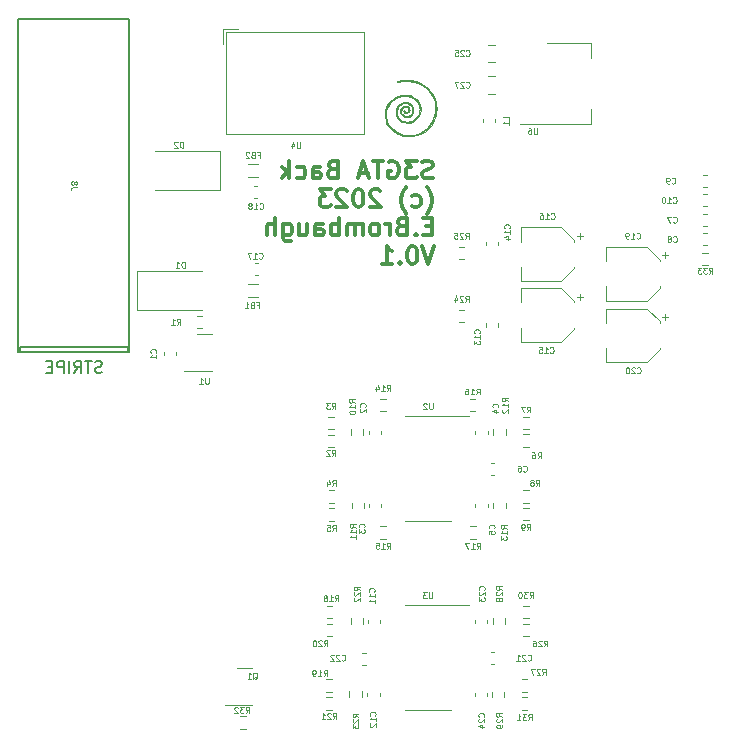
<source format=gbr>
%TF.GenerationSoftware,KiCad,Pcbnew,7.0.6-1.fc38*%
%TF.CreationDate,2023-08-24T19:35:41-07:00*%
%TF.ProjectId,s3gta_back,73336774-615f-4626-9163-6b2e6b696361,rev?*%
%TF.SameCoordinates,Original*%
%TF.FileFunction,Legend,Bot*%
%TF.FilePolarity,Positive*%
%FSLAX46Y46*%
G04 Gerber Fmt 4.6, Leading zero omitted, Abs format (unit mm)*
G04 Created by KiCad (PCBNEW 7.0.6-1.fc38) date 2023-08-24 19:35:41*
%MOMM*%
%LPD*%
G01*
G04 APERTURE LIST*
%ADD10C,0.300000*%
%ADD11C,0.150000*%
%ADD12C,0.080000*%
%ADD13C,0.120000*%
%ADD14C,0.010000*%
%ADD15C,0.152400*%
G04 APERTURE END LIST*
D10*
X137946917Y-81765400D02*
X137732632Y-81836828D01*
X137732632Y-81836828D02*
X137375489Y-81836828D01*
X137375489Y-81836828D02*
X137232632Y-81765400D01*
X137232632Y-81765400D02*
X137161203Y-81693971D01*
X137161203Y-81693971D02*
X137089774Y-81551114D01*
X137089774Y-81551114D02*
X137089774Y-81408257D01*
X137089774Y-81408257D02*
X137161203Y-81265400D01*
X137161203Y-81265400D02*
X137232632Y-81193971D01*
X137232632Y-81193971D02*
X137375489Y-81122542D01*
X137375489Y-81122542D02*
X137661203Y-81051114D01*
X137661203Y-81051114D02*
X137804060Y-80979685D01*
X137804060Y-80979685D02*
X137875489Y-80908257D01*
X137875489Y-80908257D02*
X137946917Y-80765400D01*
X137946917Y-80765400D02*
X137946917Y-80622542D01*
X137946917Y-80622542D02*
X137875489Y-80479685D01*
X137875489Y-80479685D02*
X137804060Y-80408257D01*
X137804060Y-80408257D02*
X137661203Y-80336828D01*
X137661203Y-80336828D02*
X137304060Y-80336828D01*
X137304060Y-80336828D02*
X137089774Y-80408257D01*
X136589775Y-80336828D02*
X135661203Y-80336828D01*
X135661203Y-80336828D02*
X136161203Y-80908257D01*
X136161203Y-80908257D02*
X135946918Y-80908257D01*
X135946918Y-80908257D02*
X135804061Y-80979685D01*
X135804061Y-80979685D02*
X135732632Y-81051114D01*
X135732632Y-81051114D02*
X135661203Y-81193971D01*
X135661203Y-81193971D02*
X135661203Y-81551114D01*
X135661203Y-81551114D02*
X135732632Y-81693971D01*
X135732632Y-81693971D02*
X135804061Y-81765400D01*
X135804061Y-81765400D02*
X135946918Y-81836828D01*
X135946918Y-81836828D02*
X136375489Y-81836828D01*
X136375489Y-81836828D02*
X136518346Y-81765400D01*
X136518346Y-81765400D02*
X136589775Y-81693971D01*
X134232632Y-80408257D02*
X134375490Y-80336828D01*
X134375490Y-80336828D02*
X134589775Y-80336828D01*
X134589775Y-80336828D02*
X134804061Y-80408257D01*
X134804061Y-80408257D02*
X134946918Y-80551114D01*
X134946918Y-80551114D02*
X135018347Y-80693971D01*
X135018347Y-80693971D02*
X135089775Y-80979685D01*
X135089775Y-80979685D02*
X135089775Y-81193971D01*
X135089775Y-81193971D02*
X135018347Y-81479685D01*
X135018347Y-81479685D02*
X134946918Y-81622542D01*
X134946918Y-81622542D02*
X134804061Y-81765400D01*
X134804061Y-81765400D02*
X134589775Y-81836828D01*
X134589775Y-81836828D02*
X134446918Y-81836828D01*
X134446918Y-81836828D02*
X134232632Y-81765400D01*
X134232632Y-81765400D02*
X134161204Y-81693971D01*
X134161204Y-81693971D02*
X134161204Y-81193971D01*
X134161204Y-81193971D02*
X134446918Y-81193971D01*
X133732632Y-80336828D02*
X132875490Y-80336828D01*
X133304061Y-81836828D02*
X133304061Y-80336828D01*
X132446918Y-81408257D02*
X131732633Y-81408257D01*
X132589775Y-81836828D02*
X132089775Y-80336828D01*
X132089775Y-80336828D02*
X131589775Y-81836828D01*
X129446919Y-81051114D02*
X129232633Y-81122542D01*
X129232633Y-81122542D02*
X129161204Y-81193971D01*
X129161204Y-81193971D02*
X129089776Y-81336828D01*
X129089776Y-81336828D02*
X129089776Y-81551114D01*
X129089776Y-81551114D02*
X129161204Y-81693971D01*
X129161204Y-81693971D02*
X129232633Y-81765400D01*
X129232633Y-81765400D02*
X129375490Y-81836828D01*
X129375490Y-81836828D02*
X129946919Y-81836828D01*
X129946919Y-81836828D02*
X129946919Y-80336828D01*
X129946919Y-80336828D02*
X129446919Y-80336828D01*
X129446919Y-80336828D02*
X129304062Y-80408257D01*
X129304062Y-80408257D02*
X129232633Y-80479685D01*
X129232633Y-80479685D02*
X129161204Y-80622542D01*
X129161204Y-80622542D02*
X129161204Y-80765400D01*
X129161204Y-80765400D02*
X129232633Y-80908257D01*
X129232633Y-80908257D02*
X129304062Y-80979685D01*
X129304062Y-80979685D02*
X129446919Y-81051114D01*
X129446919Y-81051114D02*
X129946919Y-81051114D01*
X127804062Y-81836828D02*
X127804062Y-81051114D01*
X127804062Y-81051114D02*
X127875490Y-80908257D01*
X127875490Y-80908257D02*
X128018347Y-80836828D01*
X128018347Y-80836828D02*
X128304062Y-80836828D01*
X128304062Y-80836828D02*
X128446919Y-80908257D01*
X127804062Y-81765400D02*
X127946919Y-81836828D01*
X127946919Y-81836828D02*
X128304062Y-81836828D01*
X128304062Y-81836828D02*
X128446919Y-81765400D01*
X128446919Y-81765400D02*
X128518347Y-81622542D01*
X128518347Y-81622542D02*
X128518347Y-81479685D01*
X128518347Y-81479685D02*
X128446919Y-81336828D01*
X128446919Y-81336828D02*
X128304062Y-81265400D01*
X128304062Y-81265400D02*
X127946919Y-81265400D01*
X127946919Y-81265400D02*
X127804062Y-81193971D01*
X126446919Y-81765400D02*
X126589776Y-81836828D01*
X126589776Y-81836828D02*
X126875490Y-81836828D01*
X126875490Y-81836828D02*
X127018347Y-81765400D01*
X127018347Y-81765400D02*
X127089776Y-81693971D01*
X127089776Y-81693971D02*
X127161204Y-81551114D01*
X127161204Y-81551114D02*
X127161204Y-81122542D01*
X127161204Y-81122542D02*
X127089776Y-80979685D01*
X127089776Y-80979685D02*
X127018347Y-80908257D01*
X127018347Y-80908257D02*
X126875490Y-80836828D01*
X126875490Y-80836828D02*
X126589776Y-80836828D01*
X126589776Y-80836828D02*
X126446919Y-80908257D01*
X125804062Y-81836828D02*
X125804062Y-80336828D01*
X125661205Y-81265400D02*
X125232633Y-81836828D01*
X125232633Y-80836828D02*
X125804062Y-81408257D01*
X137446917Y-84823257D02*
X137518346Y-84751828D01*
X137518346Y-84751828D02*
X137661203Y-84537542D01*
X137661203Y-84537542D02*
X137732632Y-84394685D01*
X137732632Y-84394685D02*
X137804060Y-84180400D01*
X137804060Y-84180400D02*
X137875489Y-83823257D01*
X137875489Y-83823257D02*
X137875489Y-83537542D01*
X137875489Y-83537542D02*
X137804060Y-83180400D01*
X137804060Y-83180400D02*
X137732632Y-82966114D01*
X137732632Y-82966114D02*
X137661203Y-82823257D01*
X137661203Y-82823257D02*
X137518346Y-82608971D01*
X137518346Y-82608971D02*
X137446917Y-82537542D01*
X136232632Y-84180400D02*
X136375489Y-84251828D01*
X136375489Y-84251828D02*
X136661203Y-84251828D01*
X136661203Y-84251828D02*
X136804060Y-84180400D01*
X136804060Y-84180400D02*
X136875489Y-84108971D01*
X136875489Y-84108971D02*
X136946917Y-83966114D01*
X136946917Y-83966114D02*
X136946917Y-83537542D01*
X136946917Y-83537542D02*
X136875489Y-83394685D01*
X136875489Y-83394685D02*
X136804060Y-83323257D01*
X136804060Y-83323257D02*
X136661203Y-83251828D01*
X136661203Y-83251828D02*
X136375489Y-83251828D01*
X136375489Y-83251828D02*
X136232632Y-83323257D01*
X135732632Y-84823257D02*
X135661203Y-84751828D01*
X135661203Y-84751828D02*
X135518346Y-84537542D01*
X135518346Y-84537542D02*
X135446918Y-84394685D01*
X135446918Y-84394685D02*
X135375489Y-84180400D01*
X135375489Y-84180400D02*
X135304060Y-83823257D01*
X135304060Y-83823257D02*
X135304060Y-83537542D01*
X135304060Y-83537542D02*
X135375489Y-83180400D01*
X135375489Y-83180400D02*
X135446918Y-82966114D01*
X135446918Y-82966114D02*
X135518346Y-82823257D01*
X135518346Y-82823257D02*
X135661203Y-82608971D01*
X135661203Y-82608971D02*
X135732632Y-82537542D01*
X133518346Y-82894685D02*
X133446918Y-82823257D01*
X133446918Y-82823257D02*
X133304061Y-82751828D01*
X133304061Y-82751828D02*
X132946918Y-82751828D01*
X132946918Y-82751828D02*
X132804061Y-82823257D01*
X132804061Y-82823257D02*
X132732632Y-82894685D01*
X132732632Y-82894685D02*
X132661203Y-83037542D01*
X132661203Y-83037542D02*
X132661203Y-83180400D01*
X132661203Y-83180400D02*
X132732632Y-83394685D01*
X132732632Y-83394685D02*
X133589775Y-84251828D01*
X133589775Y-84251828D02*
X132661203Y-84251828D01*
X131732632Y-82751828D02*
X131589775Y-82751828D01*
X131589775Y-82751828D02*
X131446918Y-82823257D01*
X131446918Y-82823257D02*
X131375490Y-82894685D01*
X131375490Y-82894685D02*
X131304061Y-83037542D01*
X131304061Y-83037542D02*
X131232632Y-83323257D01*
X131232632Y-83323257D02*
X131232632Y-83680400D01*
X131232632Y-83680400D02*
X131304061Y-83966114D01*
X131304061Y-83966114D02*
X131375490Y-84108971D01*
X131375490Y-84108971D02*
X131446918Y-84180400D01*
X131446918Y-84180400D02*
X131589775Y-84251828D01*
X131589775Y-84251828D02*
X131732632Y-84251828D01*
X131732632Y-84251828D02*
X131875490Y-84180400D01*
X131875490Y-84180400D02*
X131946918Y-84108971D01*
X131946918Y-84108971D02*
X132018347Y-83966114D01*
X132018347Y-83966114D02*
X132089775Y-83680400D01*
X132089775Y-83680400D02*
X132089775Y-83323257D01*
X132089775Y-83323257D02*
X132018347Y-83037542D01*
X132018347Y-83037542D02*
X131946918Y-82894685D01*
X131946918Y-82894685D02*
X131875490Y-82823257D01*
X131875490Y-82823257D02*
X131732632Y-82751828D01*
X130661204Y-82894685D02*
X130589776Y-82823257D01*
X130589776Y-82823257D02*
X130446919Y-82751828D01*
X130446919Y-82751828D02*
X130089776Y-82751828D01*
X130089776Y-82751828D02*
X129946919Y-82823257D01*
X129946919Y-82823257D02*
X129875490Y-82894685D01*
X129875490Y-82894685D02*
X129804061Y-83037542D01*
X129804061Y-83037542D02*
X129804061Y-83180400D01*
X129804061Y-83180400D02*
X129875490Y-83394685D01*
X129875490Y-83394685D02*
X130732633Y-84251828D01*
X130732633Y-84251828D02*
X129804061Y-84251828D01*
X129304062Y-82751828D02*
X128375490Y-82751828D01*
X128375490Y-82751828D02*
X128875490Y-83323257D01*
X128875490Y-83323257D02*
X128661205Y-83323257D01*
X128661205Y-83323257D02*
X128518348Y-83394685D01*
X128518348Y-83394685D02*
X128446919Y-83466114D01*
X128446919Y-83466114D02*
X128375490Y-83608971D01*
X128375490Y-83608971D02*
X128375490Y-83966114D01*
X128375490Y-83966114D02*
X128446919Y-84108971D01*
X128446919Y-84108971D02*
X128518348Y-84180400D01*
X128518348Y-84180400D02*
X128661205Y-84251828D01*
X128661205Y-84251828D02*
X129089776Y-84251828D01*
X129089776Y-84251828D02*
X129232633Y-84180400D01*
X129232633Y-84180400D02*
X129304062Y-84108971D01*
X137875489Y-85881114D02*
X137375489Y-85881114D01*
X137161203Y-86666828D02*
X137875489Y-86666828D01*
X137875489Y-86666828D02*
X137875489Y-85166828D01*
X137875489Y-85166828D02*
X137161203Y-85166828D01*
X136518346Y-86523971D02*
X136446917Y-86595400D01*
X136446917Y-86595400D02*
X136518346Y-86666828D01*
X136518346Y-86666828D02*
X136589774Y-86595400D01*
X136589774Y-86595400D02*
X136518346Y-86523971D01*
X136518346Y-86523971D02*
X136518346Y-86666828D01*
X135304060Y-85881114D02*
X135089774Y-85952542D01*
X135089774Y-85952542D02*
X135018345Y-86023971D01*
X135018345Y-86023971D02*
X134946917Y-86166828D01*
X134946917Y-86166828D02*
X134946917Y-86381114D01*
X134946917Y-86381114D02*
X135018345Y-86523971D01*
X135018345Y-86523971D02*
X135089774Y-86595400D01*
X135089774Y-86595400D02*
X135232631Y-86666828D01*
X135232631Y-86666828D02*
X135804060Y-86666828D01*
X135804060Y-86666828D02*
X135804060Y-85166828D01*
X135804060Y-85166828D02*
X135304060Y-85166828D01*
X135304060Y-85166828D02*
X135161203Y-85238257D01*
X135161203Y-85238257D02*
X135089774Y-85309685D01*
X135089774Y-85309685D02*
X135018345Y-85452542D01*
X135018345Y-85452542D02*
X135018345Y-85595400D01*
X135018345Y-85595400D02*
X135089774Y-85738257D01*
X135089774Y-85738257D02*
X135161203Y-85809685D01*
X135161203Y-85809685D02*
X135304060Y-85881114D01*
X135304060Y-85881114D02*
X135804060Y-85881114D01*
X134304060Y-86666828D02*
X134304060Y-85666828D01*
X134304060Y-85952542D02*
X134232631Y-85809685D01*
X134232631Y-85809685D02*
X134161203Y-85738257D01*
X134161203Y-85738257D02*
X134018345Y-85666828D01*
X134018345Y-85666828D02*
X133875488Y-85666828D01*
X133161203Y-86666828D02*
X133304060Y-86595400D01*
X133304060Y-86595400D02*
X133375489Y-86523971D01*
X133375489Y-86523971D02*
X133446917Y-86381114D01*
X133446917Y-86381114D02*
X133446917Y-85952542D01*
X133446917Y-85952542D02*
X133375489Y-85809685D01*
X133375489Y-85809685D02*
X133304060Y-85738257D01*
X133304060Y-85738257D02*
X133161203Y-85666828D01*
X133161203Y-85666828D02*
X132946917Y-85666828D01*
X132946917Y-85666828D02*
X132804060Y-85738257D01*
X132804060Y-85738257D02*
X132732632Y-85809685D01*
X132732632Y-85809685D02*
X132661203Y-85952542D01*
X132661203Y-85952542D02*
X132661203Y-86381114D01*
X132661203Y-86381114D02*
X132732632Y-86523971D01*
X132732632Y-86523971D02*
X132804060Y-86595400D01*
X132804060Y-86595400D02*
X132946917Y-86666828D01*
X132946917Y-86666828D02*
X133161203Y-86666828D01*
X132018346Y-86666828D02*
X132018346Y-85666828D01*
X132018346Y-85809685D02*
X131946917Y-85738257D01*
X131946917Y-85738257D02*
X131804060Y-85666828D01*
X131804060Y-85666828D02*
X131589774Y-85666828D01*
X131589774Y-85666828D02*
X131446917Y-85738257D01*
X131446917Y-85738257D02*
X131375489Y-85881114D01*
X131375489Y-85881114D02*
X131375489Y-86666828D01*
X131375489Y-85881114D02*
X131304060Y-85738257D01*
X131304060Y-85738257D02*
X131161203Y-85666828D01*
X131161203Y-85666828D02*
X130946917Y-85666828D01*
X130946917Y-85666828D02*
X130804060Y-85738257D01*
X130804060Y-85738257D02*
X130732631Y-85881114D01*
X130732631Y-85881114D02*
X130732631Y-86666828D01*
X130018346Y-86666828D02*
X130018346Y-85166828D01*
X130018346Y-85738257D02*
X129875489Y-85666828D01*
X129875489Y-85666828D02*
X129589774Y-85666828D01*
X129589774Y-85666828D02*
X129446917Y-85738257D01*
X129446917Y-85738257D02*
X129375489Y-85809685D01*
X129375489Y-85809685D02*
X129304060Y-85952542D01*
X129304060Y-85952542D02*
X129304060Y-86381114D01*
X129304060Y-86381114D02*
X129375489Y-86523971D01*
X129375489Y-86523971D02*
X129446917Y-86595400D01*
X129446917Y-86595400D02*
X129589774Y-86666828D01*
X129589774Y-86666828D02*
X129875489Y-86666828D01*
X129875489Y-86666828D02*
X130018346Y-86595400D01*
X128018346Y-86666828D02*
X128018346Y-85881114D01*
X128018346Y-85881114D02*
X128089774Y-85738257D01*
X128089774Y-85738257D02*
X128232631Y-85666828D01*
X128232631Y-85666828D02*
X128518346Y-85666828D01*
X128518346Y-85666828D02*
X128661203Y-85738257D01*
X128018346Y-86595400D02*
X128161203Y-86666828D01*
X128161203Y-86666828D02*
X128518346Y-86666828D01*
X128518346Y-86666828D02*
X128661203Y-86595400D01*
X128661203Y-86595400D02*
X128732631Y-86452542D01*
X128732631Y-86452542D02*
X128732631Y-86309685D01*
X128732631Y-86309685D02*
X128661203Y-86166828D01*
X128661203Y-86166828D02*
X128518346Y-86095400D01*
X128518346Y-86095400D02*
X128161203Y-86095400D01*
X128161203Y-86095400D02*
X128018346Y-86023971D01*
X126661203Y-85666828D02*
X126661203Y-86666828D01*
X127304060Y-85666828D02*
X127304060Y-86452542D01*
X127304060Y-86452542D02*
X127232631Y-86595400D01*
X127232631Y-86595400D02*
X127089774Y-86666828D01*
X127089774Y-86666828D02*
X126875488Y-86666828D01*
X126875488Y-86666828D02*
X126732631Y-86595400D01*
X126732631Y-86595400D02*
X126661203Y-86523971D01*
X125304060Y-85666828D02*
X125304060Y-86881114D01*
X125304060Y-86881114D02*
X125375488Y-87023971D01*
X125375488Y-87023971D02*
X125446917Y-87095400D01*
X125446917Y-87095400D02*
X125589774Y-87166828D01*
X125589774Y-87166828D02*
X125804060Y-87166828D01*
X125804060Y-87166828D02*
X125946917Y-87095400D01*
X125304060Y-86595400D02*
X125446917Y-86666828D01*
X125446917Y-86666828D02*
X125732631Y-86666828D01*
X125732631Y-86666828D02*
X125875488Y-86595400D01*
X125875488Y-86595400D02*
X125946917Y-86523971D01*
X125946917Y-86523971D02*
X126018345Y-86381114D01*
X126018345Y-86381114D02*
X126018345Y-85952542D01*
X126018345Y-85952542D02*
X125946917Y-85809685D01*
X125946917Y-85809685D02*
X125875488Y-85738257D01*
X125875488Y-85738257D02*
X125732631Y-85666828D01*
X125732631Y-85666828D02*
X125446917Y-85666828D01*
X125446917Y-85666828D02*
X125304060Y-85738257D01*
X124589774Y-86666828D02*
X124589774Y-85166828D01*
X123946917Y-86666828D02*
X123946917Y-85881114D01*
X123946917Y-85881114D02*
X124018345Y-85738257D01*
X124018345Y-85738257D02*
X124161202Y-85666828D01*
X124161202Y-85666828D02*
X124375488Y-85666828D01*
X124375488Y-85666828D02*
X124518345Y-85738257D01*
X124518345Y-85738257D02*
X124589774Y-85809685D01*
X138089774Y-87581828D02*
X137589774Y-89081828D01*
X137589774Y-89081828D02*
X137089774Y-87581828D01*
X136304060Y-87581828D02*
X136161203Y-87581828D01*
X136161203Y-87581828D02*
X136018346Y-87653257D01*
X136018346Y-87653257D02*
X135946918Y-87724685D01*
X135946918Y-87724685D02*
X135875489Y-87867542D01*
X135875489Y-87867542D02*
X135804060Y-88153257D01*
X135804060Y-88153257D02*
X135804060Y-88510400D01*
X135804060Y-88510400D02*
X135875489Y-88796114D01*
X135875489Y-88796114D02*
X135946918Y-88938971D01*
X135946918Y-88938971D02*
X136018346Y-89010400D01*
X136018346Y-89010400D02*
X136161203Y-89081828D01*
X136161203Y-89081828D02*
X136304060Y-89081828D01*
X136304060Y-89081828D02*
X136446918Y-89010400D01*
X136446918Y-89010400D02*
X136518346Y-88938971D01*
X136518346Y-88938971D02*
X136589775Y-88796114D01*
X136589775Y-88796114D02*
X136661203Y-88510400D01*
X136661203Y-88510400D02*
X136661203Y-88153257D01*
X136661203Y-88153257D02*
X136589775Y-87867542D01*
X136589775Y-87867542D02*
X136518346Y-87724685D01*
X136518346Y-87724685D02*
X136446918Y-87653257D01*
X136446918Y-87653257D02*
X136304060Y-87581828D01*
X135161204Y-88938971D02*
X135089775Y-89010400D01*
X135089775Y-89010400D02*
X135161204Y-89081828D01*
X135161204Y-89081828D02*
X135232632Y-89010400D01*
X135232632Y-89010400D02*
X135161204Y-88938971D01*
X135161204Y-88938971D02*
X135161204Y-89081828D01*
X133661203Y-89081828D02*
X134518346Y-89081828D01*
X134089775Y-89081828D02*
X134089775Y-87581828D01*
X134089775Y-87581828D02*
X134232632Y-87796114D01*
X134232632Y-87796114D02*
X134375489Y-87938971D01*
X134375489Y-87938971D02*
X134518346Y-88010400D01*
D11*
X109946839Y-98247200D02*
X109803982Y-98294819D01*
X109803982Y-98294819D02*
X109565887Y-98294819D01*
X109565887Y-98294819D02*
X109470649Y-98247200D01*
X109470649Y-98247200D02*
X109423030Y-98199580D01*
X109423030Y-98199580D02*
X109375411Y-98104342D01*
X109375411Y-98104342D02*
X109375411Y-98009104D01*
X109375411Y-98009104D02*
X109423030Y-97913866D01*
X109423030Y-97913866D02*
X109470649Y-97866247D01*
X109470649Y-97866247D02*
X109565887Y-97818628D01*
X109565887Y-97818628D02*
X109756363Y-97771009D01*
X109756363Y-97771009D02*
X109851601Y-97723390D01*
X109851601Y-97723390D02*
X109899220Y-97675771D01*
X109899220Y-97675771D02*
X109946839Y-97580533D01*
X109946839Y-97580533D02*
X109946839Y-97485295D01*
X109946839Y-97485295D02*
X109899220Y-97390057D01*
X109899220Y-97390057D02*
X109851601Y-97342438D01*
X109851601Y-97342438D02*
X109756363Y-97294819D01*
X109756363Y-97294819D02*
X109518268Y-97294819D01*
X109518268Y-97294819D02*
X109375411Y-97342438D01*
X109089696Y-97294819D02*
X108518268Y-97294819D01*
X108803982Y-98294819D02*
X108803982Y-97294819D01*
X107613506Y-98294819D02*
X107946839Y-97818628D01*
X108184934Y-98294819D02*
X108184934Y-97294819D01*
X108184934Y-97294819D02*
X107803982Y-97294819D01*
X107803982Y-97294819D02*
X107708744Y-97342438D01*
X107708744Y-97342438D02*
X107661125Y-97390057D01*
X107661125Y-97390057D02*
X107613506Y-97485295D01*
X107613506Y-97485295D02*
X107613506Y-97628152D01*
X107613506Y-97628152D02*
X107661125Y-97723390D01*
X107661125Y-97723390D02*
X107708744Y-97771009D01*
X107708744Y-97771009D02*
X107803982Y-97818628D01*
X107803982Y-97818628D02*
X108184934Y-97818628D01*
X107184934Y-98294819D02*
X107184934Y-97294819D01*
X106708744Y-98294819D02*
X106708744Y-97294819D01*
X106708744Y-97294819D02*
X106327792Y-97294819D01*
X106327792Y-97294819D02*
X106232554Y-97342438D01*
X106232554Y-97342438D02*
X106184935Y-97390057D01*
X106184935Y-97390057D02*
X106137316Y-97485295D01*
X106137316Y-97485295D02*
X106137316Y-97628152D01*
X106137316Y-97628152D02*
X106184935Y-97723390D01*
X106184935Y-97723390D02*
X106232554Y-97771009D01*
X106232554Y-97771009D02*
X106327792Y-97818628D01*
X106327792Y-97818628D02*
X106708744Y-97818628D01*
X105708744Y-97771009D02*
X105375411Y-97771009D01*
X105232554Y-98294819D02*
X105708744Y-98294819D01*
X105708744Y-98294819D02*
X105708744Y-97294819D01*
X105708744Y-97294819D02*
X105232554Y-97294819D01*
D12*
X116828047Y-79221149D02*
X116828047Y-78721149D01*
X116828047Y-78721149D02*
X116708999Y-78721149D01*
X116708999Y-78721149D02*
X116637571Y-78744959D01*
X116637571Y-78744959D02*
X116589952Y-78792578D01*
X116589952Y-78792578D02*
X116566142Y-78840197D01*
X116566142Y-78840197D02*
X116542333Y-78935435D01*
X116542333Y-78935435D02*
X116542333Y-79006863D01*
X116542333Y-79006863D02*
X116566142Y-79102101D01*
X116566142Y-79102101D02*
X116589952Y-79149720D01*
X116589952Y-79149720D02*
X116637571Y-79197340D01*
X116637571Y-79197340D02*
X116708999Y-79221149D01*
X116708999Y-79221149D02*
X116828047Y-79221149D01*
X116351856Y-78768768D02*
X116328047Y-78744959D01*
X116328047Y-78744959D02*
X116280428Y-78721149D01*
X116280428Y-78721149D02*
X116161380Y-78721149D01*
X116161380Y-78721149D02*
X116113761Y-78744959D01*
X116113761Y-78744959D02*
X116089952Y-78768768D01*
X116089952Y-78768768D02*
X116066142Y-78816387D01*
X116066142Y-78816387D02*
X116066142Y-78864006D01*
X116066142Y-78864006D02*
X116089952Y-78935435D01*
X116089952Y-78935435D02*
X116375666Y-79221149D01*
X116375666Y-79221149D02*
X116066142Y-79221149D01*
X131672149Y-127428371D02*
X131434054Y-127261705D01*
X131672149Y-127142657D02*
X131172149Y-127142657D01*
X131172149Y-127142657D02*
X131172149Y-127333133D01*
X131172149Y-127333133D02*
X131195959Y-127380752D01*
X131195959Y-127380752D02*
X131219768Y-127404562D01*
X131219768Y-127404562D02*
X131267387Y-127428371D01*
X131267387Y-127428371D02*
X131338816Y-127428371D01*
X131338816Y-127428371D02*
X131386435Y-127404562D01*
X131386435Y-127404562D02*
X131410244Y-127380752D01*
X131410244Y-127380752D02*
X131434054Y-127333133D01*
X131434054Y-127333133D02*
X131434054Y-127142657D01*
X131219768Y-127618848D02*
X131195959Y-127642657D01*
X131195959Y-127642657D02*
X131172149Y-127690276D01*
X131172149Y-127690276D02*
X131172149Y-127809324D01*
X131172149Y-127809324D02*
X131195959Y-127856943D01*
X131195959Y-127856943D02*
X131219768Y-127880752D01*
X131219768Y-127880752D02*
X131267387Y-127904562D01*
X131267387Y-127904562D02*
X131315006Y-127904562D01*
X131315006Y-127904562D02*
X131386435Y-127880752D01*
X131386435Y-127880752D02*
X131672149Y-127595038D01*
X131672149Y-127595038D02*
X131672149Y-127904562D01*
X131172149Y-128071228D02*
X131172149Y-128380752D01*
X131172149Y-128380752D02*
X131362625Y-128214085D01*
X131362625Y-128214085D02*
X131362625Y-128285514D01*
X131362625Y-128285514D02*
X131386435Y-128333133D01*
X131386435Y-128333133D02*
X131410244Y-128356942D01*
X131410244Y-128356942D02*
X131457863Y-128380752D01*
X131457863Y-128380752D02*
X131576911Y-128380752D01*
X131576911Y-128380752D02*
X131624530Y-128356942D01*
X131624530Y-128356942D02*
X131648340Y-128333133D01*
X131648340Y-128333133D02*
X131672149Y-128285514D01*
X131672149Y-128285514D02*
X131672149Y-128142657D01*
X131672149Y-128142657D02*
X131648340Y-128095038D01*
X131648340Y-128095038D02*
X131624530Y-128071228D01*
X128718428Y-123975949D02*
X128885094Y-123737854D01*
X129004142Y-123975949D02*
X129004142Y-123475949D01*
X129004142Y-123475949D02*
X128813666Y-123475949D01*
X128813666Y-123475949D02*
X128766047Y-123499759D01*
X128766047Y-123499759D02*
X128742237Y-123523568D01*
X128742237Y-123523568D02*
X128718428Y-123571187D01*
X128718428Y-123571187D02*
X128718428Y-123642616D01*
X128718428Y-123642616D02*
X128742237Y-123690235D01*
X128742237Y-123690235D02*
X128766047Y-123714044D01*
X128766047Y-123714044D02*
X128813666Y-123737854D01*
X128813666Y-123737854D02*
X129004142Y-123737854D01*
X128242237Y-123975949D02*
X128527951Y-123975949D01*
X128385094Y-123975949D02*
X128385094Y-123475949D01*
X128385094Y-123475949D02*
X128432713Y-123547378D01*
X128432713Y-123547378D02*
X128480332Y-123594997D01*
X128480332Y-123594997D02*
X128527951Y-123618806D01*
X128004142Y-123975949D02*
X127908904Y-123975949D01*
X127908904Y-123975949D02*
X127861285Y-123952140D01*
X127861285Y-123952140D02*
X127837476Y-123928330D01*
X127837476Y-123928330D02*
X127789857Y-123856901D01*
X127789857Y-123856901D02*
X127766047Y-123761663D01*
X127766047Y-123761663D02*
X127766047Y-123571187D01*
X127766047Y-123571187D02*
X127789857Y-123523568D01*
X127789857Y-123523568D02*
X127813666Y-123499759D01*
X127813666Y-123499759D02*
X127861285Y-123475949D01*
X127861285Y-123475949D02*
X127956523Y-123475949D01*
X127956523Y-123475949D02*
X128004142Y-123499759D01*
X128004142Y-123499759D02*
X128027952Y-123523568D01*
X128027952Y-123523568D02*
X128051761Y-123571187D01*
X128051761Y-123571187D02*
X128051761Y-123690235D01*
X128051761Y-123690235D02*
X128027952Y-123737854D01*
X128027952Y-123737854D02*
X128004142Y-123761663D01*
X128004142Y-123761663D02*
X127956523Y-123785473D01*
X127956523Y-123785473D02*
X127861285Y-123785473D01*
X127861285Y-123785473D02*
X127813666Y-123761663D01*
X127813666Y-123761663D02*
X127789857Y-123737854D01*
X127789857Y-123737854D02*
X127766047Y-123690235D01*
X145930133Y-101649349D02*
X146096799Y-101411254D01*
X146215847Y-101649349D02*
X146215847Y-101149349D01*
X146215847Y-101149349D02*
X146025371Y-101149349D01*
X146025371Y-101149349D02*
X145977752Y-101173159D01*
X145977752Y-101173159D02*
X145953942Y-101196968D01*
X145953942Y-101196968D02*
X145930133Y-101244587D01*
X145930133Y-101244587D02*
X145930133Y-101316016D01*
X145930133Y-101316016D02*
X145953942Y-101363635D01*
X145953942Y-101363635D02*
X145977752Y-101387444D01*
X145977752Y-101387444D02*
X146025371Y-101411254D01*
X146025371Y-101411254D02*
X146215847Y-101411254D01*
X145763466Y-101149349D02*
X145430133Y-101149349D01*
X145430133Y-101149349D02*
X145644418Y-101649349D01*
X147895428Y-96572530D02*
X147919237Y-96596340D01*
X147919237Y-96596340D02*
X147990666Y-96620149D01*
X147990666Y-96620149D02*
X148038285Y-96620149D01*
X148038285Y-96620149D02*
X148109713Y-96596340D01*
X148109713Y-96596340D02*
X148157332Y-96548720D01*
X148157332Y-96548720D02*
X148181142Y-96501101D01*
X148181142Y-96501101D02*
X148204951Y-96405863D01*
X148204951Y-96405863D02*
X148204951Y-96334435D01*
X148204951Y-96334435D02*
X148181142Y-96239197D01*
X148181142Y-96239197D02*
X148157332Y-96191578D01*
X148157332Y-96191578D02*
X148109713Y-96143959D01*
X148109713Y-96143959D02*
X148038285Y-96120149D01*
X148038285Y-96120149D02*
X147990666Y-96120149D01*
X147990666Y-96120149D02*
X147919237Y-96143959D01*
X147919237Y-96143959D02*
X147895428Y-96167768D01*
X147419237Y-96620149D02*
X147704951Y-96620149D01*
X147562094Y-96620149D02*
X147562094Y-96120149D01*
X147562094Y-96120149D02*
X147609713Y-96191578D01*
X147609713Y-96191578D02*
X147657332Y-96239197D01*
X147657332Y-96239197D02*
X147704951Y-96263006D01*
X146966857Y-96120149D02*
X147204952Y-96120149D01*
X147204952Y-96120149D02*
X147228761Y-96358244D01*
X147228761Y-96358244D02*
X147204952Y-96334435D01*
X147204952Y-96334435D02*
X147157333Y-96310625D01*
X147157333Y-96310625D02*
X147038285Y-96310625D01*
X147038285Y-96310625D02*
X146990666Y-96334435D01*
X146990666Y-96334435D02*
X146966857Y-96358244D01*
X146966857Y-96358244D02*
X146943047Y-96405863D01*
X146943047Y-96405863D02*
X146943047Y-96524911D01*
X146943047Y-96524911D02*
X146966857Y-96572530D01*
X146966857Y-96572530D02*
X146990666Y-96596340D01*
X146990666Y-96596340D02*
X147038285Y-96620149D01*
X147038285Y-96620149D02*
X147157333Y-96620149D01*
X147157333Y-96620149D02*
X147204952Y-96596340D01*
X147204952Y-96596340D02*
X147228761Y-96572530D01*
X131773749Y-116696371D02*
X131535654Y-116529705D01*
X131773749Y-116410657D02*
X131273749Y-116410657D01*
X131273749Y-116410657D02*
X131273749Y-116601133D01*
X131273749Y-116601133D02*
X131297559Y-116648752D01*
X131297559Y-116648752D02*
X131321368Y-116672562D01*
X131321368Y-116672562D02*
X131368987Y-116696371D01*
X131368987Y-116696371D02*
X131440416Y-116696371D01*
X131440416Y-116696371D02*
X131488035Y-116672562D01*
X131488035Y-116672562D02*
X131511844Y-116648752D01*
X131511844Y-116648752D02*
X131535654Y-116601133D01*
X131535654Y-116601133D02*
X131535654Y-116410657D01*
X131321368Y-116886848D02*
X131297559Y-116910657D01*
X131297559Y-116910657D02*
X131273749Y-116958276D01*
X131273749Y-116958276D02*
X131273749Y-117077324D01*
X131273749Y-117077324D02*
X131297559Y-117124943D01*
X131297559Y-117124943D02*
X131321368Y-117148752D01*
X131321368Y-117148752D02*
X131368987Y-117172562D01*
X131368987Y-117172562D02*
X131416606Y-117172562D01*
X131416606Y-117172562D02*
X131488035Y-117148752D01*
X131488035Y-117148752D02*
X131773749Y-116863038D01*
X131773749Y-116863038D02*
X131773749Y-117172562D01*
X131321368Y-117363038D02*
X131297559Y-117386847D01*
X131297559Y-117386847D02*
X131273749Y-117434466D01*
X131273749Y-117434466D02*
X131273749Y-117553514D01*
X131273749Y-117553514D02*
X131297559Y-117601133D01*
X131297559Y-117601133D02*
X131321368Y-117624942D01*
X131321368Y-117624942D02*
X131368987Y-117648752D01*
X131368987Y-117648752D02*
X131416606Y-117648752D01*
X131416606Y-117648752D02*
X131488035Y-117624942D01*
X131488035Y-117624942D02*
X131773749Y-117339228D01*
X131773749Y-117339228D02*
X131773749Y-117648752D01*
X122114428Y-127100149D02*
X122281094Y-126862054D01*
X122400142Y-127100149D02*
X122400142Y-126600149D01*
X122400142Y-126600149D02*
X122209666Y-126600149D01*
X122209666Y-126600149D02*
X122162047Y-126623959D01*
X122162047Y-126623959D02*
X122138237Y-126647768D01*
X122138237Y-126647768D02*
X122114428Y-126695387D01*
X122114428Y-126695387D02*
X122114428Y-126766816D01*
X122114428Y-126766816D02*
X122138237Y-126814435D01*
X122138237Y-126814435D02*
X122162047Y-126838244D01*
X122162047Y-126838244D02*
X122209666Y-126862054D01*
X122209666Y-126862054D02*
X122400142Y-126862054D01*
X121947761Y-126600149D02*
X121638237Y-126600149D01*
X121638237Y-126600149D02*
X121804904Y-126790625D01*
X121804904Y-126790625D02*
X121733475Y-126790625D01*
X121733475Y-126790625D02*
X121685856Y-126814435D01*
X121685856Y-126814435D02*
X121662047Y-126838244D01*
X121662047Y-126838244D02*
X121638237Y-126885863D01*
X121638237Y-126885863D02*
X121638237Y-127004911D01*
X121638237Y-127004911D02*
X121662047Y-127052530D01*
X121662047Y-127052530D02*
X121685856Y-127076340D01*
X121685856Y-127076340D02*
X121733475Y-127100149D01*
X121733475Y-127100149D02*
X121876332Y-127100149D01*
X121876332Y-127100149D02*
X121923951Y-127076340D01*
X121923951Y-127076340D02*
X121947761Y-127052530D01*
X121447761Y-126647768D02*
X121423952Y-126623959D01*
X121423952Y-126623959D02*
X121376333Y-126600149D01*
X121376333Y-126600149D02*
X121257285Y-126600149D01*
X121257285Y-126600149D02*
X121209666Y-126623959D01*
X121209666Y-126623959D02*
X121185857Y-126647768D01*
X121185857Y-126647768D02*
X121162047Y-126695387D01*
X121162047Y-126695387D02*
X121162047Y-126743006D01*
X121162047Y-126743006D02*
X121185857Y-126814435D01*
X121185857Y-126814435D02*
X121471571Y-127100149D01*
X121471571Y-127100149D02*
X121162047Y-127100149D01*
X145930133Y-111606149D02*
X146096799Y-111368054D01*
X146215847Y-111606149D02*
X146215847Y-111106149D01*
X146215847Y-111106149D02*
X146025371Y-111106149D01*
X146025371Y-111106149D02*
X145977752Y-111129959D01*
X145977752Y-111129959D02*
X145953942Y-111153768D01*
X145953942Y-111153768D02*
X145930133Y-111201387D01*
X145930133Y-111201387D02*
X145930133Y-111272816D01*
X145930133Y-111272816D02*
X145953942Y-111320435D01*
X145953942Y-111320435D02*
X145977752Y-111344244D01*
X145977752Y-111344244D02*
X146025371Y-111368054D01*
X146025371Y-111368054D02*
X146215847Y-111368054D01*
X145692037Y-111606149D02*
X145596799Y-111606149D01*
X145596799Y-111606149D02*
X145549180Y-111582340D01*
X145549180Y-111582340D02*
X145525371Y-111558530D01*
X145525371Y-111558530D02*
X145477752Y-111487101D01*
X145477752Y-111487101D02*
X145453942Y-111391863D01*
X145453942Y-111391863D02*
X145453942Y-111201387D01*
X145453942Y-111201387D02*
X145477752Y-111153768D01*
X145477752Y-111153768D02*
X145501561Y-111129959D01*
X145501561Y-111129959D02*
X145549180Y-111106149D01*
X145549180Y-111106149D02*
X145644418Y-111106149D01*
X145644418Y-111106149D02*
X145692037Y-111129959D01*
X145692037Y-111129959D02*
X145715847Y-111153768D01*
X145715847Y-111153768D02*
X145739656Y-111201387D01*
X145739656Y-111201387D02*
X145739656Y-111320435D01*
X145739656Y-111320435D02*
X145715847Y-111368054D01*
X145715847Y-111368054D02*
X145692037Y-111391863D01*
X145692037Y-111391863D02*
X145644418Y-111415673D01*
X145644418Y-111415673D02*
X145549180Y-111415673D01*
X145549180Y-111415673D02*
X145501561Y-111391863D01*
X145501561Y-111391863D02*
X145477752Y-111368054D01*
X145477752Y-111368054D02*
X145453942Y-111320435D01*
X147387428Y-121461349D02*
X147554094Y-121223254D01*
X147673142Y-121461349D02*
X147673142Y-120961349D01*
X147673142Y-120961349D02*
X147482666Y-120961349D01*
X147482666Y-120961349D02*
X147435047Y-120985159D01*
X147435047Y-120985159D02*
X147411237Y-121008968D01*
X147411237Y-121008968D02*
X147387428Y-121056587D01*
X147387428Y-121056587D02*
X147387428Y-121128016D01*
X147387428Y-121128016D02*
X147411237Y-121175635D01*
X147411237Y-121175635D02*
X147435047Y-121199444D01*
X147435047Y-121199444D02*
X147482666Y-121223254D01*
X147482666Y-121223254D02*
X147673142Y-121223254D01*
X147196951Y-121008968D02*
X147173142Y-120985159D01*
X147173142Y-120985159D02*
X147125523Y-120961349D01*
X147125523Y-120961349D02*
X147006475Y-120961349D01*
X147006475Y-120961349D02*
X146958856Y-120985159D01*
X146958856Y-120985159D02*
X146935047Y-121008968D01*
X146935047Y-121008968D02*
X146911237Y-121056587D01*
X146911237Y-121056587D02*
X146911237Y-121104206D01*
X146911237Y-121104206D02*
X146935047Y-121175635D01*
X146935047Y-121175635D02*
X147220761Y-121461349D01*
X147220761Y-121461349D02*
X146911237Y-121461349D01*
X146482666Y-120961349D02*
X146577904Y-120961349D01*
X146577904Y-120961349D02*
X146625523Y-120985159D01*
X146625523Y-120985159D02*
X146649333Y-121008968D01*
X146649333Y-121008968D02*
X146696952Y-121080397D01*
X146696952Y-121080397D02*
X146720761Y-121175635D01*
X146720761Y-121175635D02*
X146720761Y-121366111D01*
X146720761Y-121366111D02*
X146696952Y-121413730D01*
X146696952Y-121413730D02*
X146673142Y-121437540D01*
X146673142Y-121437540D02*
X146625523Y-121461349D01*
X146625523Y-121461349D02*
X146530285Y-121461349D01*
X146530285Y-121461349D02*
X146482666Y-121437540D01*
X146482666Y-121437540D02*
X146458857Y-121413730D01*
X146458857Y-121413730D02*
X146435047Y-121366111D01*
X146435047Y-121366111D02*
X146435047Y-121247063D01*
X146435047Y-121247063D02*
X146458857Y-121199444D01*
X146458857Y-121199444D02*
X146482666Y-121175635D01*
X146482666Y-121175635D02*
X146530285Y-121151825D01*
X146530285Y-121151825D02*
X146625523Y-121151825D01*
X146625523Y-121151825D02*
X146673142Y-121175635D01*
X146673142Y-121175635D02*
X146696952Y-121199444D01*
X146696952Y-121199444D02*
X146720761Y-121247063D01*
X142317930Y-116670971D02*
X142341740Y-116647162D01*
X142341740Y-116647162D02*
X142365549Y-116575733D01*
X142365549Y-116575733D02*
X142365549Y-116528114D01*
X142365549Y-116528114D02*
X142341740Y-116456686D01*
X142341740Y-116456686D02*
X142294120Y-116409067D01*
X142294120Y-116409067D02*
X142246501Y-116385257D01*
X142246501Y-116385257D02*
X142151263Y-116361448D01*
X142151263Y-116361448D02*
X142079835Y-116361448D01*
X142079835Y-116361448D02*
X141984597Y-116385257D01*
X141984597Y-116385257D02*
X141936978Y-116409067D01*
X141936978Y-116409067D02*
X141889359Y-116456686D01*
X141889359Y-116456686D02*
X141865549Y-116528114D01*
X141865549Y-116528114D02*
X141865549Y-116575733D01*
X141865549Y-116575733D02*
X141889359Y-116647162D01*
X141889359Y-116647162D02*
X141913168Y-116670971D01*
X141913168Y-116861448D02*
X141889359Y-116885257D01*
X141889359Y-116885257D02*
X141865549Y-116932876D01*
X141865549Y-116932876D02*
X141865549Y-117051924D01*
X141865549Y-117051924D02*
X141889359Y-117099543D01*
X141889359Y-117099543D02*
X141913168Y-117123352D01*
X141913168Y-117123352D02*
X141960787Y-117147162D01*
X141960787Y-117147162D02*
X142008406Y-117147162D01*
X142008406Y-117147162D02*
X142079835Y-117123352D01*
X142079835Y-117123352D02*
X142365549Y-116837638D01*
X142365549Y-116837638D02*
X142365549Y-117147162D01*
X141865549Y-117313828D02*
X141865549Y-117623352D01*
X141865549Y-117623352D02*
X142056025Y-117456685D01*
X142056025Y-117456685D02*
X142056025Y-117528114D01*
X142056025Y-117528114D02*
X142079835Y-117575733D01*
X142079835Y-117575733D02*
X142103644Y-117599542D01*
X142103644Y-117599542D02*
X142151263Y-117623352D01*
X142151263Y-117623352D02*
X142270311Y-117623352D01*
X142270311Y-117623352D02*
X142317930Y-117599542D01*
X142317930Y-117599542D02*
X142341740Y-117575733D01*
X142341740Y-117575733D02*
X142365549Y-117528114D01*
X142365549Y-117528114D02*
X142365549Y-117385257D01*
X142365549Y-117385257D02*
X142341740Y-117337638D01*
X142341740Y-117337638D02*
X142317930Y-117313828D01*
X141911530Y-94928571D02*
X141935340Y-94904762D01*
X141935340Y-94904762D02*
X141959149Y-94833333D01*
X141959149Y-94833333D02*
X141959149Y-94785714D01*
X141959149Y-94785714D02*
X141935340Y-94714286D01*
X141935340Y-94714286D02*
X141887720Y-94666667D01*
X141887720Y-94666667D02*
X141840101Y-94642857D01*
X141840101Y-94642857D02*
X141744863Y-94619048D01*
X141744863Y-94619048D02*
X141673435Y-94619048D01*
X141673435Y-94619048D02*
X141578197Y-94642857D01*
X141578197Y-94642857D02*
X141530578Y-94666667D01*
X141530578Y-94666667D02*
X141482959Y-94714286D01*
X141482959Y-94714286D02*
X141459149Y-94785714D01*
X141459149Y-94785714D02*
X141459149Y-94833333D01*
X141459149Y-94833333D02*
X141482959Y-94904762D01*
X141482959Y-94904762D02*
X141506768Y-94928571D01*
X141959149Y-95404762D02*
X141959149Y-95119048D01*
X141959149Y-95261905D02*
X141459149Y-95261905D01*
X141459149Y-95261905D02*
X141530578Y-95214286D01*
X141530578Y-95214286D02*
X141578197Y-95166667D01*
X141578197Y-95166667D02*
X141602006Y-95119048D01*
X141459149Y-95571428D02*
X141459149Y-95880952D01*
X141459149Y-95880952D02*
X141649625Y-95714285D01*
X141649625Y-95714285D02*
X141649625Y-95785714D01*
X141649625Y-95785714D02*
X141673435Y-95833333D01*
X141673435Y-95833333D02*
X141697244Y-95857142D01*
X141697244Y-95857142D02*
X141744863Y-95880952D01*
X141744863Y-95880952D02*
X141863911Y-95880952D01*
X141863911Y-95880952D02*
X141911530Y-95857142D01*
X141911530Y-95857142D02*
X141935340Y-95833333D01*
X141935340Y-95833333D02*
X141959149Y-95785714D01*
X141959149Y-95785714D02*
X141959149Y-95642857D01*
X141959149Y-95642857D02*
X141935340Y-95595238D01*
X141935340Y-95595238D02*
X141911530Y-95571428D01*
X143460930Y-101211866D02*
X143484740Y-101188057D01*
X143484740Y-101188057D02*
X143508549Y-101116628D01*
X143508549Y-101116628D02*
X143508549Y-101069009D01*
X143508549Y-101069009D02*
X143484740Y-100997581D01*
X143484740Y-100997581D02*
X143437120Y-100949962D01*
X143437120Y-100949962D02*
X143389501Y-100926152D01*
X143389501Y-100926152D02*
X143294263Y-100902343D01*
X143294263Y-100902343D02*
X143222835Y-100902343D01*
X143222835Y-100902343D02*
X143127597Y-100926152D01*
X143127597Y-100926152D02*
X143079978Y-100949962D01*
X143079978Y-100949962D02*
X143032359Y-100997581D01*
X143032359Y-100997581D02*
X143008549Y-101069009D01*
X143008549Y-101069009D02*
X143008549Y-101116628D01*
X143008549Y-101116628D02*
X143032359Y-101188057D01*
X143032359Y-101188057D02*
X143056168Y-101211866D01*
X143175216Y-101640438D02*
X143508549Y-101640438D01*
X142984740Y-101521390D02*
X143341882Y-101402343D01*
X143341882Y-101402343D02*
X143341882Y-101711866D01*
X158198333Y-82221530D02*
X158222142Y-82245340D01*
X158222142Y-82245340D02*
X158293571Y-82269149D01*
X158293571Y-82269149D02*
X158341190Y-82269149D01*
X158341190Y-82269149D02*
X158412618Y-82245340D01*
X158412618Y-82245340D02*
X158460237Y-82197720D01*
X158460237Y-82197720D02*
X158484047Y-82150101D01*
X158484047Y-82150101D02*
X158507856Y-82054863D01*
X158507856Y-82054863D02*
X158507856Y-81983435D01*
X158507856Y-81983435D02*
X158484047Y-81888197D01*
X158484047Y-81888197D02*
X158460237Y-81840578D01*
X158460237Y-81840578D02*
X158412618Y-81792959D01*
X158412618Y-81792959D02*
X158341190Y-81769149D01*
X158341190Y-81769149D02*
X158293571Y-81769149D01*
X158293571Y-81769149D02*
X158222142Y-81792959D01*
X158222142Y-81792959D02*
X158198333Y-81816768D01*
X157960237Y-82269149D02*
X157864999Y-82269149D01*
X157864999Y-82269149D02*
X157817380Y-82245340D01*
X157817380Y-82245340D02*
X157793571Y-82221530D01*
X157793571Y-82221530D02*
X157745952Y-82150101D01*
X157745952Y-82150101D02*
X157722142Y-82054863D01*
X157722142Y-82054863D02*
X157722142Y-81864387D01*
X157722142Y-81864387D02*
X157745952Y-81816768D01*
X157745952Y-81816768D02*
X157769761Y-81792959D01*
X157769761Y-81792959D02*
X157817380Y-81769149D01*
X157817380Y-81769149D02*
X157912618Y-81769149D01*
X157912618Y-81769149D02*
X157960237Y-81792959D01*
X157960237Y-81792959D02*
X157984047Y-81816768D01*
X157984047Y-81816768D02*
X158007856Y-81864387D01*
X158007856Y-81864387D02*
X158007856Y-81983435D01*
X158007856Y-81983435D02*
X157984047Y-82031054D01*
X157984047Y-82031054D02*
X157960237Y-82054863D01*
X157960237Y-82054863D02*
X157912618Y-82078673D01*
X157912618Y-82078673D02*
X157817380Y-82078673D01*
X157817380Y-82078673D02*
X157769761Y-82054863D01*
X157769761Y-82054863D02*
X157745952Y-82031054D01*
X157745952Y-82031054D02*
X157722142Y-81983435D01*
X134077828Y-113180949D02*
X134244494Y-112942854D01*
X134363542Y-113180949D02*
X134363542Y-112680949D01*
X134363542Y-112680949D02*
X134173066Y-112680949D01*
X134173066Y-112680949D02*
X134125447Y-112704759D01*
X134125447Y-112704759D02*
X134101637Y-112728568D01*
X134101637Y-112728568D02*
X134077828Y-112776187D01*
X134077828Y-112776187D02*
X134077828Y-112847616D01*
X134077828Y-112847616D02*
X134101637Y-112895235D01*
X134101637Y-112895235D02*
X134125447Y-112919044D01*
X134125447Y-112919044D02*
X134173066Y-112942854D01*
X134173066Y-112942854D02*
X134363542Y-112942854D01*
X133601637Y-113180949D02*
X133887351Y-113180949D01*
X133744494Y-113180949D02*
X133744494Y-112680949D01*
X133744494Y-112680949D02*
X133792113Y-112752378D01*
X133792113Y-112752378D02*
X133839732Y-112799997D01*
X133839732Y-112799997D02*
X133887351Y-112823806D01*
X133149257Y-112680949D02*
X133387352Y-112680949D01*
X133387352Y-112680949D02*
X133411161Y-112919044D01*
X133411161Y-112919044D02*
X133387352Y-112895235D01*
X133387352Y-112895235D02*
X133339733Y-112871425D01*
X133339733Y-112871425D02*
X133220685Y-112871425D01*
X133220685Y-112871425D02*
X133173066Y-112895235D01*
X133173066Y-112895235D02*
X133149257Y-112919044D01*
X133149257Y-112919044D02*
X133125447Y-112966663D01*
X133125447Y-112966663D02*
X133125447Y-113085711D01*
X133125447Y-113085711D02*
X133149257Y-113133330D01*
X133149257Y-113133330D02*
X133173066Y-113157140D01*
X133173066Y-113157140D02*
X133220685Y-113180949D01*
X133220685Y-113180949D02*
X133339733Y-113180949D01*
X133339733Y-113180949D02*
X133387352Y-113157140D01*
X133387352Y-113157140D02*
X133411161Y-113133330D01*
X129420133Y-105306949D02*
X129586799Y-105068854D01*
X129705847Y-105306949D02*
X129705847Y-104806949D01*
X129705847Y-104806949D02*
X129515371Y-104806949D01*
X129515371Y-104806949D02*
X129467752Y-104830759D01*
X129467752Y-104830759D02*
X129443942Y-104854568D01*
X129443942Y-104854568D02*
X129420133Y-104902187D01*
X129420133Y-104902187D02*
X129420133Y-104973616D01*
X129420133Y-104973616D02*
X129443942Y-105021235D01*
X129443942Y-105021235D02*
X129467752Y-105045044D01*
X129467752Y-105045044D02*
X129515371Y-105068854D01*
X129515371Y-105068854D02*
X129705847Y-105068854D01*
X129229656Y-104854568D02*
X129205847Y-104830759D01*
X129205847Y-104830759D02*
X129158228Y-104806949D01*
X129158228Y-104806949D02*
X129039180Y-104806949D01*
X129039180Y-104806949D02*
X128991561Y-104830759D01*
X128991561Y-104830759D02*
X128967752Y-104854568D01*
X128967752Y-104854568D02*
X128943942Y-104902187D01*
X128943942Y-104902187D02*
X128943942Y-104949806D01*
X128943942Y-104949806D02*
X128967752Y-105021235D01*
X128967752Y-105021235D02*
X129253466Y-105306949D01*
X129253466Y-105306949D02*
X128943942Y-105306949D01*
X155261428Y-98295530D02*
X155285237Y-98319340D01*
X155285237Y-98319340D02*
X155356666Y-98343149D01*
X155356666Y-98343149D02*
X155404285Y-98343149D01*
X155404285Y-98343149D02*
X155475713Y-98319340D01*
X155475713Y-98319340D02*
X155523332Y-98271720D01*
X155523332Y-98271720D02*
X155547142Y-98224101D01*
X155547142Y-98224101D02*
X155570951Y-98128863D01*
X155570951Y-98128863D02*
X155570951Y-98057435D01*
X155570951Y-98057435D02*
X155547142Y-97962197D01*
X155547142Y-97962197D02*
X155523332Y-97914578D01*
X155523332Y-97914578D02*
X155475713Y-97866959D01*
X155475713Y-97866959D02*
X155404285Y-97843149D01*
X155404285Y-97843149D02*
X155356666Y-97843149D01*
X155356666Y-97843149D02*
X155285237Y-97866959D01*
X155285237Y-97866959D02*
X155261428Y-97890768D01*
X155070951Y-97890768D02*
X155047142Y-97866959D01*
X155047142Y-97866959D02*
X154999523Y-97843149D01*
X154999523Y-97843149D02*
X154880475Y-97843149D01*
X154880475Y-97843149D02*
X154832856Y-97866959D01*
X154832856Y-97866959D02*
X154809047Y-97890768D01*
X154809047Y-97890768D02*
X154785237Y-97938387D01*
X154785237Y-97938387D02*
X154785237Y-97986006D01*
X154785237Y-97986006D02*
X154809047Y-98057435D01*
X154809047Y-98057435D02*
X155094761Y-98343149D01*
X155094761Y-98343149D02*
X154785237Y-98343149D01*
X154475714Y-97843149D02*
X154428095Y-97843149D01*
X154428095Y-97843149D02*
X154380476Y-97866959D01*
X154380476Y-97866959D02*
X154356666Y-97890768D01*
X154356666Y-97890768D02*
X154332857Y-97938387D01*
X154332857Y-97938387D02*
X154309047Y-98033625D01*
X154309047Y-98033625D02*
X154309047Y-98152673D01*
X154309047Y-98152673D02*
X154332857Y-98247911D01*
X154332857Y-98247911D02*
X154356666Y-98295530D01*
X154356666Y-98295530D02*
X154380476Y-98319340D01*
X154380476Y-98319340D02*
X154428095Y-98343149D01*
X154428095Y-98343149D02*
X154475714Y-98343149D01*
X154475714Y-98343149D02*
X154523333Y-98319340D01*
X154523333Y-98319340D02*
X154547142Y-98295530D01*
X154547142Y-98295530D02*
X154570952Y-98247911D01*
X154570952Y-98247911D02*
X154594761Y-98152673D01*
X154594761Y-98152673D02*
X154594761Y-98033625D01*
X154594761Y-98033625D02*
X154570952Y-97938387D01*
X154570952Y-97938387D02*
X154547142Y-97890768D01*
X154547142Y-97890768D02*
X154523333Y-97866959D01*
X154523333Y-97866959D02*
X154475714Y-97843149D01*
X158325333Y-87174530D02*
X158349142Y-87198340D01*
X158349142Y-87198340D02*
X158420571Y-87222149D01*
X158420571Y-87222149D02*
X158468190Y-87222149D01*
X158468190Y-87222149D02*
X158539618Y-87198340D01*
X158539618Y-87198340D02*
X158587237Y-87150720D01*
X158587237Y-87150720D02*
X158611047Y-87103101D01*
X158611047Y-87103101D02*
X158634856Y-87007863D01*
X158634856Y-87007863D02*
X158634856Y-86936435D01*
X158634856Y-86936435D02*
X158611047Y-86841197D01*
X158611047Y-86841197D02*
X158587237Y-86793578D01*
X158587237Y-86793578D02*
X158539618Y-86745959D01*
X158539618Y-86745959D02*
X158468190Y-86722149D01*
X158468190Y-86722149D02*
X158420571Y-86722149D01*
X158420571Y-86722149D02*
X158349142Y-86745959D01*
X158349142Y-86745959D02*
X158325333Y-86769768D01*
X158039618Y-86936435D02*
X158087237Y-86912625D01*
X158087237Y-86912625D02*
X158111047Y-86888816D01*
X158111047Y-86888816D02*
X158134856Y-86841197D01*
X158134856Y-86841197D02*
X158134856Y-86817387D01*
X158134856Y-86817387D02*
X158111047Y-86769768D01*
X158111047Y-86769768D02*
X158087237Y-86745959D01*
X158087237Y-86745959D02*
X158039618Y-86722149D01*
X158039618Y-86722149D02*
X157944380Y-86722149D01*
X157944380Y-86722149D02*
X157896761Y-86745959D01*
X157896761Y-86745959D02*
X157872952Y-86769768D01*
X157872952Y-86769768D02*
X157849142Y-86817387D01*
X157849142Y-86817387D02*
X157849142Y-86841197D01*
X157849142Y-86841197D02*
X157872952Y-86888816D01*
X157872952Y-86888816D02*
X157896761Y-86912625D01*
X157896761Y-86912625D02*
X157944380Y-86936435D01*
X157944380Y-86936435D02*
X158039618Y-86936435D01*
X158039618Y-86936435D02*
X158087237Y-86960244D01*
X158087237Y-86960244D02*
X158111047Y-86984054D01*
X158111047Y-86984054D02*
X158134856Y-87031673D01*
X158134856Y-87031673D02*
X158134856Y-87126911D01*
X158134856Y-87126911D02*
X158111047Y-87174530D01*
X158111047Y-87174530D02*
X158087237Y-87198340D01*
X158087237Y-87198340D02*
X158039618Y-87222149D01*
X158039618Y-87222149D02*
X157944380Y-87222149D01*
X157944380Y-87222149D02*
X157896761Y-87198340D01*
X157896761Y-87198340D02*
X157872952Y-87174530D01*
X157872952Y-87174530D02*
X157849142Y-87126911D01*
X157849142Y-87126911D02*
X157849142Y-87031673D01*
X157849142Y-87031673D02*
X157872952Y-86984054D01*
X157872952Y-86984054D02*
X157896761Y-86960244D01*
X157896761Y-86960244D02*
X157944380Y-86936435D01*
X146811952Y-77578149D02*
X146811952Y-77982911D01*
X146811952Y-77982911D02*
X146788142Y-78030530D01*
X146788142Y-78030530D02*
X146764333Y-78054340D01*
X146764333Y-78054340D02*
X146716714Y-78078149D01*
X146716714Y-78078149D02*
X146621476Y-78078149D01*
X146621476Y-78078149D02*
X146573857Y-78054340D01*
X146573857Y-78054340D02*
X146550047Y-78030530D01*
X146550047Y-78030530D02*
X146526238Y-77982911D01*
X146526238Y-77982911D02*
X146526238Y-77578149D01*
X146073856Y-77578149D02*
X146169094Y-77578149D01*
X146169094Y-77578149D02*
X146216713Y-77601959D01*
X146216713Y-77601959D02*
X146240523Y-77625768D01*
X146240523Y-77625768D02*
X146288142Y-77697197D01*
X146288142Y-77697197D02*
X146311951Y-77792435D01*
X146311951Y-77792435D02*
X146311951Y-77982911D01*
X146311951Y-77982911D02*
X146288142Y-78030530D01*
X146288142Y-78030530D02*
X146264332Y-78054340D01*
X146264332Y-78054340D02*
X146216713Y-78078149D01*
X146216713Y-78078149D02*
X146121475Y-78078149D01*
X146121475Y-78078149D02*
X146073856Y-78054340D01*
X146073856Y-78054340D02*
X146050047Y-78030530D01*
X146050047Y-78030530D02*
X146026237Y-77982911D01*
X146026237Y-77982911D02*
X146026237Y-77863863D01*
X146026237Y-77863863D02*
X146050047Y-77816244D01*
X146050047Y-77816244D02*
X146073856Y-77792435D01*
X146073856Y-77792435D02*
X146121475Y-77768625D01*
X146121475Y-77768625D02*
X146216713Y-77768625D01*
X146216713Y-77768625D02*
X146264332Y-77792435D01*
X146264332Y-77792435D02*
X146288142Y-77816244D01*
X146288142Y-77816244D02*
X146311951Y-77863863D01*
X131392749Y-100821371D02*
X131154654Y-100654705D01*
X131392749Y-100535657D02*
X130892749Y-100535657D01*
X130892749Y-100535657D02*
X130892749Y-100726133D01*
X130892749Y-100726133D02*
X130916559Y-100773752D01*
X130916559Y-100773752D02*
X130940368Y-100797562D01*
X130940368Y-100797562D02*
X130987987Y-100821371D01*
X130987987Y-100821371D02*
X131059416Y-100821371D01*
X131059416Y-100821371D02*
X131107035Y-100797562D01*
X131107035Y-100797562D02*
X131130844Y-100773752D01*
X131130844Y-100773752D02*
X131154654Y-100726133D01*
X131154654Y-100726133D02*
X131154654Y-100535657D01*
X131392749Y-101297562D02*
X131392749Y-101011848D01*
X131392749Y-101154705D02*
X130892749Y-101154705D01*
X130892749Y-101154705D02*
X130964178Y-101107086D01*
X130964178Y-101107086D02*
X131011797Y-101059467D01*
X131011797Y-101059467D02*
X131035606Y-101011848D01*
X130892749Y-101607085D02*
X130892749Y-101654704D01*
X130892749Y-101654704D02*
X130916559Y-101702323D01*
X130916559Y-101702323D02*
X130940368Y-101726133D01*
X130940368Y-101726133D02*
X130987987Y-101749942D01*
X130987987Y-101749942D02*
X131083225Y-101773752D01*
X131083225Y-101773752D02*
X131202273Y-101773752D01*
X131202273Y-101773752D02*
X131297511Y-101749942D01*
X131297511Y-101749942D02*
X131345130Y-101726133D01*
X131345130Y-101726133D02*
X131368940Y-101702323D01*
X131368940Y-101702323D02*
X131392749Y-101654704D01*
X131392749Y-101654704D02*
X131392749Y-101607085D01*
X131392749Y-101607085D02*
X131368940Y-101559466D01*
X131368940Y-101559466D02*
X131345130Y-101535657D01*
X131345130Y-101535657D02*
X131297511Y-101511847D01*
X131297511Y-101511847D02*
X131202273Y-101488038D01*
X131202273Y-101488038D02*
X131083225Y-101488038D01*
X131083225Y-101488038D02*
X130987987Y-101511847D01*
X130987987Y-101511847D02*
X130940368Y-101535657D01*
X130940368Y-101535657D02*
X130916559Y-101559466D01*
X130916559Y-101559466D02*
X130892749Y-101607085D01*
X123098665Y-92548244D02*
X123265332Y-92548244D01*
X123265332Y-92810149D02*
X123265332Y-92310149D01*
X123265332Y-92310149D02*
X123027237Y-92310149D01*
X122670094Y-92548244D02*
X122598666Y-92572054D01*
X122598666Y-92572054D02*
X122574856Y-92595863D01*
X122574856Y-92595863D02*
X122551047Y-92643482D01*
X122551047Y-92643482D02*
X122551047Y-92714911D01*
X122551047Y-92714911D02*
X122574856Y-92762530D01*
X122574856Y-92762530D02*
X122598666Y-92786340D01*
X122598666Y-92786340D02*
X122646285Y-92810149D01*
X122646285Y-92810149D02*
X122836761Y-92810149D01*
X122836761Y-92810149D02*
X122836761Y-92310149D01*
X122836761Y-92310149D02*
X122670094Y-92310149D01*
X122670094Y-92310149D02*
X122622475Y-92333959D01*
X122622475Y-92333959D02*
X122598666Y-92357768D01*
X122598666Y-92357768D02*
X122574856Y-92405387D01*
X122574856Y-92405387D02*
X122574856Y-92453006D01*
X122574856Y-92453006D02*
X122598666Y-92500625D01*
X122598666Y-92500625D02*
X122622475Y-92524435D01*
X122622475Y-92524435D02*
X122670094Y-92548244D01*
X122670094Y-92548244D02*
X122836761Y-92548244D01*
X122074856Y-92810149D02*
X122360570Y-92810149D01*
X122217713Y-92810149D02*
X122217713Y-92310149D01*
X122217713Y-92310149D02*
X122265332Y-92381578D01*
X122265332Y-92381578D02*
X122312951Y-92429197D01*
X122312951Y-92429197D02*
X122360570Y-92453006D01*
X146832333Y-105535549D02*
X146998999Y-105297454D01*
X147118047Y-105535549D02*
X147118047Y-105035549D01*
X147118047Y-105035549D02*
X146927571Y-105035549D01*
X146927571Y-105035549D02*
X146879952Y-105059359D01*
X146879952Y-105059359D02*
X146856142Y-105083168D01*
X146856142Y-105083168D02*
X146832333Y-105130787D01*
X146832333Y-105130787D02*
X146832333Y-105202216D01*
X146832333Y-105202216D02*
X146856142Y-105249835D01*
X146856142Y-105249835D02*
X146879952Y-105273644D01*
X146879952Y-105273644D02*
X146927571Y-105297454D01*
X146927571Y-105297454D02*
X147118047Y-105297454D01*
X146403761Y-105035549D02*
X146498999Y-105035549D01*
X146498999Y-105035549D02*
X146546618Y-105059359D01*
X146546618Y-105059359D02*
X146570428Y-105083168D01*
X146570428Y-105083168D02*
X146618047Y-105154597D01*
X146618047Y-105154597D02*
X146641856Y-105249835D01*
X146641856Y-105249835D02*
X146641856Y-105440311D01*
X146641856Y-105440311D02*
X146618047Y-105487930D01*
X146618047Y-105487930D02*
X146594237Y-105511740D01*
X146594237Y-105511740D02*
X146546618Y-105535549D01*
X146546618Y-105535549D02*
X146451380Y-105535549D01*
X146451380Y-105535549D02*
X146403761Y-105511740D01*
X146403761Y-105511740D02*
X146379952Y-105487930D01*
X146379952Y-105487930D02*
X146356142Y-105440311D01*
X146356142Y-105440311D02*
X146356142Y-105321263D01*
X146356142Y-105321263D02*
X146379952Y-105273644D01*
X146379952Y-105273644D02*
X146403761Y-105249835D01*
X146403761Y-105249835D02*
X146451380Y-105226025D01*
X146451380Y-105226025D02*
X146546618Y-105226025D01*
X146546618Y-105226025D02*
X146594237Y-105249835D01*
X146594237Y-105249835D02*
X146618047Y-105273644D01*
X146618047Y-105273644D02*
X146641856Y-105321263D01*
X126745952Y-78788149D02*
X126745952Y-79192911D01*
X126745952Y-79192911D02*
X126722142Y-79240530D01*
X126722142Y-79240530D02*
X126698333Y-79264340D01*
X126698333Y-79264340D02*
X126650714Y-79288149D01*
X126650714Y-79288149D02*
X126555476Y-79288149D01*
X126555476Y-79288149D02*
X126507857Y-79264340D01*
X126507857Y-79264340D02*
X126484047Y-79240530D01*
X126484047Y-79240530D02*
X126460238Y-79192911D01*
X126460238Y-79192911D02*
X126460238Y-78788149D01*
X126007856Y-78954816D02*
X126007856Y-79288149D01*
X126126904Y-78764340D02*
X126245951Y-79121482D01*
X126245951Y-79121482D02*
X125936428Y-79121482D01*
X142267130Y-127415171D02*
X142290940Y-127391362D01*
X142290940Y-127391362D02*
X142314749Y-127319933D01*
X142314749Y-127319933D02*
X142314749Y-127272314D01*
X142314749Y-127272314D02*
X142290940Y-127200886D01*
X142290940Y-127200886D02*
X142243320Y-127153267D01*
X142243320Y-127153267D02*
X142195701Y-127129457D01*
X142195701Y-127129457D02*
X142100463Y-127105648D01*
X142100463Y-127105648D02*
X142029035Y-127105648D01*
X142029035Y-127105648D02*
X141933797Y-127129457D01*
X141933797Y-127129457D02*
X141886178Y-127153267D01*
X141886178Y-127153267D02*
X141838559Y-127200886D01*
X141838559Y-127200886D02*
X141814749Y-127272314D01*
X141814749Y-127272314D02*
X141814749Y-127319933D01*
X141814749Y-127319933D02*
X141838559Y-127391362D01*
X141838559Y-127391362D02*
X141862368Y-127415171D01*
X141862368Y-127605648D02*
X141838559Y-127629457D01*
X141838559Y-127629457D02*
X141814749Y-127677076D01*
X141814749Y-127677076D02*
X141814749Y-127796124D01*
X141814749Y-127796124D02*
X141838559Y-127843743D01*
X141838559Y-127843743D02*
X141862368Y-127867552D01*
X141862368Y-127867552D02*
X141909987Y-127891362D01*
X141909987Y-127891362D02*
X141957606Y-127891362D01*
X141957606Y-127891362D02*
X142029035Y-127867552D01*
X142029035Y-127867552D02*
X142314749Y-127581838D01*
X142314749Y-127581838D02*
X142314749Y-127891362D01*
X141981416Y-128319933D02*
X142314749Y-128319933D01*
X141790940Y-128200885D02*
X142148082Y-128081838D01*
X142148082Y-128081838D02*
X142148082Y-128391361D01*
X143156130Y-111473466D02*
X143179940Y-111449657D01*
X143179940Y-111449657D02*
X143203749Y-111378228D01*
X143203749Y-111378228D02*
X143203749Y-111330609D01*
X143203749Y-111330609D02*
X143179940Y-111259181D01*
X143179940Y-111259181D02*
X143132320Y-111211562D01*
X143132320Y-111211562D02*
X143084701Y-111187752D01*
X143084701Y-111187752D02*
X142989463Y-111163943D01*
X142989463Y-111163943D02*
X142918035Y-111163943D01*
X142918035Y-111163943D02*
X142822797Y-111187752D01*
X142822797Y-111187752D02*
X142775178Y-111211562D01*
X142775178Y-111211562D02*
X142727559Y-111259181D01*
X142727559Y-111259181D02*
X142703749Y-111330609D01*
X142703749Y-111330609D02*
X142703749Y-111378228D01*
X142703749Y-111378228D02*
X142727559Y-111449657D01*
X142727559Y-111449657D02*
X142751368Y-111473466D01*
X142703749Y-111925847D02*
X142703749Y-111687752D01*
X142703749Y-111687752D02*
X142941844Y-111663943D01*
X142941844Y-111663943D02*
X142918035Y-111687752D01*
X142918035Y-111687752D02*
X142894225Y-111735371D01*
X142894225Y-111735371D02*
X142894225Y-111854419D01*
X142894225Y-111854419D02*
X142918035Y-111902038D01*
X142918035Y-111902038D02*
X142941844Y-111925847D01*
X142941844Y-111925847D02*
X142989463Y-111949657D01*
X142989463Y-111949657D02*
X143108511Y-111949657D01*
X143108511Y-111949657D02*
X143156130Y-111925847D01*
X143156130Y-111925847D02*
X143179940Y-111902038D01*
X143179940Y-111902038D02*
X143203749Y-111854419D01*
X143203749Y-111854419D02*
X143203749Y-111735371D01*
X143203749Y-111735371D02*
X143179940Y-111687752D01*
X143179940Y-111687752D02*
X143156130Y-111663943D01*
X129470933Y-107872349D02*
X129637599Y-107634254D01*
X129756647Y-107872349D02*
X129756647Y-107372349D01*
X129756647Y-107372349D02*
X129566171Y-107372349D01*
X129566171Y-107372349D02*
X129518552Y-107396159D01*
X129518552Y-107396159D02*
X129494742Y-107419968D01*
X129494742Y-107419968D02*
X129470933Y-107467587D01*
X129470933Y-107467587D02*
X129470933Y-107539016D01*
X129470933Y-107539016D02*
X129494742Y-107586635D01*
X129494742Y-107586635D02*
X129518552Y-107610444D01*
X129518552Y-107610444D02*
X129566171Y-107634254D01*
X129566171Y-107634254D02*
X129756647Y-107634254D01*
X129042361Y-107539016D02*
X129042361Y-107872349D01*
X129161409Y-107348540D02*
X129280456Y-107705682D01*
X129280456Y-107705682D02*
X128970933Y-107705682D01*
X134077828Y-99838349D02*
X134244494Y-99600254D01*
X134363542Y-99838349D02*
X134363542Y-99338349D01*
X134363542Y-99338349D02*
X134173066Y-99338349D01*
X134173066Y-99338349D02*
X134125447Y-99362159D01*
X134125447Y-99362159D02*
X134101637Y-99385968D01*
X134101637Y-99385968D02*
X134077828Y-99433587D01*
X134077828Y-99433587D02*
X134077828Y-99505016D01*
X134077828Y-99505016D02*
X134101637Y-99552635D01*
X134101637Y-99552635D02*
X134125447Y-99576444D01*
X134125447Y-99576444D02*
X134173066Y-99600254D01*
X134173066Y-99600254D02*
X134363542Y-99600254D01*
X133601637Y-99838349D02*
X133887351Y-99838349D01*
X133744494Y-99838349D02*
X133744494Y-99338349D01*
X133744494Y-99338349D02*
X133792113Y-99409778D01*
X133792113Y-99409778D02*
X133839732Y-99457397D01*
X133839732Y-99457397D02*
X133887351Y-99481206D01*
X133173066Y-99505016D02*
X133173066Y-99838349D01*
X133292114Y-99314540D02*
X133411161Y-99671682D01*
X133411161Y-99671682D02*
X133101638Y-99671682D01*
X116288333Y-94207149D02*
X116454999Y-93969054D01*
X116574047Y-94207149D02*
X116574047Y-93707149D01*
X116574047Y-93707149D02*
X116383571Y-93707149D01*
X116383571Y-93707149D02*
X116335952Y-93730959D01*
X116335952Y-93730959D02*
X116312142Y-93754768D01*
X116312142Y-93754768D02*
X116288333Y-93802387D01*
X116288333Y-93802387D02*
X116288333Y-93873816D01*
X116288333Y-93873816D02*
X116312142Y-93921435D01*
X116312142Y-93921435D02*
X116335952Y-93945244D01*
X116335952Y-93945244D02*
X116383571Y-93969054D01*
X116383571Y-93969054D02*
X116574047Y-93969054D01*
X115812142Y-94207149D02*
X116097856Y-94207149D01*
X115954999Y-94207149D02*
X115954999Y-93707149D01*
X115954999Y-93707149D02*
X116002618Y-93778578D01*
X116002618Y-93778578D02*
X116050237Y-93826197D01*
X116050237Y-93826197D02*
X116097856Y-93850006D01*
X123257428Y-88571530D02*
X123281237Y-88595340D01*
X123281237Y-88595340D02*
X123352666Y-88619149D01*
X123352666Y-88619149D02*
X123400285Y-88619149D01*
X123400285Y-88619149D02*
X123471713Y-88595340D01*
X123471713Y-88595340D02*
X123519332Y-88547720D01*
X123519332Y-88547720D02*
X123543142Y-88500101D01*
X123543142Y-88500101D02*
X123566951Y-88404863D01*
X123566951Y-88404863D02*
X123566951Y-88333435D01*
X123566951Y-88333435D02*
X123543142Y-88238197D01*
X123543142Y-88238197D02*
X123519332Y-88190578D01*
X123519332Y-88190578D02*
X123471713Y-88142959D01*
X123471713Y-88142959D02*
X123400285Y-88119149D01*
X123400285Y-88119149D02*
X123352666Y-88119149D01*
X123352666Y-88119149D02*
X123281237Y-88142959D01*
X123281237Y-88142959D02*
X123257428Y-88166768D01*
X122781237Y-88619149D02*
X123066951Y-88619149D01*
X122924094Y-88619149D02*
X122924094Y-88119149D01*
X122924094Y-88119149D02*
X122971713Y-88190578D01*
X122971713Y-88190578D02*
X123019332Y-88238197D01*
X123019332Y-88238197D02*
X123066951Y-88262006D01*
X122614571Y-88119149D02*
X122281238Y-88119149D01*
X122281238Y-88119149D02*
X122495523Y-88619149D01*
X146156028Y-117364349D02*
X146322694Y-117126254D01*
X146441742Y-117364349D02*
X146441742Y-116864349D01*
X146441742Y-116864349D02*
X146251266Y-116864349D01*
X146251266Y-116864349D02*
X146203647Y-116888159D01*
X146203647Y-116888159D02*
X146179837Y-116911968D01*
X146179837Y-116911968D02*
X146156028Y-116959587D01*
X146156028Y-116959587D02*
X146156028Y-117031016D01*
X146156028Y-117031016D02*
X146179837Y-117078635D01*
X146179837Y-117078635D02*
X146203647Y-117102444D01*
X146203647Y-117102444D02*
X146251266Y-117126254D01*
X146251266Y-117126254D02*
X146441742Y-117126254D01*
X145989361Y-116864349D02*
X145679837Y-116864349D01*
X145679837Y-116864349D02*
X145846504Y-117054825D01*
X145846504Y-117054825D02*
X145775075Y-117054825D01*
X145775075Y-117054825D02*
X145727456Y-117078635D01*
X145727456Y-117078635D02*
X145703647Y-117102444D01*
X145703647Y-117102444D02*
X145679837Y-117150063D01*
X145679837Y-117150063D02*
X145679837Y-117269111D01*
X145679837Y-117269111D02*
X145703647Y-117316730D01*
X145703647Y-117316730D02*
X145727456Y-117340540D01*
X145727456Y-117340540D02*
X145775075Y-117364349D01*
X145775075Y-117364349D02*
X145917932Y-117364349D01*
X145917932Y-117364349D02*
X145965551Y-117340540D01*
X145965551Y-117340540D02*
X145989361Y-117316730D01*
X145370314Y-116864349D02*
X145322695Y-116864349D01*
X145322695Y-116864349D02*
X145275076Y-116888159D01*
X145275076Y-116888159D02*
X145251266Y-116911968D01*
X145251266Y-116911968D02*
X145227457Y-116959587D01*
X145227457Y-116959587D02*
X145203647Y-117054825D01*
X145203647Y-117054825D02*
X145203647Y-117173873D01*
X145203647Y-117173873D02*
X145227457Y-117269111D01*
X145227457Y-117269111D02*
X145251266Y-117316730D01*
X145251266Y-117316730D02*
X145275076Y-117340540D01*
X145275076Y-117340540D02*
X145322695Y-117364349D01*
X145322695Y-117364349D02*
X145370314Y-117364349D01*
X145370314Y-117364349D02*
X145417933Y-117340540D01*
X145417933Y-117340540D02*
X145441742Y-117316730D01*
X145441742Y-117316730D02*
X145465552Y-117269111D01*
X145465552Y-117269111D02*
X145489361Y-117173873D01*
X145489361Y-117173873D02*
X145489361Y-117054825D01*
X145489361Y-117054825D02*
X145465552Y-116959587D01*
X145465552Y-116959587D02*
X145441742Y-116911968D01*
X145441742Y-116911968D02*
X145417933Y-116888159D01*
X145417933Y-116888159D02*
X145370314Y-116864349D01*
X130242428Y-122607530D02*
X130266237Y-122631340D01*
X130266237Y-122631340D02*
X130337666Y-122655149D01*
X130337666Y-122655149D02*
X130385285Y-122655149D01*
X130385285Y-122655149D02*
X130456713Y-122631340D01*
X130456713Y-122631340D02*
X130504332Y-122583720D01*
X130504332Y-122583720D02*
X130528142Y-122536101D01*
X130528142Y-122536101D02*
X130551951Y-122440863D01*
X130551951Y-122440863D02*
X130551951Y-122369435D01*
X130551951Y-122369435D02*
X130528142Y-122274197D01*
X130528142Y-122274197D02*
X130504332Y-122226578D01*
X130504332Y-122226578D02*
X130456713Y-122178959D01*
X130456713Y-122178959D02*
X130385285Y-122155149D01*
X130385285Y-122155149D02*
X130337666Y-122155149D01*
X130337666Y-122155149D02*
X130266237Y-122178959D01*
X130266237Y-122178959D02*
X130242428Y-122202768D01*
X130051951Y-122202768D02*
X130028142Y-122178959D01*
X130028142Y-122178959D02*
X129980523Y-122155149D01*
X129980523Y-122155149D02*
X129861475Y-122155149D01*
X129861475Y-122155149D02*
X129813856Y-122178959D01*
X129813856Y-122178959D02*
X129790047Y-122202768D01*
X129790047Y-122202768D02*
X129766237Y-122250387D01*
X129766237Y-122250387D02*
X129766237Y-122298006D01*
X129766237Y-122298006D02*
X129790047Y-122369435D01*
X129790047Y-122369435D02*
X130075761Y-122655149D01*
X130075761Y-122655149D02*
X129766237Y-122655149D01*
X129575761Y-122202768D02*
X129551952Y-122178959D01*
X129551952Y-122178959D02*
X129504333Y-122155149D01*
X129504333Y-122155149D02*
X129385285Y-122155149D01*
X129385285Y-122155149D02*
X129337666Y-122178959D01*
X129337666Y-122178959D02*
X129313857Y-122202768D01*
X129313857Y-122202768D02*
X129290047Y-122250387D01*
X129290047Y-122250387D02*
X129290047Y-122298006D01*
X129290047Y-122298006D02*
X129313857Y-122369435D01*
X129313857Y-122369435D02*
X129599571Y-122655149D01*
X129599571Y-122655149D02*
X129290047Y-122655149D01*
X144405149Y-76853166D02*
X144405149Y-76615071D01*
X144405149Y-76615071D02*
X143905149Y-76615071D01*
X144405149Y-77281738D02*
X144405149Y-76996024D01*
X144405149Y-77138881D02*
X143905149Y-77138881D01*
X143905149Y-77138881D02*
X143976578Y-77091262D01*
X143976578Y-77091262D02*
X144024197Y-77043643D01*
X144024197Y-77043643D02*
X144048006Y-76996024D01*
X140720428Y-92269149D02*
X140887094Y-92031054D01*
X141006142Y-92269149D02*
X141006142Y-91769149D01*
X141006142Y-91769149D02*
X140815666Y-91769149D01*
X140815666Y-91769149D02*
X140768047Y-91792959D01*
X140768047Y-91792959D02*
X140744237Y-91816768D01*
X140744237Y-91816768D02*
X140720428Y-91864387D01*
X140720428Y-91864387D02*
X140720428Y-91935816D01*
X140720428Y-91935816D02*
X140744237Y-91983435D01*
X140744237Y-91983435D02*
X140768047Y-92007244D01*
X140768047Y-92007244D02*
X140815666Y-92031054D01*
X140815666Y-92031054D02*
X141006142Y-92031054D01*
X140529951Y-91816768D02*
X140506142Y-91792959D01*
X140506142Y-91792959D02*
X140458523Y-91769149D01*
X140458523Y-91769149D02*
X140339475Y-91769149D01*
X140339475Y-91769149D02*
X140291856Y-91792959D01*
X140291856Y-91792959D02*
X140268047Y-91816768D01*
X140268047Y-91816768D02*
X140244237Y-91864387D01*
X140244237Y-91864387D02*
X140244237Y-91912006D01*
X140244237Y-91912006D02*
X140268047Y-91983435D01*
X140268047Y-91983435D02*
X140553761Y-92269149D01*
X140553761Y-92269149D02*
X140244237Y-92269149D01*
X139815666Y-91935816D02*
X139815666Y-92269149D01*
X139934714Y-91745340D02*
X140053761Y-92102482D01*
X140053761Y-92102482D02*
X139744238Y-92102482D01*
X131443549Y-111399971D02*
X131205454Y-111233305D01*
X131443549Y-111114257D02*
X130943549Y-111114257D01*
X130943549Y-111114257D02*
X130943549Y-111304733D01*
X130943549Y-111304733D02*
X130967359Y-111352352D01*
X130967359Y-111352352D02*
X130991168Y-111376162D01*
X130991168Y-111376162D02*
X131038787Y-111399971D01*
X131038787Y-111399971D02*
X131110216Y-111399971D01*
X131110216Y-111399971D02*
X131157835Y-111376162D01*
X131157835Y-111376162D02*
X131181644Y-111352352D01*
X131181644Y-111352352D02*
X131205454Y-111304733D01*
X131205454Y-111304733D02*
X131205454Y-111114257D01*
X131443549Y-111876162D02*
X131443549Y-111590448D01*
X131443549Y-111733305D02*
X130943549Y-111733305D01*
X130943549Y-111733305D02*
X131014978Y-111685686D01*
X131014978Y-111685686D02*
X131062597Y-111638067D01*
X131062597Y-111638067D02*
X131086406Y-111590448D01*
X131443549Y-112352352D02*
X131443549Y-112066638D01*
X131443549Y-112209495D02*
X130943549Y-112209495D01*
X130943549Y-112209495D02*
X131014978Y-112161876D01*
X131014978Y-112161876D02*
X131062597Y-112114257D01*
X131062597Y-112114257D02*
X131086406Y-112066638D01*
X140783428Y-71426530D02*
X140807237Y-71450340D01*
X140807237Y-71450340D02*
X140878666Y-71474149D01*
X140878666Y-71474149D02*
X140926285Y-71474149D01*
X140926285Y-71474149D02*
X140997713Y-71450340D01*
X140997713Y-71450340D02*
X141045332Y-71402720D01*
X141045332Y-71402720D02*
X141069142Y-71355101D01*
X141069142Y-71355101D02*
X141092951Y-71259863D01*
X141092951Y-71259863D02*
X141092951Y-71188435D01*
X141092951Y-71188435D02*
X141069142Y-71093197D01*
X141069142Y-71093197D02*
X141045332Y-71045578D01*
X141045332Y-71045578D02*
X140997713Y-70997959D01*
X140997713Y-70997959D02*
X140926285Y-70974149D01*
X140926285Y-70974149D02*
X140878666Y-70974149D01*
X140878666Y-70974149D02*
X140807237Y-70997959D01*
X140807237Y-70997959D02*
X140783428Y-71021768D01*
X140592951Y-71021768D02*
X140569142Y-70997959D01*
X140569142Y-70997959D02*
X140521523Y-70974149D01*
X140521523Y-70974149D02*
X140402475Y-70974149D01*
X140402475Y-70974149D02*
X140354856Y-70997959D01*
X140354856Y-70997959D02*
X140331047Y-71021768D01*
X140331047Y-71021768D02*
X140307237Y-71069387D01*
X140307237Y-71069387D02*
X140307237Y-71117006D01*
X140307237Y-71117006D02*
X140331047Y-71188435D01*
X140331047Y-71188435D02*
X140616761Y-71474149D01*
X140616761Y-71474149D02*
X140307237Y-71474149D01*
X139854857Y-70974149D02*
X140092952Y-70974149D01*
X140092952Y-70974149D02*
X140116761Y-71212244D01*
X140116761Y-71212244D02*
X140092952Y-71188435D01*
X140092952Y-71188435D02*
X140045333Y-71164625D01*
X140045333Y-71164625D02*
X139926285Y-71164625D01*
X139926285Y-71164625D02*
X139878666Y-71188435D01*
X139878666Y-71188435D02*
X139854857Y-71212244D01*
X139854857Y-71212244D02*
X139831047Y-71259863D01*
X139831047Y-71259863D02*
X139831047Y-71378911D01*
X139831047Y-71378911D02*
X139854857Y-71426530D01*
X139854857Y-71426530D02*
X139878666Y-71450340D01*
X139878666Y-71450340D02*
X139926285Y-71474149D01*
X139926285Y-71474149D02*
X140045333Y-71474149D01*
X140045333Y-71474149D02*
X140092952Y-71450340D01*
X140092952Y-71450340D02*
X140116761Y-71426530D01*
X144321349Y-100719771D02*
X144083254Y-100553105D01*
X144321349Y-100434057D02*
X143821349Y-100434057D01*
X143821349Y-100434057D02*
X143821349Y-100624533D01*
X143821349Y-100624533D02*
X143845159Y-100672152D01*
X143845159Y-100672152D02*
X143868968Y-100695962D01*
X143868968Y-100695962D02*
X143916587Y-100719771D01*
X143916587Y-100719771D02*
X143988016Y-100719771D01*
X143988016Y-100719771D02*
X144035635Y-100695962D01*
X144035635Y-100695962D02*
X144059444Y-100672152D01*
X144059444Y-100672152D02*
X144083254Y-100624533D01*
X144083254Y-100624533D02*
X144083254Y-100434057D01*
X144321349Y-101195962D02*
X144321349Y-100910248D01*
X144321349Y-101053105D02*
X143821349Y-101053105D01*
X143821349Y-101053105D02*
X143892778Y-101005486D01*
X143892778Y-101005486D02*
X143940397Y-100957867D01*
X143940397Y-100957867D02*
X143964206Y-100910248D01*
X143868968Y-101386438D02*
X143845159Y-101410247D01*
X143845159Y-101410247D02*
X143821349Y-101457866D01*
X143821349Y-101457866D02*
X143821349Y-101576914D01*
X143821349Y-101576914D02*
X143845159Y-101624533D01*
X143845159Y-101624533D02*
X143868968Y-101648342D01*
X143868968Y-101648342D02*
X143916587Y-101672152D01*
X143916587Y-101672152D02*
X143964206Y-101672152D01*
X143964206Y-101672152D02*
X144035635Y-101648342D01*
X144035635Y-101648342D02*
X144321349Y-101362628D01*
X144321349Y-101362628D02*
X144321349Y-101672152D01*
X132996130Y-116823371D02*
X133019940Y-116799562D01*
X133019940Y-116799562D02*
X133043749Y-116728133D01*
X133043749Y-116728133D02*
X133043749Y-116680514D01*
X133043749Y-116680514D02*
X133019940Y-116609086D01*
X133019940Y-116609086D02*
X132972320Y-116561467D01*
X132972320Y-116561467D02*
X132924701Y-116537657D01*
X132924701Y-116537657D02*
X132829463Y-116513848D01*
X132829463Y-116513848D02*
X132758035Y-116513848D01*
X132758035Y-116513848D02*
X132662797Y-116537657D01*
X132662797Y-116537657D02*
X132615178Y-116561467D01*
X132615178Y-116561467D02*
X132567559Y-116609086D01*
X132567559Y-116609086D02*
X132543749Y-116680514D01*
X132543749Y-116680514D02*
X132543749Y-116728133D01*
X132543749Y-116728133D02*
X132567559Y-116799562D01*
X132567559Y-116799562D02*
X132591368Y-116823371D01*
X133043749Y-117299562D02*
X133043749Y-117013848D01*
X133043749Y-117156705D02*
X132543749Y-117156705D01*
X132543749Y-117156705D02*
X132615178Y-117109086D01*
X132615178Y-117109086D02*
X132662797Y-117061467D01*
X132662797Y-117061467D02*
X132686606Y-117013848D01*
X133043749Y-117775752D02*
X133043749Y-117490038D01*
X133043749Y-117632895D02*
X132543749Y-117632895D01*
X132543749Y-117632895D02*
X132615178Y-117585276D01*
X132615178Y-117585276D02*
X132662797Y-117537657D01*
X132662797Y-117537657D02*
X132686606Y-117490038D01*
X155221428Y-86895530D02*
X155245237Y-86919340D01*
X155245237Y-86919340D02*
X155316666Y-86943149D01*
X155316666Y-86943149D02*
X155364285Y-86943149D01*
X155364285Y-86943149D02*
X155435713Y-86919340D01*
X155435713Y-86919340D02*
X155483332Y-86871720D01*
X155483332Y-86871720D02*
X155507142Y-86824101D01*
X155507142Y-86824101D02*
X155530951Y-86728863D01*
X155530951Y-86728863D02*
X155530951Y-86657435D01*
X155530951Y-86657435D02*
X155507142Y-86562197D01*
X155507142Y-86562197D02*
X155483332Y-86514578D01*
X155483332Y-86514578D02*
X155435713Y-86466959D01*
X155435713Y-86466959D02*
X155364285Y-86443149D01*
X155364285Y-86443149D02*
X155316666Y-86443149D01*
X155316666Y-86443149D02*
X155245237Y-86466959D01*
X155245237Y-86466959D02*
X155221428Y-86490768D01*
X154745237Y-86943149D02*
X155030951Y-86943149D01*
X154888094Y-86943149D02*
X154888094Y-86443149D01*
X154888094Y-86443149D02*
X154935713Y-86514578D01*
X154935713Y-86514578D02*
X154983332Y-86562197D01*
X154983332Y-86562197D02*
X155030951Y-86586006D01*
X154507142Y-86943149D02*
X154411904Y-86943149D01*
X154411904Y-86943149D02*
X154364285Y-86919340D01*
X154364285Y-86919340D02*
X154340476Y-86895530D01*
X154340476Y-86895530D02*
X154292857Y-86824101D01*
X154292857Y-86824101D02*
X154269047Y-86728863D01*
X154269047Y-86728863D02*
X154269047Y-86538387D01*
X154269047Y-86538387D02*
X154292857Y-86490768D01*
X154292857Y-86490768D02*
X154316666Y-86466959D01*
X154316666Y-86466959D02*
X154364285Y-86443149D01*
X154364285Y-86443149D02*
X154459523Y-86443149D01*
X154459523Y-86443149D02*
X154507142Y-86466959D01*
X154507142Y-86466959D02*
X154530952Y-86490768D01*
X154530952Y-86490768D02*
X154554761Y-86538387D01*
X154554761Y-86538387D02*
X154554761Y-86657435D01*
X154554761Y-86657435D02*
X154530952Y-86705054D01*
X154530952Y-86705054D02*
X154507142Y-86728863D01*
X154507142Y-86728863D02*
X154459523Y-86752673D01*
X154459523Y-86752673D02*
X154364285Y-86752673D01*
X154364285Y-86752673D02*
X154316666Y-86728863D01*
X154316666Y-86728863D02*
X154292857Y-86705054D01*
X154292857Y-86705054D02*
X154269047Y-86657435D01*
X122729619Y-124226768D02*
X122777238Y-124202959D01*
X122777238Y-124202959D02*
X122824857Y-124155340D01*
X122824857Y-124155340D02*
X122896285Y-124083911D01*
X122896285Y-124083911D02*
X122943904Y-124060101D01*
X122943904Y-124060101D02*
X122991523Y-124060101D01*
X122967714Y-124179149D02*
X123015333Y-124155340D01*
X123015333Y-124155340D02*
X123062952Y-124107720D01*
X123062952Y-124107720D02*
X123086761Y-124012482D01*
X123086761Y-124012482D02*
X123086761Y-123845816D01*
X123086761Y-123845816D02*
X123062952Y-123750578D01*
X123062952Y-123750578D02*
X123015333Y-123702959D01*
X123015333Y-123702959D02*
X122967714Y-123679149D01*
X122967714Y-123679149D02*
X122872476Y-123679149D01*
X122872476Y-123679149D02*
X122824857Y-123702959D01*
X122824857Y-123702959D02*
X122777238Y-123750578D01*
X122777238Y-123750578D02*
X122753428Y-123845816D01*
X122753428Y-123845816D02*
X122753428Y-124012482D01*
X122753428Y-124012482D02*
X122777238Y-124107720D01*
X122777238Y-124107720D02*
X122824857Y-124155340D01*
X122824857Y-124155340D02*
X122872476Y-124179149D01*
X122872476Y-124179149D02*
X122967714Y-124179149D01*
X122277237Y-124179149D02*
X122562951Y-124179149D01*
X122420094Y-124179149D02*
X122420094Y-123679149D01*
X122420094Y-123679149D02*
X122467713Y-123750578D01*
X122467713Y-123750578D02*
X122515332Y-123798197D01*
X122515332Y-123798197D02*
X122562951Y-123822006D01*
X116955047Y-89381149D02*
X116955047Y-88881149D01*
X116955047Y-88881149D02*
X116835999Y-88881149D01*
X116835999Y-88881149D02*
X116764571Y-88904959D01*
X116764571Y-88904959D02*
X116716952Y-88952578D01*
X116716952Y-88952578D02*
X116693142Y-89000197D01*
X116693142Y-89000197D02*
X116669333Y-89095435D01*
X116669333Y-89095435D02*
X116669333Y-89166863D01*
X116669333Y-89166863D02*
X116693142Y-89262101D01*
X116693142Y-89262101D02*
X116716952Y-89309720D01*
X116716952Y-89309720D02*
X116764571Y-89357340D01*
X116764571Y-89357340D02*
X116835999Y-89381149D01*
X116835999Y-89381149D02*
X116955047Y-89381149D01*
X116193142Y-89381149D02*
X116478856Y-89381149D01*
X116335999Y-89381149D02*
X116335999Y-88881149D01*
X116335999Y-88881149D02*
X116383618Y-88952578D01*
X116383618Y-88952578D02*
X116431237Y-89000197D01*
X116431237Y-89000197D02*
X116478856Y-89024006D01*
X161357428Y-89889149D02*
X161524094Y-89651054D01*
X161643142Y-89889149D02*
X161643142Y-89389149D01*
X161643142Y-89389149D02*
X161452666Y-89389149D01*
X161452666Y-89389149D02*
X161405047Y-89412959D01*
X161405047Y-89412959D02*
X161381237Y-89436768D01*
X161381237Y-89436768D02*
X161357428Y-89484387D01*
X161357428Y-89484387D02*
X161357428Y-89555816D01*
X161357428Y-89555816D02*
X161381237Y-89603435D01*
X161381237Y-89603435D02*
X161405047Y-89627244D01*
X161405047Y-89627244D02*
X161452666Y-89651054D01*
X161452666Y-89651054D02*
X161643142Y-89651054D01*
X161190761Y-89389149D02*
X160881237Y-89389149D01*
X160881237Y-89389149D02*
X161047904Y-89579625D01*
X161047904Y-89579625D02*
X160976475Y-89579625D01*
X160976475Y-89579625D02*
X160928856Y-89603435D01*
X160928856Y-89603435D02*
X160905047Y-89627244D01*
X160905047Y-89627244D02*
X160881237Y-89674863D01*
X160881237Y-89674863D02*
X160881237Y-89793911D01*
X160881237Y-89793911D02*
X160905047Y-89841530D01*
X160905047Y-89841530D02*
X160928856Y-89865340D01*
X160928856Y-89865340D02*
X160976475Y-89889149D01*
X160976475Y-89889149D02*
X161119332Y-89889149D01*
X161119332Y-89889149D02*
X161166951Y-89865340D01*
X161166951Y-89865340D02*
X161190761Y-89841530D01*
X160714571Y-89389149D02*
X160405047Y-89389149D01*
X160405047Y-89389149D02*
X160571714Y-89579625D01*
X160571714Y-89579625D02*
X160500285Y-89579625D01*
X160500285Y-89579625D02*
X160452666Y-89603435D01*
X160452666Y-89603435D02*
X160428857Y-89627244D01*
X160428857Y-89627244D02*
X160405047Y-89674863D01*
X160405047Y-89674863D02*
X160405047Y-89793911D01*
X160405047Y-89793911D02*
X160428857Y-89841530D01*
X160428857Y-89841530D02*
X160452666Y-89865340D01*
X160452666Y-89865340D02*
X160500285Y-89889149D01*
X160500285Y-89889149D02*
X160643142Y-89889149D01*
X160643142Y-89889149D02*
X160690761Y-89865340D01*
X160690761Y-89865340D02*
X160714571Y-89841530D01*
X114497330Y-96589066D02*
X114521140Y-96565257D01*
X114521140Y-96565257D02*
X114544949Y-96493828D01*
X114544949Y-96493828D02*
X114544949Y-96446209D01*
X114544949Y-96446209D02*
X114521140Y-96374781D01*
X114521140Y-96374781D02*
X114473520Y-96327162D01*
X114473520Y-96327162D02*
X114425901Y-96303352D01*
X114425901Y-96303352D02*
X114330663Y-96279543D01*
X114330663Y-96279543D02*
X114259235Y-96279543D01*
X114259235Y-96279543D02*
X114163997Y-96303352D01*
X114163997Y-96303352D02*
X114116378Y-96327162D01*
X114116378Y-96327162D02*
X114068759Y-96374781D01*
X114068759Y-96374781D02*
X114044949Y-96446209D01*
X114044949Y-96446209D02*
X114044949Y-96493828D01*
X114044949Y-96493828D02*
X114068759Y-96565257D01*
X114068759Y-96565257D02*
X114092568Y-96589066D01*
X114544949Y-97065257D02*
X114544949Y-96779543D01*
X114544949Y-96922400D02*
X114044949Y-96922400D01*
X114044949Y-96922400D02*
X114116378Y-96874781D01*
X114116378Y-96874781D02*
X114163997Y-96827162D01*
X114163997Y-96827162D02*
X114187806Y-96779543D01*
X137947352Y-100873149D02*
X137947352Y-101277911D01*
X137947352Y-101277911D02*
X137923542Y-101325530D01*
X137923542Y-101325530D02*
X137899733Y-101349340D01*
X137899733Y-101349340D02*
X137852114Y-101373149D01*
X137852114Y-101373149D02*
X137756876Y-101373149D01*
X137756876Y-101373149D02*
X137709257Y-101349340D01*
X137709257Y-101349340D02*
X137685447Y-101325530D01*
X137685447Y-101325530D02*
X137661638Y-101277911D01*
X137661638Y-101277911D02*
X137661638Y-100873149D01*
X137447351Y-100920768D02*
X137423542Y-100896959D01*
X137423542Y-100896959D02*
X137375923Y-100873149D01*
X137375923Y-100873149D02*
X137256875Y-100873149D01*
X137256875Y-100873149D02*
X137209256Y-100896959D01*
X137209256Y-100896959D02*
X137185447Y-100920768D01*
X137185447Y-100920768D02*
X137161637Y-100968387D01*
X137161637Y-100968387D02*
X137161637Y-101016006D01*
X137161637Y-101016006D02*
X137185447Y-101087435D01*
X137185447Y-101087435D02*
X137471161Y-101373149D01*
X137471161Y-101373149D02*
X137161637Y-101373149D01*
X143838749Y-127415171D02*
X143600654Y-127248505D01*
X143838749Y-127129457D02*
X143338749Y-127129457D01*
X143338749Y-127129457D02*
X143338749Y-127319933D01*
X143338749Y-127319933D02*
X143362559Y-127367552D01*
X143362559Y-127367552D02*
X143386368Y-127391362D01*
X143386368Y-127391362D02*
X143433987Y-127415171D01*
X143433987Y-127415171D02*
X143505416Y-127415171D01*
X143505416Y-127415171D02*
X143553035Y-127391362D01*
X143553035Y-127391362D02*
X143576844Y-127367552D01*
X143576844Y-127367552D02*
X143600654Y-127319933D01*
X143600654Y-127319933D02*
X143600654Y-127129457D01*
X143386368Y-127605648D02*
X143362559Y-127629457D01*
X143362559Y-127629457D02*
X143338749Y-127677076D01*
X143338749Y-127677076D02*
X143338749Y-127796124D01*
X143338749Y-127796124D02*
X143362559Y-127843743D01*
X143362559Y-127843743D02*
X143386368Y-127867552D01*
X143386368Y-127867552D02*
X143433987Y-127891362D01*
X143433987Y-127891362D02*
X143481606Y-127891362D01*
X143481606Y-127891362D02*
X143553035Y-127867552D01*
X143553035Y-127867552D02*
X143838749Y-127581838D01*
X143838749Y-127581838D02*
X143838749Y-127891362D01*
X143838749Y-128129457D02*
X143838749Y-128224695D01*
X143838749Y-128224695D02*
X143814940Y-128272314D01*
X143814940Y-128272314D02*
X143791130Y-128296123D01*
X143791130Y-128296123D02*
X143719701Y-128343742D01*
X143719701Y-128343742D02*
X143624463Y-128367552D01*
X143624463Y-128367552D02*
X143433987Y-128367552D01*
X143433987Y-128367552D02*
X143386368Y-128343742D01*
X143386368Y-128343742D02*
X143362559Y-128319933D01*
X143362559Y-128319933D02*
X143338749Y-128272314D01*
X143338749Y-128272314D02*
X143338749Y-128177076D01*
X143338749Y-128177076D02*
X143362559Y-128129457D01*
X143362559Y-128129457D02*
X143386368Y-128105647D01*
X143386368Y-128105647D02*
X143433987Y-128081838D01*
X143433987Y-128081838D02*
X143553035Y-128081838D01*
X143553035Y-128081838D02*
X143600654Y-128105647D01*
X143600654Y-128105647D02*
X143624463Y-128129457D01*
X143624463Y-128129457D02*
X143648273Y-128177076D01*
X143648273Y-128177076D02*
X143648273Y-128272314D01*
X143648273Y-128272314D02*
X143624463Y-128319933D01*
X143624463Y-128319933D02*
X143600654Y-128343742D01*
X143600654Y-128343742D02*
X143553035Y-128367552D01*
X123295828Y-84380530D02*
X123319637Y-84404340D01*
X123319637Y-84404340D02*
X123391066Y-84428149D01*
X123391066Y-84428149D02*
X123438685Y-84428149D01*
X123438685Y-84428149D02*
X123510113Y-84404340D01*
X123510113Y-84404340D02*
X123557732Y-84356720D01*
X123557732Y-84356720D02*
X123581542Y-84309101D01*
X123581542Y-84309101D02*
X123605351Y-84213863D01*
X123605351Y-84213863D02*
X123605351Y-84142435D01*
X123605351Y-84142435D02*
X123581542Y-84047197D01*
X123581542Y-84047197D02*
X123557732Y-83999578D01*
X123557732Y-83999578D02*
X123510113Y-83951959D01*
X123510113Y-83951959D02*
X123438685Y-83928149D01*
X123438685Y-83928149D02*
X123391066Y-83928149D01*
X123391066Y-83928149D02*
X123319637Y-83951959D01*
X123319637Y-83951959D02*
X123295828Y-83975768D01*
X122819637Y-84428149D02*
X123105351Y-84428149D01*
X122962494Y-84428149D02*
X122962494Y-83928149D01*
X122962494Y-83928149D02*
X123010113Y-83999578D01*
X123010113Y-83999578D02*
X123057732Y-84047197D01*
X123057732Y-84047197D02*
X123105351Y-84071006D01*
X122533923Y-84142435D02*
X122581542Y-84118625D01*
X122581542Y-84118625D02*
X122605352Y-84094816D01*
X122605352Y-84094816D02*
X122629161Y-84047197D01*
X122629161Y-84047197D02*
X122629161Y-84023387D01*
X122629161Y-84023387D02*
X122605352Y-83975768D01*
X122605352Y-83975768D02*
X122581542Y-83951959D01*
X122581542Y-83951959D02*
X122533923Y-83928149D01*
X122533923Y-83928149D02*
X122438685Y-83928149D01*
X122438685Y-83928149D02*
X122391066Y-83951959D01*
X122391066Y-83951959D02*
X122367257Y-83975768D01*
X122367257Y-83975768D02*
X122343447Y-84023387D01*
X122343447Y-84023387D02*
X122343447Y-84047197D01*
X122343447Y-84047197D02*
X122367257Y-84094816D01*
X122367257Y-84094816D02*
X122391066Y-84118625D01*
X122391066Y-84118625D02*
X122438685Y-84142435D01*
X122438685Y-84142435D02*
X122533923Y-84142435D01*
X122533923Y-84142435D02*
X122581542Y-84166244D01*
X122581542Y-84166244D02*
X122605352Y-84190054D01*
X122605352Y-84190054D02*
X122629161Y-84237673D01*
X122629161Y-84237673D02*
X122629161Y-84332911D01*
X122629161Y-84332911D02*
X122605352Y-84380530D01*
X122605352Y-84380530D02*
X122581542Y-84404340D01*
X122581542Y-84404340D02*
X122533923Y-84428149D01*
X122533923Y-84428149D02*
X122438685Y-84428149D01*
X122438685Y-84428149D02*
X122391066Y-84404340D01*
X122391066Y-84404340D02*
X122367257Y-84380530D01*
X122367257Y-84380530D02*
X122343447Y-84332911D01*
X122343447Y-84332911D02*
X122343447Y-84237673D01*
X122343447Y-84237673D02*
X122367257Y-84190054D01*
X122367257Y-84190054D02*
X122391066Y-84166244D01*
X122391066Y-84166244D02*
X122438685Y-84142435D01*
X143813349Y-116670971D02*
X143575254Y-116504305D01*
X143813349Y-116385257D02*
X143313349Y-116385257D01*
X143313349Y-116385257D02*
X143313349Y-116575733D01*
X143313349Y-116575733D02*
X143337159Y-116623352D01*
X143337159Y-116623352D02*
X143360968Y-116647162D01*
X143360968Y-116647162D02*
X143408587Y-116670971D01*
X143408587Y-116670971D02*
X143480016Y-116670971D01*
X143480016Y-116670971D02*
X143527635Y-116647162D01*
X143527635Y-116647162D02*
X143551444Y-116623352D01*
X143551444Y-116623352D02*
X143575254Y-116575733D01*
X143575254Y-116575733D02*
X143575254Y-116385257D01*
X143360968Y-116861448D02*
X143337159Y-116885257D01*
X143337159Y-116885257D02*
X143313349Y-116932876D01*
X143313349Y-116932876D02*
X143313349Y-117051924D01*
X143313349Y-117051924D02*
X143337159Y-117099543D01*
X143337159Y-117099543D02*
X143360968Y-117123352D01*
X143360968Y-117123352D02*
X143408587Y-117147162D01*
X143408587Y-117147162D02*
X143456206Y-117147162D01*
X143456206Y-117147162D02*
X143527635Y-117123352D01*
X143527635Y-117123352D02*
X143813349Y-116837638D01*
X143813349Y-116837638D02*
X143813349Y-117147162D01*
X143527635Y-117432876D02*
X143503825Y-117385257D01*
X143503825Y-117385257D02*
X143480016Y-117361447D01*
X143480016Y-117361447D02*
X143432397Y-117337638D01*
X143432397Y-117337638D02*
X143408587Y-117337638D01*
X143408587Y-117337638D02*
X143360968Y-117361447D01*
X143360968Y-117361447D02*
X143337159Y-117385257D01*
X143337159Y-117385257D02*
X143313349Y-117432876D01*
X143313349Y-117432876D02*
X143313349Y-117528114D01*
X143313349Y-117528114D02*
X143337159Y-117575733D01*
X143337159Y-117575733D02*
X143360968Y-117599542D01*
X143360968Y-117599542D02*
X143408587Y-117623352D01*
X143408587Y-117623352D02*
X143432397Y-117623352D01*
X143432397Y-117623352D02*
X143480016Y-117599542D01*
X143480016Y-117599542D02*
X143503825Y-117575733D01*
X143503825Y-117575733D02*
X143527635Y-117528114D01*
X143527635Y-117528114D02*
X143527635Y-117432876D01*
X143527635Y-117432876D02*
X143551444Y-117385257D01*
X143551444Y-117385257D02*
X143575254Y-117361447D01*
X143575254Y-117361447D02*
X143622873Y-117337638D01*
X143622873Y-117337638D02*
X143718111Y-117337638D01*
X143718111Y-117337638D02*
X143765730Y-117361447D01*
X143765730Y-117361447D02*
X143789540Y-117385257D01*
X143789540Y-117385257D02*
X143813349Y-117432876D01*
X143813349Y-117432876D02*
X143813349Y-117528114D01*
X143813349Y-117528114D02*
X143789540Y-117575733D01*
X143789540Y-117575733D02*
X143765730Y-117599542D01*
X143765730Y-117599542D02*
X143718111Y-117623352D01*
X143718111Y-117623352D02*
X143622873Y-117623352D01*
X143622873Y-117623352D02*
X143575254Y-117599542D01*
X143575254Y-117599542D02*
X143551444Y-117575733D01*
X143551444Y-117575733D02*
X143527635Y-117528114D01*
X129670428Y-117625949D02*
X129837094Y-117387854D01*
X129956142Y-117625949D02*
X129956142Y-117125949D01*
X129956142Y-117125949D02*
X129765666Y-117125949D01*
X129765666Y-117125949D02*
X129718047Y-117149759D01*
X129718047Y-117149759D02*
X129694237Y-117173568D01*
X129694237Y-117173568D02*
X129670428Y-117221187D01*
X129670428Y-117221187D02*
X129670428Y-117292616D01*
X129670428Y-117292616D02*
X129694237Y-117340235D01*
X129694237Y-117340235D02*
X129718047Y-117364044D01*
X129718047Y-117364044D02*
X129765666Y-117387854D01*
X129765666Y-117387854D02*
X129956142Y-117387854D01*
X129194237Y-117625949D02*
X129479951Y-117625949D01*
X129337094Y-117625949D02*
X129337094Y-117125949D01*
X129337094Y-117125949D02*
X129384713Y-117197378D01*
X129384713Y-117197378D02*
X129432332Y-117244997D01*
X129432332Y-117244997D02*
X129479951Y-117268806D01*
X128908523Y-117340235D02*
X128956142Y-117316425D01*
X128956142Y-117316425D02*
X128979952Y-117292616D01*
X128979952Y-117292616D02*
X129003761Y-117244997D01*
X129003761Y-117244997D02*
X129003761Y-117221187D01*
X129003761Y-117221187D02*
X128979952Y-117173568D01*
X128979952Y-117173568D02*
X128956142Y-117149759D01*
X128956142Y-117149759D02*
X128908523Y-117125949D01*
X128908523Y-117125949D02*
X128813285Y-117125949D01*
X128813285Y-117125949D02*
X128765666Y-117149759D01*
X128765666Y-117149759D02*
X128741857Y-117173568D01*
X128741857Y-117173568D02*
X128718047Y-117221187D01*
X128718047Y-117221187D02*
X128718047Y-117244997D01*
X128718047Y-117244997D02*
X128741857Y-117292616D01*
X128741857Y-117292616D02*
X128765666Y-117316425D01*
X128765666Y-117316425D02*
X128813285Y-117340235D01*
X128813285Y-117340235D02*
X128908523Y-117340235D01*
X128908523Y-117340235D02*
X128956142Y-117364044D01*
X128956142Y-117364044D02*
X128979952Y-117387854D01*
X128979952Y-117387854D02*
X129003761Y-117435473D01*
X129003761Y-117435473D02*
X129003761Y-117530711D01*
X129003761Y-117530711D02*
X128979952Y-117578330D01*
X128979952Y-117578330D02*
X128956142Y-117602140D01*
X128956142Y-117602140D02*
X128908523Y-117625949D01*
X128908523Y-117625949D02*
X128813285Y-117625949D01*
X128813285Y-117625949D02*
X128765666Y-117602140D01*
X128765666Y-117602140D02*
X128741857Y-117578330D01*
X128741857Y-117578330D02*
X128718047Y-117530711D01*
X128718047Y-117530711D02*
X128718047Y-117435473D01*
X128718047Y-117435473D02*
X128741857Y-117387854D01*
X128741857Y-117387854D02*
X128765666Y-117364044D01*
X128765666Y-117364044D02*
X128813285Y-117340235D01*
X147971428Y-85229530D02*
X147995237Y-85253340D01*
X147995237Y-85253340D02*
X148066666Y-85277149D01*
X148066666Y-85277149D02*
X148114285Y-85277149D01*
X148114285Y-85277149D02*
X148185713Y-85253340D01*
X148185713Y-85253340D02*
X148233332Y-85205720D01*
X148233332Y-85205720D02*
X148257142Y-85158101D01*
X148257142Y-85158101D02*
X148280951Y-85062863D01*
X148280951Y-85062863D02*
X148280951Y-84991435D01*
X148280951Y-84991435D02*
X148257142Y-84896197D01*
X148257142Y-84896197D02*
X148233332Y-84848578D01*
X148233332Y-84848578D02*
X148185713Y-84800959D01*
X148185713Y-84800959D02*
X148114285Y-84777149D01*
X148114285Y-84777149D02*
X148066666Y-84777149D01*
X148066666Y-84777149D02*
X147995237Y-84800959D01*
X147995237Y-84800959D02*
X147971428Y-84824768D01*
X147495237Y-85277149D02*
X147780951Y-85277149D01*
X147638094Y-85277149D02*
X147638094Y-84777149D01*
X147638094Y-84777149D02*
X147685713Y-84848578D01*
X147685713Y-84848578D02*
X147733332Y-84896197D01*
X147733332Y-84896197D02*
X147780951Y-84920006D01*
X147066666Y-84777149D02*
X147161904Y-84777149D01*
X147161904Y-84777149D02*
X147209523Y-84800959D01*
X147209523Y-84800959D02*
X147233333Y-84824768D01*
X147233333Y-84824768D02*
X147280952Y-84896197D01*
X147280952Y-84896197D02*
X147304761Y-84991435D01*
X147304761Y-84991435D02*
X147304761Y-85181911D01*
X147304761Y-85181911D02*
X147280952Y-85229530D01*
X147280952Y-85229530D02*
X147257142Y-85253340D01*
X147257142Y-85253340D02*
X147209523Y-85277149D01*
X147209523Y-85277149D02*
X147114285Y-85277149D01*
X147114285Y-85277149D02*
X147066666Y-85253340D01*
X147066666Y-85253340D02*
X147042857Y-85229530D01*
X147042857Y-85229530D02*
X147019047Y-85181911D01*
X147019047Y-85181911D02*
X147019047Y-85062863D01*
X147019047Y-85062863D02*
X147042857Y-85015244D01*
X147042857Y-85015244D02*
X147066666Y-84991435D01*
X147066666Y-84991435D02*
X147114285Y-84967625D01*
X147114285Y-84967625D02*
X147209523Y-84967625D01*
X147209523Y-84967625D02*
X147257142Y-84991435D01*
X147257142Y-84991435D02*
X147280952Y-85015244D01*
X147280952Y-85015244D02*
X147304761Y-85062863D01*
X158309428Y-83872530D02*
X158333237Y-83896340D01*
X158333237Y-83896340D02*
X158404666Y-83920149D01*
X158404666Y-83920149D02*
X158452285Y-83920149D01*
X158452285Y-83920149D02*
X158523713Y-83896340D01*
X158523713Y-83896340D02*
X158571332Y-83848720D01*
X158571332Y-83848720D02*
X158595142Y-83801101D01*
X158595142Y-83801101D02*
X158618951Y-83705863D01*
X158618951Y-83705863D02*
X158618951Y-83634435D01*
X158618951Y-83634435D02*
X158595142Y-83539197D01*
X158595142Y-83539197D02*
X158571332Y-83491578D01*
X158571332Y-83491578D02*
X158523713Y-83443959D01*
X158523713Y-83443959D02*
X158452285Y-83420149D01*
X158452285Y-83420149D02*
X158404666Y-83420149D01*
X158404666Y-83420149D02*
X158333237Y-83443959D01*
X158333237Y-83443959D02*
X158309428Y-83467768D01*
X157833237Y-83920149D02*
X158118951Y-83920149D01*
X157976094Y-83920149D02*
X157976094Y-83420149D01*
X157976094Y-83420149D02*
X158023713Y-83491578D01*
X158023713Y-83491578D02*
X158071332Y-83539197D01*
X158071332Y-83539197D02*
X158118951Y-83563006D01*
X157523714Y-83420149D02*
X157476095Y-83420149D01*
X157476095Y-83420149D02*
X157428476Y-83443959D01*
X157428476Y-83443959D02*
X157404666Y-83467768D01*
X157404666Y-83467768D02*
X157380857Y-83515387D01*
X157380857Y-83515387D02*
X157357047Y-83610625D01*
X157357047Y-83610625D02*
X157357047Y-83729673D01*
X157357047Y-83729673D02*
X157380857Y-83824911D01*
X157380857Y-83824911D02*
X157404666Y-83872530D01*
X157404666Y-83872530D02*
X157428476Y-83896340D01*
X157428476Y-83896340D02*
X157476095Y-83920149D01*
X157476095Y-83920149D02*
X157523714Y-83920149D01*
X157523714Y-83920149D02*
X157571333Y-83896340D01*
X157571333Y-83896340D02*
X157595142Y-83872530D01*
X157595142Y-83872530D02*
X157618952Y-83824911D01*
X157618952Y-83824911D02*
X157642761Y-83729673D01*
X157642761Y-83729673D02*
X157642761Y-83610625D01*
X157642761Y-83610625D02*
X157618952Y-83515387D01*
X157618952Y-83515387D02*
X157595142Y-83467768D01*
X157595142Y-83467768D02*
X157571333Y-83443959D01*
X157571333Y-83443959D02*
X157523714Y-83420149D01*
X146053428Y-127709749D02*
X146220094Y-127471654D01*
X146339142Y-127709749D02*
X146339142Y-127209749D01*
X146339142Y-127209749D02*
X146148666Y-127209749D01*
X146148666Y-127209749D02*
X146101047Y-127233559D01*
X146101047Y-127233559D02*
X146077237Y-127257368D01*
X146077237Y-127257368D02*
X146053428Y-127304987D01*
X146053428Y-127304987D02*
X146053428Y-127376416D01*
X146053428Y-127376416D02*
X146077237Y-127424035D01*
X146077237Y-127424035D02*
X146101047Y-127447844D01*
X146101047Y-127447844D02*
X146148666Y-127471654D01*
X146148666Y-127471654D02*
X146339142Y-127471654D01*
X145886761Y-127209749D02*
X145577237Y-127209749D01*
X145577237Y-127209749D02*
X145743904Y-127400225D01*
X145743904Y-127400225D02*
X145672475Y-127400225D01*
X145672475Y-127400225D02*
X145624856Y-127424035D01*
X145624856Y-127424035D02*
X145601047Y-127447844D01*
X145601047Y-127447844D02*
X145577237Y-127495463D01*
X145577237Y-127495463D02*
X145577237Y-127614511D01*
X145577237Y-127614511D02*
X145601047Y-127662130D01*
X145601047Y-127662130D02*
X145624856Y-127685940D01*
X145624856Y-127685940D02*
X145672475Y-127709749D01*
X145672475Y-127709749D02*
X145815332Y-127709749D01*
X145815332Y-127709749D02*
X145862951Y-127685940D01*
X145862951Y-127685940D02*
X145886761Y-127662130D01*
X145101047Y-127709749D02*
X145386761Y-127709749D01*
X145243904Y-127709749D02*
X145243904Y-127209749D01*
X145243904Y-127209749D02*
X145291523Y-127281178D01*
X145291523Y-127281178D02*
X145339142Y-127328797D01*
X145339142Y-127328797D02*
X145386761Y-127352606D01*
X107841850Y-82589666D02*
X107484707Y-82589666D01*
X107484707Y-82589666D02*
X107413279Y-82613475D01*
X107413279Y-82613475D02*
X107365660Y-82661094D01*
X107365660Y-82661094D02*
X107341850Y-82732523D01*
X107341850Y-82732523D02*
X107341850Y-82780142D01*
X107627564Y-82280142D02*
X107651374Y-82327761D01*
X107651374Y-82327761D02*
X107675183Y-82351571D01*
X107675183Y-82351571D02*
X107722802Y-82375380D01*
X107722802Y-82375380D02*
X107746612Y-82375380D01*
X107746612Y-82375380D02*
X107794231Y-82351571D01*
X107794231Y-82351571D02*
X107818040Y-82327761D01*
X107818040Y-82327761D02*
X107841850Y-82280142D01*
X107841850Y-82280142D02*
X107841850Y-82184904D01*
X107841850Y-82184904D02*
X107818040Y-82137285D01*
X107818040Y-82137285D02*
X107794231Y-82113476D01*
X107794231Y-82113476D02*
X107746612Y-82089666D01*
X107746612Y-82089666D02*
X107722802Y-82089666D01*
X107722802Y-82089666D02*
X107675183Y-82113476D01*
X107675183Y-82113476D02*
X107651374Y-82137285D01*
X107651374Y-82137285D02*
X107627564Y-82184904D01*
X107627564Y-82184904D02*
X107627564Y-82280142D01*
X107627564Y-82280142D02*
X107603755Y-82327761D01*
X107603755Y-82327761D02*
X107579945Y-82351571D01*
X107579945Y-82351571D02*
X107532326Y-82375380D01*
X107532326Y-82375380D02*
X107437088Y-82375380D01*
X107437088Y-82375380D02*
X107389469Y-82351571D01*
X107389469Y-82351571D02*
X107365660Y-82327761D01*
X107365660Y-82327761D02*
X107341850Y-82280142D01*
X107341850Y-82280142D02*
X107341850Y-82184904D01*
X107341850Y-82184904D02*
X107365660Y-82137285D01*
X107365660Y-82137285D02*
X107389469Y-82113476D01*
X107389469Y-82113476D02*
X107437088Y-82089666D01*
X107437088Y-82089666D02*
X107532326Y-82089666D01*
X107532326Y-82089666D02*
X107579945Y-82113476D01*
X107579945Y-82113476D02*
X107603755Y-82137285D01*
X107603755Y-82137285D02*
X107627564Y-82184904D01*
X140783428Y-74093530D02*
X140807237Y-74117340D01*
X140807237Y-74117340D02*
X140878666Y-74141149D01*
X140878666Y-74141149D02*
X140926285Y-74141149D01*
X140926285Y-74141149D02*
X140997713Y-74117340D01*
X140997713Y-74117340D02*
X141045332Y-74069720D01*
X141045332Y-74069720D02*
X141069142Y-74022101D01*
X141069142Y-74022101D02*
X141092951Y-73926863D01*
X141092951Y-73926863D02*
X141092951Y-73855435D01*
X141092951Y-73855435D02*
X141069142Y-73760197D01*
X141069142Y-73760197D02*
X141045332Y-73712578D01*
X141045332Y-73712578D02*
X140997713Y-73664959D01*
X140997713Y-73664959D02*
X140926285Y-73641149D01*
X140926285Y-73641149D02*
X140878666Y-73641149D01*
X140878666Y-73641149D02*
X140807237Y-73664959D01*
X140807237Y-73664959D02*
X140783428Y-73688768D01*
X140592951Y-73688768D02*
X140569142Y-73664959D01*
X140569142Y-73664959D02*
X140521523Y-73641149D01*
X140521523Y-73641149D02*
X140402475Y-73641149D01*
X140402475Y-73641149D02*
X140354856Y-73664959D01*
X140354856Y-73664959D02*
X140331047Y-73688768D01*
X140331047Y-73688768D02*
X140307237Y-73736387D01*
X140307237Y-73736387D02*
X140307237Y-73784006D01*
X140307237Y-73784006D02*
X140331047Y-73855435D01*
X140331047Y-73855435D02*
X140616761Y-74141149D01*
X140616761Y-74141149D02*
X140307237Y-74141149D01*
X140140571Y-73641149D02*
X139807238Y-73641149D01*
X139807238Y-73641149D02*
X140021523Y-74141149D01*
X145625333Y-106605530D02*
X145649142Y-106629340D01*
X145649142Y-106629340D02*
X145720571Y-106653149D01*
X145720571Y-106653149D02*
X145768190Y-106653149D01*
X145768190Y-106653149D02*
X145839618Y-106629340D01*
X145839618Y-106629340D02*
X145887237Y-106581720D01*
X145887237Y-106581720D02*
X145911047Y-106534101D01*
X145911047Y-106534101D02*
X145934856Y-106438863D01*
X145934856Y-106438863D02*
X145934856Y-106367435D01*
X145934856Y-106367435D02*
X145911047Y-106272197D01*
X145911047Y-106272197D02*
X145887237Y-106224578D01*
X145887237Y-106224578D02*
X145839618Y-106176959D01*
X145839618Y-106176959D02*
X145768190Y-106153149D01*
X145768190Y-106153149D02*
X145720571Y-106153149D01*
X145720571Y-106153149D02*
X145649142Y-106176959D01*
X145649142Y-106176959D02*
X145625333Y-106200768D01*
X145196761Y-106153149D02*
X145291999Y-106153149D01*
X145291999Y-106153149D02*
X145339618Y-106176959D01*
X145339618Y-106176959D02*
X145363428Y-106200768D01*
X145363428Y-106200768D02*
X145411047Y-106272197D01*
X145411047Y-106272197D02*
X145434856Y-106367435D01*
X145434856Y-106367435D02*
X145434856Y-106557911D01*
X145434856Y-106557911D02*
X145411047Y-106605530D01*
X145411047Y-106605530D02*
X145387237Y-106629340D01*
X145387237Y-106629340D02*
X145339618Y-106653149D01*
X145339618Y-106653149D02*
X145244380Y-106653149D01*
X145244380Y-106653149D02*
X145196761Y-106629340D01*
X145196761Y-106629340D02*
X145172952Y-106605530D01*
X145172952Y-106605530D02*
X145149142Y-106557911D01*
X145149142Y-106557911D02*
X145149142Y-106438863D01*
X145149142Y-106438863D02*
X145172952Y-106391244D01*
X145172952Y-106391244D02*
X145196761Y-106367435D01*
X145196761Y-106367435D02*
X145244380Y-106343625D01*
X145244380Y-106343625D02*
X145339618Y-106343625D01*
X145339618Y-106343625D02*
X145387237Y-106367435D01*
X145387237Y-106367435D02*
X145411047Y-106391244D01*
X145411047Y-106391244D02*
X145434856Y-106438863D01*
X141647028Y-100125349D02*
X141813694Y-99887254D01*
X141932742Y-100125349D02*
X141932742Y-99625349D01*
X141932742Y-99625349D02*
X141742266Y-99625349D01*
X141742266Y-99625349D02*
X141694647Y-99649159D01*
X141694647Y-99649159D02*
X141670837Y-99672968D01*
X141670837Y-99672968D02*
X141647028Y-99720587D01*
X141647028Y-99720587D02*
X141647028Y-99792016D01*
X141647028Y-99792016D02*
X141670837Y-99839635D01*
X141670837Y-99839635D02*
X141694647Y-99863444D01*
X141694647Y-99863444D02*
X141742266Y-99887254D01*
X141742266Y-99887254D02*
X141932742Y-99887254D01*
X141170837Y-100125349D02*
X141456551Y-100125349D01*
X141313694Y-100125349D02*
X141313694Y-99625349D01*
X141313694Y-99625349D02*
X141361313Y-99696778D01*
X141361313Y-99696778D02*
X141408932Y-99744397D01*
X141408932Y-99744397D02*
X141456551Y-99768206D01*
X140742266Y-99625349D02*
X140837504Y-99625349D01*
X140837504Y-99625349D02*
X140885123Y-99649159D01*
X140885123Y-99649159D02*
X140908933Y-99672968D01*
X140908933Y-99672968D02*
X140956552Y-99744397D01*
X140956552Y-99744397D02*
X140980361Y-99839635D01*
X140980361Y-99839635D02*
X140980361Y-100030111D01*
X140980361Y-100030111D02*
X140956552Y-100077730D01*
X140956552Y-100077730D02*
X140932742Y-100101540D01*
X140932742Y-100101540D02*
X140885123Y-100125349D01*
X140885123Y-100125349D02*
X140789885Y-100125349D01*
X140789885Y-100125349D02*
X140742266Y-100101540D01*
X140742266Y-100101540D02*
X140718457Y-100077730D01*
X140718457Y-100077730D02*
X140694647Y-100030111D01*
X140694647Y-100030111D02*
X140694647Y-99911063D01*
X140694647Y-99911063D02*
X140718457Y-99863444D01*
X140718457Y-99863444D02*
X140742266Y-99839635D01*
X140742266Y-99839635D02*
X140789885Y-99815825D01*
X140789885Y-99815825D02*
X140885123Y-99815825D01*
X140885123Y-99815825D02*
X140932742Y-99839635D01*
X140932742Y-99839635D02*
X140956552Y-99863444D01*
X140956552Y-99863444D02*
X140980361Y-99911063D01*
X137921952Y-116875149D02*
X137921952Y-117279911D01*
X137921952Y-117279911D02*
X137898142Y-117327530D01*
X137898142Y-117327530D02*
X137874333Y-117351340D01*
X137874333Y-117351340D02*
X137826714Y-117375149D01*
X137826714Y-117375149D02*
X137731476Y-117375149D01*
X137731476Y-117375149D02*
X137683857Y-117351340D01*
X137683857Y-117351340D02*
X137660047Y-117327530D01*
X137660047Y-117327530D02*
X137636238Y-117279911D01*
X137636238Y-117279911D02*
X137636238Y-116875149D01*
X137445761Y-116875149D02*
X137136237Y-116875149D01*
X137136237Y-116875149D02*
X137302904Y-117065625D01*
X137302904Y-117065625D02*
X137231475Y-117065625D01*
X137231475Y-117065625D02*
X137183856Y-117089435D01*
X137183856Y-117089435D02*
X137160047Y-117113244D01*
X137160047Y-117113244D02*
X137136237Y-117160863D01*
X137136237Y-117160863D02*
X137136237Y-117279911D01*
X137136237Y-117279911D02*
X137160047Y-117327530D01*
X137160047Y-117327530D02*
X137183856Y-117351340D01*
X137183856Y-117351340D02*
X137231475Y-117375149D01*
X137231475Y-117375149D02*
X137374332Y-117375149D01*
X137374332Y-117375149D02*
X137421951Y-117351340D01*
X137421951Y-117351340D02*
X137445761Y-117327530D01*
X129420133Y-101362349D02*
X129586799Y-101124254D01*
X129705847Y-101362349D02*
X129705847Y-100862349D01*
X129705847Y-100862349D02*
X129515371Y-100862349D01*
X129515371Y-100862349D02*
X129467752Y-100886159D01*
X129467752Y-100886159D02*
X129443942Y-100909968D01*
X129443942Y-100909968D02*
X129420133Y-100957587D01*
X129420133Y-100957587D02*
X129420133Y-101029016D01*
X129420133Y-101029016D02*
X129443942Y-101076635D01*
X129443942Y-101076635D02*
X129467752Y-101100444D01*
X129467752Y-101100444D02*
X129515371Y-101124254D01*
X129515371Y-101124254D02*
X129705847Y-101124254D01*
X129253466Y-100862349D02*
X128943942Y-100862349D01*
X128943942Y-100862349D02*
X129110609Y-101052825D01*
X129110609Y-101052825D02*
X129039180Y-101052825D01*
X129039180Y-101052825D02*
X128991561Y-101076635D01*
X128991561Y-101076635D02*
X128967752Y-101100444D01*
X128967752Y-101100444D02*
X128943942Y-101148063D01*
X128943942Y-101148063D02*
X128943942Y-101267111D01*
X128943942Y-101267111D02*
X128967752Y-101314730D01*
X128967752Y-101314730D02*
X128991561Y-101338540D01*
X128991561Y-101338540D02*
X129039180Y-101362349D01*
X129039180Y-101362349D02*
X129182037Y-101362349D01*
X129182037Y-101362349D02*
X129229656Y-101338540D01*
X129229656Y-101338540D02*
X129253466Y-101314730D01*
X144451530Y-86038571D02*
X144475340Y-86014762D01*
X144475340Y-86014762D02*
X144499149Y-85943333D01*
X144499149Y-85943333D02*
X144499149Y-85895714D01*
X144499149Y-85895714D02*
X144475340Y-85824286D01*
X144475340Y-85824286D02*
X144427720Y-85776667D01*
X144427720Y-85776667D02*
X144380101Y-85752857D01*
X144380101Y-85752857D02*
X144284863Y-85729048D01*
X144284863Y-85729048D02*
X144213435Y-85729048D01*
X144213435Y-85729048D02*
X144118197Y-85752857D01*
X144118197Y-85752857D02*
X144070578Y-85776667D01*
X144070578Y-85776667D02*
X144022959Y-85824286D01*
X144022959Y-85824286D02*
X143999149Y-85895714D01*
X143999149Y-85895714D02*
X143999149Y-85943333D01*
X143999149Y-85943333D02*
X144022959Y-86014762D01*
X144022959Y-86014762D02*
X144046768Y-86038571D01*
X144499149Y-86514762D02*
X144499149Y-86229048D01*
X144499149Y-86371905D02*
X143999149Y-86371905D01*
X143999149Y-86371905D02*
X144070578Y-86324286D01*
X144070578Y-86324286D02*
X144118197Y-86276667D01*
X144118197Y-86276667D02*
X144142006Y-86229048D01*
X144165816Y-86943333D02*
X144499149Y-86943333D01*
X143975340Y-86824285D02*
X144332482Y-86705238D01*
X144332482Y-86705238D02*
X144332482Y-87014761D01*
X140720428Y-86935149D02*
X140887094Y-86697054D01*
X141006142Y-86935149D02*
X141006142Y-86435149D01*
X141006142Y-86435149D02*
X140815666Y-86435149D01*
X140815666Y-86435149D02*
X140768047Y-86458959D01*
X140768047Y-86458959D02*
X140744237Y-86482768D01*
X140744237Y-86482768D02*
X140720428Y-86530387D01*
X140720428Y-86530387D02*
X140720428Y-86601816D01*
X140720428Y-86601816D02*
X140744237Y-86649435D01*
X140744237Y-86649435D02*
X140768047Y-86673244D01*
X140768047Y-86673244D02*
X140815666Y-86697054D01*
X140815666Y-86697054D02*
X141006142Y-86697054D01*
X140529951Y-86482768D02*
X140506142Y-86458959D01*
X140506142Y-86458959D02*
X140458523Y-86435149D01*
X140458523Y-86435149D02*
X140339475Y-86435149D01*
X140339475Y-86435149D02*
X140291856Y-86458959D01*
X140291856Y-86458959D02*
X140268047Y-86482768D01*
X140268047Y-86482768D02*
X140244237Y-86530387D01*
X140244237Y-86530387D02*
X140244237Y-86578006D01*
X140244237Y-86578006D02*
X140268047Y-86649435D01*
X140268047Y-86649435D02*
X140553761Y-86935149D01*
X140553761Y-86935149D02*
X140244237Y-86935149D01*
X139791857Y-86435149D02*
X140029952Y-86435149D01*
X140029952Y-86435149D02*
X140053761Y-86673244D01*
X140053761Y-86673244D02*
X140029952Y-86649435D01*
X140029952Y-86649435D02*
X139982333Y-86625625D01*
X139982333Y-86625625D02*
X139863285Y-86625625D01*
X139863285Y-86625625D02*
X139815666Y-86649435D01*
X139815666Y-86649435D02*
X139791857Y-86673244D01*
X139791857Y-86673244D02*
X139768047Y-86720863D01*
X139768047Y-86720863D02*
X139768047Y-86839911D01*
X139768047Y-86839911D02*
X139791857Y-86887530D01*
X139791857Y-86887530D02*
X139815666Y-86911340D01*
X139815666Y-86911340D02*
X139863285Y-86935149D01*
X139863285Y-86935149D02*
X139982333Y-86935149D01*
X139982333Y-86935149D02*
X140029952Y-86911340D01*
X140029952Y-86911340D02*
X140053761Y-86887530D01*
X132157930Y-111384866D02*
X132181740Y-111361057D01*
X132181740Y-111361057D02*
X132205549Y-111289628D01*
X132205549Y-111289628D02*
X132205549Y-111242009D01*
X132205549Y-111242009D02*
X132181740Y-111170581D01*
X132181740Y-111170581D02*
X132134120Y-111122962D01*
X132134120Y-111122962D02*
X132086501Y-111099152D01*
X132086501Y-111099152D02*
X131991263Y-111075343D01*
X131991263Y-111075343D02*
X131919835Y-111075343D01*
X131919835Y-111075343D02*
X131824597Y-111099152D01*
X131824597Y-111099152D02*
X131776978Y-111122962D01*
X131776978Y-111122962D02*
X131729359Y-111170581D01*
X131729359Y-111170581D02*
X131705549Y-111242009D01*
X131705549Y-111242009D02*
X131705549Y-111289628D01*
X131705549Y-111289628D02*
X131729359Y-111361057D01*
X131729359Y-111361057D02*
X131753168Y-111384866D01*
X131705549Y-111551533D02*
X131705549Y-111861057D01*
X131705549Y-111861057D02*
X131896025Y-111694390D01*
X131896025Y-111694390D02*
X131896025Y-111765819D01*
X131896025Y-111765819D02*
X131919835Y-111813438D01*
X131919835Y-111813438D02*
X131943644Y-111837247D01*
X131943644Y-111837247D02*
X131991263Y-111861057D01*
X131991263Y-111861057D02*
X132110311Y-111861057D01*
X132110311Y-111861057D02*
X132157930Y-111837247D01*
X132157930Y-111837247D02*
X132181740Y-111813438D01*
X132181740Y-111813438D02*
X132205549Y-111765819D01*
X132205549Y-111765819D02*
X132205549Y-111622962D01*
X132205549Y-111622962D02*
X132181740Y-111575343D01*
X132181740Y-111575343D02*
X132157930Y-111551533D01*
X129470933Y-111682349D02*
X129637599Y-111444254D01*
X129756647Y-111682349D02*
X129756647Y-111182349D01*
X129756647Y-111182349D02*
X129566171Y-111182349D01*
X129566171Y-111182349D02*
X129518552Y-111206159D01*
X129518552Y-111206159D02*
X129494742Y-111229968D01*
X129494742Y-111229968D02*
X129470933Y-111277587D01*
X129470933Y-111277587D02*
X129470933Y-111349016D01*
X129470933Y-111349016D02*
X129494742Y-111396635D01*
X129494742Y-111396635D02*
X129518552Y-111420444D01*
X129518552Y-111420444D02*
X129566171Y-111444254D01*
X129566171Y-111444254D02*
X129756647Y-111444254D01*
X129018552Y-111182349D02*
X129256647Y-111182349D01*
X129256647Y-111182349D02*
X129280456Y-111420444D01*
X129280456Y-111420444D02*
X129256647Y-111396635D01*
X129256647Y-111396635D02*
X129209028Y-111372825D01*
X129209028Y-111372825D02*
X129089980Y-111372825D01*
X129089980Y-111372825D02*
X129042361Y-111396635D01*
X129042361Y-111396635D02*
X129018552Y-111420444D01*
X129018552Y-111420444D02*
X128994742Y-111468063D01*
X128994742Y-111468063D02*
X128994742Y-111587111D01*
X128994742Y-111587111D02*
X129018552Y-111634730D01*
X129018552Y-111634730D02*
X129042361Y-111658540D01*
X129042361Y-111658540D02*
X129089980Y-111682349D01*
X129089980Y-111682349D02*
X129209028Y-111682349D01*
X129209028Y-111682349D02*
X129256647Y-111658540D01*
X129256647Y-111658540D02*
X129280456Y-111634730D01*
X123145165Y-79848244D02*
X123311832Y-79848244D01*
X123311832Y-80110149D02*
X123311832Y-79610149D01*
X123311832Y-79610149D02*
X123073737Y-79610149D01*
X122716594Y-79848244D02*
X122645166Y-79872054D01*
X122645166Y-79872054D02*
X122621356Y-79895863D01*
X122621356Y-79895863D02*
X122597547Y-79943482D01*
X122597547Y-79943482D02*
X122597547Y-80014911D01*
X122597547Y-80014911D02*
X122621356Y-80062530D01*
X122621356Y-80062530D02*
X122645166Y-80086340D01*
X122645166Y-80086340D02*
X122692785Y-80110149D01*
X122692785Y-80110149D02*
X122883261Y-80110149D01*
X122883261Y-80110149D02*
X122883261Y-79610149D01*
X122883261Y-79610149D02*
X122716594Y-79610149D01*
X122716594Y-79610149D02*
X122668975Y-79633959D01*
X122668975Y-79633959D02*
X122645166Y-79657768D01*
X122645166Y-79657768D02*
X122621356Y-79705387D01*
X122621356Y-79705387D02*
X122621356Y-79753006D01*
X122621356Y-79753006D02*
X122645166Y-79800625D01*
X122645166Y-79800625D02*
X122668975Y-79824435D01*
X122668975Y-79824435D02*
X122716594Y-79848244D01*
X122716594Y-79848244D02*
X122883261Y-79848244D01*
X122407070Y-79657768D02*
X122383261Y-79633959D01*
X122383261Y-79633959D02*
X122335642Y-79610149D01*
X122335642Y-79610149D02*
X122216594Y-79610149D01*
X122216594Y-79610149D02*
X122168975Y-79633959D01*
X122168975Y-79633959D02*
X122145166Y-79657768D01*
X122145166Y-79657768D02*
X122121356Y-79705387D01*
X122121356Y-79705387D02*
X122121356Y-79753006D01*
X122121356Y-79753006D02*
X122145166Y-79824435D01*
X122145166Y-79824435D02*
X122430880Y-80110149D01*
X122430880Y-80110149D02*
X122121356Y-80110149D01*
X147222828Y-123848949D02*
X147389494Y-123610854D01*
X147508542Y-123848949D02*
X147508542Y-123348949D01*
X147508542Y-123348949D02*
X147318066Y-123348949D01*
X147318066Y-123348949D02*
X147270447Y-123372759D01*
X147270447Y-123372759D02*
X147246637Y-123396568D01*
X147246637Y-123396568D02*
X147222828Y-123444187D01*
X147222828Y-123444187D02*
X147222828Y-123515616D01*
X147222828Y-123515616D02*
X147246637Y-123563235D01*
X147246637Y-123563235D02*
X147270447Y-123587044D01*
X147270447Y-123587044D02*
X147318066Y-123610854D01*
X147318066Y-123610854D02*
X147508542Y-123610854D01*
X147032351Y-123396568D02*
X147008542Y-123372759D01*
X147008542Y-123372759D02*
X146960923Y-123348949D01*
X146960923Y-123348949D02*
X146841875Y-123348949D01*
X146841875Y-123348949D02*
X146794256Y-123372759D01*
X146794256Y-123372759D02*
X146770447Y-123396568D01*
X146770447Y-123396568D02*
X146746637Y-123444187D01*
X146746637Y-123444187D02*
X146746637Y-123491806D01*
X146746637Y-123491806D02*
X146770447Y-123563235D01*
X146770447Y-123563235D02*
X147056161Y-123848949D01*
X147056161Y-123848949D02*
X146746637Y-123848949D01*
X146579971Y-123348949D02*
X146246638Y-123348949D01*
X146246638Y-123348949D02*
X146460923Y-123848949D01*
X145990428Y-122607530D02*
X146014237Y-122631340D01*
X146014237Y-122631340D02*
X146085666Y-122655149D01*
X146085666Y-122655149D02*
X146133285Y-122655149D01*
X146133285Y-122655149D02*
X146204713Y-122631340D01*
X146204713Y-122631340D02*
X146252332Y-122583720D01*
X146252332Y-122583720D02*
X146276142Y-122536101D01*
X146276142Y-122536101D02*
X146299951Y-122440863D01*
X146299951Y-122440863D02*
X146299951Y-122369435D01*
X146299951Y-122369435D02*
X146276142Y-122274197D01*
X146276142Y-122274197D02*
X146252332Y-122226578D01*
X146252332Y-122226578D02*
X146204713Y-122178959D01*
X146204713Y-122178959D02*
X146133285Y-122155149D01*
X146133285Y-122155149D02*
X146085666Y-122155149D01*
X146085666Y-122155149D02*
X146014237Y-122178959D01*
X146014237Y-122178959D02*
X145990428Y-122202768D01*
X145799951Y-122202768D02*
X145776142Y-122178959D01*
X145776142Y-122178959D02*
X145728523Y-122155149D01*
X145728523Y-122155149D02*
X145609475Y-122155149D01*
X145609475Y-122155149D02*
X145561856Y-122178959D01*
X145561856Y-122178959D02*
X145538047Y-122202768D01*
X145538047Y-122202768D02*
X145514237Y-122250387D01*
X145514237Y-122250387D02*
X145514237Y-122298006D01*
X145514237Y-122298006D02*
X145538047Y-122369435D01*
X145538047Y-122369435D02*
X145823761Y-122655149D01*
X145823761Y-122655149D02*
X145514237Y-122655149D01*
X145038047Y-122655149D02*
X145323761Y-122655149D01*
X145180904Y-122655149D02*
X145180904Y-122155149D01*
X145180904Y-122155149D02*
X145228523Y-122226578D01*
X145228523Y-122226578D02*
X145276142Y-122274197D01*
X145276142Y-122274197D02*
X145323761Y-122298006D01*
X144219749Y-111489371D02*
X143981654Y-111322705D01*
X144219749Y-111203657D02*
X143719749Y-111203657D01*
X143719749Y-111203657D02*
X143719749Y-111394133D01*
X143719749Y-111394133D02*
X143743559Y-111441752D01*
X143743559Y-111441752D02*
X143767368Y-111465562D01*
X143767368Y-111465562D02*
X143814987Y-111489371D01*
X143814987Y-111489371D02*
X143886416Y-111489371D01*
X143886416Y-111489371D02*
X143934035Y-111465562D01*
X143934035Y-111465562D02*
X143957844Y-111441752D01*
X143957844Y-111441752D02*
X143981654Y-111394133D01*
X143981654Y-111394133D02*
X143981654Y-111203657D01*
X144219749Y-111965562D02*
X144219749Y-111679848D01*
X144219749Y-111822705D02*
X143719749Y-111822705D01*
X143719749Y-111822705D02*
X143791178Y-111775086D01*
X143791178Y-111775086D02*
X143838797Y-111727467D01*
X143838797Y-111727467D02*
X143862606Y-111679848D01*
X143719749Y-112132228D02*
X143719749Y-112441752D01*
X143719749Y-112441752D02*
X143910225Y-112275085D01*
X143910225Y-112275085D02*
X143910225Y-112346514D01*
X143910225Y-112346514D02*
X143934035Y-112394133D01*
X143934035Y-112394133D02*
X143957844Y-112417942D01*
X143957844Y-112417942D02*
X144005463Y-112441752D01*
X144005463Y-112441752D02*
X144124511Y-112441752D01*
X144124511Y-112441752D02*
X144172130Y-112417942D01*
X144172130Y-112417942D02*
X144195940Y-112394133D01*
X144195940Y-112394133D02*
X144219749Y-112346514D01*
X144219749Y-112346514D02*
X144219749Y-112203657D01*
X144219749Y-112203657D02*
X144195940Y-112156038D01*
X144195940Y-112156038D02*
X144172130Y-112132228D01*
X132234130Y-101173466D02*
X132257940Y-101149657D01*
X132257940Y-101149657D02*
X132281749Y-101078228D01*
X132281749Y-101078228D02*
X132281749Y-101030609D01*
X132281749Y-101030609D02*
X132257940Y-100959181D01*
X132257940Y-100959181D02*
X132210320Y-100911562D01*
X132210320Y-100911562D02*
X132162701Y-100887752D01*
X132162701Y-100887752D02*
X132067463Y-100863943D01*
X132067463Y-100863943D02*
X131996035Y-100863943D01*
X131996035Y-100863943D02*
X131900797Y-100887752D01*
X131900797Y-100887752D02*
X131853178Y-100911562D01*
X131853178Y-100911562D02*
X131805559Y-100959181D01*
X131805559Y-100959181D02*
X131781749Y-101030609D01*
X131781749Y-101030609D02*
X131781749Y-101078228D01*
X131781749Y-101078228D02*
X131805559Y-101149657D01*
X131805559Y-101149657D02*
X131829368Y-101173466D01*
X131829368Y-101363943D02*
X131805559Y-101387752D01*
X131805559Y-101387752D02*
X131781749Y-101435371D01*
X131781749Y-101435371D02*
X131781749Y-101554419D01*
X131781749Y-101554419D02*
X131805559Y-101602038D01*
X131805559Y-101602038D02*
X131829368Y-101625847D01*
X131829368Y-101625847D02*
X131876987Y-101649657D01*
X131876987Y-101649657D02*
X131924606Y-101649657D01*
X131924606Y-101649657D02*
X131996035Y-101625847D01*
X131996035Y-101625847D02*
X132281749Y-101340133D01*
X132281749Y-101340133D02*
X132281749Y-101649657D01*
X141697828Y-113180949D02*
X141864494Y-112942854D01*
X141983542Y-113180949D02*
X141983542Y-112680949D01*
X141983542Y-112680949D02*
X141793066Y-112680949D01*
X141793066Y-112680949D02*
X141745447Y-112704759D01*
X141745447Y-112704759D02*
X141721637Y-112728568D01*
X141721637Y-112728568D02*
X141697828Y-112776187D01*
X141697828Y-112776187D02*
X141697828Y-112847616D01*
X141697828Y-112847616D02*
X141721637Y-112895235D01*
X141721637Y-112895235D02*
X141745447Y-112919044D01*
X141745447Y-112919044D02*
X141793066Y-112942854D01*
X141793066Y-112942854D02*
X141983542Y-112942854D01*
X141221637Y-113180949D02*
X141507351Y-113180949D01*
X141364494Y-113180949D02*
X141364494Y-112680949D01*
X141364494Y-112680949D02*
X141412113Y-112752378D01*
X141412113Y-112752378D02*
X141459732Y-112799997D01*
X141459732Y-112799997D02*
X141507351Y-112823806D01*
X141054971Y-112680949D02*
X140721638Y-112680949D01*
X140721638Y-112680949D02*
X140935923Y-113180949D01*
X129505828Y-127608149D02*
X129672494Y-127370054D01*
X129791542Y-127608149D02*
X129791542Y-127108149D01*
X129791542Y-127108149D02*
X129601066Y-127108149D01*
X129601066Y-127108149D02*
X129553447Y-127131959D01*
X129553447Y-127131959D02*
X129529637Y-127155768D01*
X129529637Y-127155768D02*
X129505828Y-127203387D01*
X129505828Y-127203387D02*
X129505828Y-127274816D01*
X129505828Y-127274816D02*
X129529637Y-127322435D01*
X129529637Y-127322435D02*
X129553447Y-127346244D01*
X129553447Y-127346244D02*
X129601066Y-127370054D01*
X129601066Y-127370054D02*
X129791542Y-127370054D01*
X129315351Y-127155768D02*
X129291542Y-127131959D01*
X129291542Y-127131959D02*
X129243923Y-127108149D01*
X129243923Y-127108149D02*
X129124875Y-127108149D01*
X129124875Y-127108149D02*
X129077256Y-127131959D01*
X129077256Y-127131959D02*
X129053447Y-127155768D01*
X129053447Y-127155768D02*
X129029637Y-127203387D01*
X129029637Y-127203387D02*
X129029637Y-127251006D01*
X129029637Y-127251006D02*
X129053447Y-127322435D01*
X129053447Y-127322435D02*
X129339161Y-127608149D01*
X129339161Y-127608149D02*
X129029637Y-127608149D01*
X128553447Y-127608149D02*
X128839161Y-127608149D01*
X128696304Y-127608149D02*
X128696304Y-127108149D01*
X128696304Y-127108149D02*
X128743923Y-127179578D01*
X128743923Y-127179578D02*
X128791542Y-127227197D01*
X128791542Y-127227197D02*
X128839161Y-127251006D01*
X128757028Y-121435949D02*
X128923694Y-121197854D01*
X129042742Y-121435949D02*
X129042742Y-120935949D01*
X129042742Y-120935949D02*
X128852266Y-120935949D01*
X128852266Y-120935949D02*
X128804647Y-120959759D01*
X128804647Y-120959759D02*
X128780837Y-120983568D01*
X128780837Y-120983568D02*
X128757028Y-121031187D01*
X128757028Y-121031187D02*
X128757028Y-121102616D01*
X128757028Y-121102616D02*
X128780837Y-121150235D01*
X128780837Y-121150235D02*
X128804647Y-121174044D01*
X128804647Y-121174044D02*
X128852266Y-121197854D01*
X128852266Y-121197854D02*
X129042742Y-121197854D01*
X128566551Y-120983568D02*
X128542742Y-120959759D01*
X128542742Y-120959759D02*
X128495123Y-120935949D01*
X128495123Y-120935949D02*
X128376075Y-120935949D01*
X128376075Y-120935949D02*
X128328456Y-120959759D01*
X128328456Y-120959759D02*
X128304647Y-120983568D01*
X128304647Y-120983568D02*
X128280837Y-121031187D01*
X128280837Y-121031187D02*
X128280837Y-121078806D01*
X128280837Y-121078806D02*
X128304647Y-121150235D01*
X128304647Y-121150235D02*
X128590361Y-121435949D01*
X128590361Y-121435949D02*
X128280837Y-121435949D01*
X127971314Y-120935949D02*
X127923695Y-120935949D01*
X127923695Y-120935949D02*
X127876076Y-120959759D01*
X127876076Y-120959759D02*
X127852266Y-120983568D01*
X127852266Y-120983568D02*
X127828457Y-121031187D01*
X127828457Y-121031187D02*
X127804647Y-121126425D01*
X127804647Y-121126425D02*
X127804647Y-121245473D01*
X127804647Y-121245473D02*
X127828457Y-121340711D01*
X127828457Y-121340711D02*
X127852266Y-121388330D01*
X127852266Y-121388330D02*
X127876076Y-121412140D01*
X127876076Y-121412140D02*
X127923695Y-121435949D01*
X127923695Y-121435949D02*
X127971314Y-121435949D01*
X127971314Y-121435949D02*
X128018933Y-121412140D01*
X128018933Y-121412140D02*
X128042742Y-121388330D01*
X128042742Y-121388330D02*
X128066552Y-121340711D01*
X128066552Y-121340711D02*
X128090361Y-121245473D01*
X128090361Y-121245473D02*
X128090361Y-121126425D01*
X128090361Y-121126425D02*
X128066552Y-121031187D01*
X128066552Y-121031187D02*
X128042742Y-120983568D01*
X128042742Y-120983568D02*
X128018933Y-120959759D01*
X128018933Y-120959759D02*
X127971314Y-120935949D01*
X118996652Y-98738549D02*
X118996652Y-99143311D01*
X118996652Y-99143311D02*
X118972842Y-99190930D01*
X118972842Y-99190930D02*
X118949033Y-99214740D01*
X118949033Y-99214740D02*
X118901414Y-99238549D01*
X118901414Y-99238549D02*
X118806176Y-99238549D01*
X118806176Y-99238549D02*
X118758557Y-99214740D01*
X118758557Y-99214740D02*
X118734747Y-99190930D01*
X118734747Y-99190930D02*
X118710938Y-99143311D01*
X118710938Y-99143311D02*
X118710938Y-98738549D01*
X118210937Y-99238549D02*
X118496651Y-99238549D01*
X118353794Y-99238549D02*
X118353794Y-98738549D01*
X118353794Y-98738549D02*
X118401413Y-98809978D01*
X118401413Y-98809978D02*
X118449032Y-98857597D01*
X118449032Y-98857597D02*
X118496651Y-98881406D01*
X146692133Y-107846949D02*
X146858799Y-107608854D01*
X146977847Y-107846949D02*
X146977847Y-107346949D01*
X146977847Y-107346949D02*
X146787371Y-107346949D01*
X146787371Y-107346949D02*
X146739752Y-107370759D01*
X146739752Y-107370759D02*
X146715942Y-107394568D01*
X146715942Y-107394568D02*
X146692133Y-107442187D01*
X146692133Y-107442187D02*
X146692133Y-107513616D01*
X146692133Y-107513616D02*
X146715942Y-107561235D01*
X146715942Y-107561235D02*
X146739752Y-107585044D01*
X146739752Y-107585044D02*
X146787371Y-107608854D01*
X146787371Y-107608854D02*
X146977847Y-107608854D01*
X146406418Y-107561235D02*
X146454037Y-107537425D01*
X146454037Y-107537425D02*
X146477847Y-107513616D01*
X146477847Y-107513616D02*
X146501656Y-107465997D01*
X146501656Y-107465997D02*
X146501656Y-107442187D01*
X146501656Y-107442187D02*
X146477847Y-107394568D01*
X146477847Y-107394568D02*
X146454037Y-107370759D01*
X146454037Y-107370759D02*
X146406418Y-107346949D01*
X146406418Y-107346949D02*
X146311180Y-107346949D01*
X146311180Y-107346949D02*
X146263561Y-107370759D01*
X146263561Y-107370759D02*
X146239752Y-107394568D01*
X146239752Y-107394568D02*
X146215942Y-107442187D01*
X146215942Y-107442187D02*
X146215942Y-107465997D01*
X146215942Y-107465997D02*
X146239752Y-107513616D01*
X146239752Y-107513616D02*
X146263561Y-107537425D01*
X146263561Y-107537425D02*
X146311180Y-107561235D01*
X146311180Y-107561235D02*
X146406418Y-107561235D01*
X146406418Y-107561235D02*
X146454037Y-107585044D01*
X146454037Y-107585044D02*
X146477847Y-107608854D01*
X146477847Y-107608854D02*
X146501656Y-107656473D01*
X146501656Y-107656473D02*
X146501656Y-107751711D01*
X146501656Y-107751711D02*
X146477847Y-107799330D01*
X146477847Y-107799330D02*
X146454037Y-107823140D01*
X146454037Y-107823140D02*
X146406418Y-107846949D01*
X146406418Y-107846949D02*
X146311180Y-107846949D01*
X146311180Y-107846949D02*
X146263561Y-107823140D01*
X146263561Y-107823140D02*
X146239752Y-107799330D01*
X146239752Y-107799330D02*
X146215942Y-107751711D01*
X146215942Y-107751711D02*
X146215942Y-107656473D01*
X146215942Y-107656473D02*
X146239752Y-107608854D01*
X146239752Y-107608854D02*
X146263561Y-107585044D01*
X146263561Y-107585044D02*
X146311180Y-107561235D01*
X158325333Y-85523530D02*
X158349142Y-85547340D01*
X158349142Y-85547340D02*
X158420571Y-85571149D01*
X158420571Y-85571149D02*
X158468190Y-85571149D01*
X158468190Y-85571149D02*
X158539618Y-85547340D01*
X158539618Y-85547340D02*
X158587237Y-85499720D01*
X158587237Y-85499720D02*
X158611047Y-85452101D01*
X158611047Y-85452101D02*
X158634856Y-85356863D01*
X158634856Y-85356863D02*
X158634856Y-85285435D01*
X158634856Y-85285435D02*
X158611047Y-85190197D01*
X158611047Y-85190197D02*
X158587237Y-85142578D01*
X158587237Y-85142578D02*
X158539618Y-85094959D01*
X158539618Y-85094959D02*
X158468190Y-85071149D01*
X158468190Y-85071149D02*
X158420571Y-85071149D01*
X158420571Y-85071149D02*
X158349142Y-85094959D01*
X158349142Y-85094959D02*
X158325333Y-85118768D01*
X158158666Y-85071149D02*
X157825333Y-85071149D01*
X157825333Y-85071149D02*
X158039618Y-85571149D01*
X133072330Y-127313571D02*
X133096140Y-127289762D01*
X133096140Y-127289762D02*
X133119949Y-127218333D01*
X133119949Y-127218333D02*
X133119949Y-127170714D01*
X133119949Y-127170714D02*
X133096140Y-127099286D01*
X133096140Y-127099286D02*
X133048520Y-127051667D01*
X133048520Y-127051667D02*
X133000901Y-127027857D01*
X133000901Y-127027857D02*
X132905663Y-127004048D01*
X132905663Y-127004048D02*
X132834235Y-127004048D01*
X132834235Y-127004048D02*
X132738997Y-127027857D01*
X132738997Y-127027857D02*
X132691378Y-127051667D01*
X132691378Y-127051667D02*
X132643759Y-127099286D01*
X132643759Y-127099286D02*
X132619949Y-127170714D01*
X132619949Y-127170714D02*
X132619949Y-127218333D01*
X132619949Y-127218333D02*
X132643759Y-127289762D01*
X132643759Y-127289762D02*
X132667568Y-127313571D01*
X133119949Y-127789762D02*
X133119949Y-127504048D01*
X133119949Y-127646905D02*
X132619949Y-127646905D01*
X132619949Y-127646905D02*
X132691378Y-127599286D01*
X132691378Y-127599286D02*
X132738997Y-127551667D01*
X132738997Y-127551667D02*
X132762806Y-127504048D01*
X132667568Y-127980238D02*
X132643759Y-128004047D01*
X132643759Y-128004047D02*
X132619949Y-128051666D01*
X132619949Y-128051666D02*
X132619949Y-128170714D01*
X132619949Y-128170714D02*
X132643759Y-128218333D01*
X132643759Y-128218333D02*
X132667568Y-128242142D01*
X132667568Y-128242142D02*
X132715187Y-128265952D01*
X132715187Y-128265952D02*
X132762806Y-128265952D01*
X132762806Y-128265952D02*
X132834235Y-128242142D01*
X132834235Y-128242142D02*
X133119949Y-127956428D01*
X133119949Y-127956428D02*
X133119949Y-128265952D01*
D13*
%TO.C,D2*%
X119969000Y-82803000D02*
X114459000Y-82803000D01*
X119969000Y-79503000D02*
X119969000Y-82803000D01*
X119969000Y-79503000D02*
X114459000Y-79503000D01*
%TO.C,R23*%
X130897100Y-125751858D02*
X130897100Y-125277342D01*
X131942100Y-125751858D02*
X131942100Y-125277342D01*
%TO.C,R19*%
X129421658Y-126811300D02*
X128947142Y-126811300D01*
X129421658Y-125766300D02*
X128947142Y-125766300D01*
%TO.C,R7*%
X145609542Y-102042700D02*
X146084058Y-102042700D01*
X145609542Y-103087700D02*
X146084058Y-103087700D01*
%TO.C,C15*%
X150650000Y-91840000D02*
X150150000Y-91840000D01*
X150400000Y-91590000D02*
X150400000Y-92090000D01*
X149910000Y-94595563D02*
X149910000Y-94460000D01*
X149910000Y-94595563D02*
X148845563Y-95660000D01*
X149910000Y-92204437D02*
X149910000Y-92340000D01*
X149910000Y-92204437D02*
X148845563Y-91140000D01*
X148845563Y-95660000D02*
X145390000Y-95660000D01*
X148845563Y-91140000D02*
X145390000Y-91140000D01*
X145390000Y-95660000D02*
X145390000Y-94460000D01*
X145390000Y-91140000D02*
X145390000Y-92340000D01*
%TO.C,R22*%
X132043700Y-119091942D02*
X132043700Y-119566458D01*
X130998700Y-119091942D02*
X130998700Y-119566458D01*
%TO.C,R32*%
X122118658Y-128410500D02*
X121644142Y-128410500D01*
X122118658Y-127365500D02*
X121644142Y-127365500D01*
%TO.C,R9*%
X145609542Y-109713500D02*
X146084058Y-109713500D01*
X145609542Y-110758500D02*
X146084058Y-110758500D01*
%TO.C,R26*%
X145597342Y-119568700D02*
X146071858Y-119568700D01*
X145597342Y-120613700D02*
X146071858Y-120613700D01*
%TO.C,Ref\u002A\u002A*%
D14*
X135940291Y-73502204D02*
X136193142Y-73527854D01*
X136435161Y-73577739D01*
X136531051Y-73605187D01*
X136795800Y-73706726D01*
X137053147Y-73841693D01*
X137297335Y-74005467D01*
X137522605Y-74193422D01*
X137723200Y-74400938D01*
X137893361Y-74623389D01*
X138027331Y-74856152D01*
X138041328Y-74885508D01*
X138149951Y-75144582D01*
X138224731Y-75392189D01*
X138267936Y-75637543D01*
X138281833Y-75889853D01*
X138281796Y-75903031D01*
X138259254Y-76218020D01*
X138196526Y-76528686D01*
X138095665Y-76829921D01*
X137958720Y-77116616D01*
X137787743Y-77383663D01*
X137584785Y-77625955D01*
X137576464Y-77634603D01*
X137363095Y-77824906D01*
X137123774Y-77981796D01*
X136858474Y-78105286D01*
X136567169Y-78195388D01*
X136249833Y-78252114D01*
X136140736Y-78261318D01*
X136004468Y-78265871D01*
X135857238Y-78265453D01*
X135709681Y-78260437D01*
X135572435Y-78251191D01*
X135456135Y-78238088D01*
X135371416Y-78221498D01*
X135286973Y-78195395D01*
X135054378Y-78098506D01*
X134821723Y-77966921D01*
X134596562Y-77805265D01*
X134386450Y-77618167D01*
X134256152Y-77477710D01*
X134127203Y-77301444D01*
X134031307Y-77115387D01*
X133963856Y-76910229D01*
X133920241Y-76676665D01*
X133915516Y-76637814D01*
X133906510Y-76372631D01*
X133939006Y-76115462D01*
X134012890Y-75866617D01*
X134128047Y-75626400D01*
X134284363Y-75395121D01*
X134481722Y-75173086D01*
X134594155Y-75072935D01*
X134793083Y-74940997D01*
X135015998Y-74841520D01*
X135259349Y-74775967D01*
X135519583Y-74745801D01*
X135530906Y-74745324D01*
X135782240Y-74752063D01*
X136011112Y-74793761D01*
X136220305Y-74871439D01*
X136412602Y-74986118D01*
X136590783Y-75138819D01*
X136698785Y-75259252D01*
X136819690Y-75441974D01*
X136900121Y-75636558D01*
X136940416Y-75843901D01*
X136940915Y-76064906D01*
X136904614Y-76272324D01*
X136827965Y-76474085D01*
X136711726Y-76660861D01*
X136555904Y-76832640D01*
X136399620Y-76957646D01*
X136219782Y-77054154D01*
X136025942Y-77111471D01*
X135815072Y-77130816D01*
X135738402Y-77128358D01*
X135551648Y-77099771D01*
X135375390Y-77041980D01*
X135215681Y-76958551D01*
X135078580Y-76853048D01*
X134970141Y-76729036D01*
X134896422Y-76590080D01*
X134879354Y-76539907D01*
X134848231Y-76419408D01*
X134826425Y-76293503D01*
X134816190Y-76177048D01*
X134819780Y-76084898D01*
X134821910Y-76071795D01*
X134866795Y-75924620D01*
X134946206Y-75779254D01*
X135053570Y-75644096D01*
X135182316Y-75527545D01*
X135325872Y-75438001D01*
X135403855Y-75402475D01*
X135470254Y-75381639D01*
X135542899Y-75371579D01*
X135639787Y-75368299D01*
X135714050Y-75368718D01*
X135794453Y-75375215D01*
X135861591Y-75391314D01*
X135932333Y-75419997D01*
X135970816Y-75438474D01*
X136083001Y-75506376D01*
X136167328Y-75586248D01*
X136235067Y-75688069D01*
X136242218Y-75701541D01*
X136299606Y-75851230D01*
X136322076Y-76004341D01*
X136311457Y-76154486D01*
X136269577Y-76295275D01*
X136198266Y-76420320D01*
X136099353Y-76523231D01*
X135974666Y-76597620D01*
X135888188Y-76623058D01*
X135753527Y-76631020D01*
X135611090Y-76609181D01*
X135471636Y-76559489D01*
X135345928Y-76483889D01*
X135333992Y-76474392D01*
X135254498Y-76383124D01*
X135206466Y-76272991D01*
X135190070Y-76152608D01*
X135205484Y-76030593D01*
X135252881Y-75915560D01*
X135332436Y-75816125D01*
X135349588Y-75800969D01*
X135462889Y-75729848D01*
X135588595Y-75692467D01*
X135717023Y-75690554D01*
X135838489Y-75725836D01*
X135883853Y-75753305D01*
X135951281Y-75827873D01*
X135989387Y-75923332D01*
X135995513Y-76031069D01*
X135967005Y-76142472D01*
X135941190Y-76194383D01*
X135889154Y-76254376D01*
X135817567Y-76286021D01*
X135716708Y-76295250D01*
X135656383Y-76294066D01*
X135604784Y-76286031D01*
X135567386Y-76265312D01*
X135528430Y-76226125D01*
X135492195Y-76177785D01*
X135469511Y-76125012D01*
X135472368Y-76087363D01*
X135502167Y-76073000D01*
X135510560Y-76074400D01*
X135549976Y-76097451D01*
X135593462Y-76139834D01*
X135611146Y-76159718D01*
X135660429Y-76195942D01*
X135718179Y-76204708D01*
X135781629Y-76194448D01*
X135836052Y-76158159D01*
X135882685Y-76087845D01*
X135901929Y-76034670D01*
X135901094Y-75951464D01*
X135865211Y-75877106D01*
X135798678Y-75819130D01*
X135705894Y-75785068D01*
X135669580Y-75780618D01*
X135563512Y-75793122D01*
X135465274Y-75838712D01*
X135381630Y-75910482D01*
X135319343Y-76001529D01*
X135285175Y-76104947D01*
X135285891Y-76213833D01*
X135298575Y-76256313D01*
X135351956Y-76341915D01*
X135434454Y-76418968D01*
X135537150Y-76481456D01*
X135651122Y-76523361D01*
X135767450Y-76538667D01*
X135778884Y-76538516D01*
X135904353Y-76515886D01*
X136014196Y-76458825D01*
X136104736Y-76373107D01*
X136172292Y-76264509D01*
X136213187Y-76138804D01*
X136223742Y-76001769D01*
X136200277Y-75859178D01*
X136191224Y-75830755D01*
X136124299Y-75699819D01*
X136023207Y-75593811D01*
X135888154Y-75512959D01*
X135839586Y-75492067D01*
X135769125Y-75468982D01*
X135701204Y-75460975D01*
X135613922Y-75464145D01*
X135598844Y-75465380D01*
X135474717Y-75486696D01*
X135368398Y-75523803D01*
X135325244Y-75547691D01*
X135225314Y-75621461D01*
X135126094Y-75715436D01*
X135040052Y-75817101D01*
X134979656Y-75913944D01*
X134939934Y-76024032D01*
X134918368Y-76180870D01*
X134929495Y-76344095D01*
X134971588Y-76504481D01*
X135042921Y-76652804D01*
X135141766Y-76779837D01*
X135168450Y-76804533D01*
X135271013Y-76876581D01*
X135398145Y-76941887D01*
X135536576Y-76994264D01*
X135673036Y-77027527D01*
X135694912Y-77030835D01*
X135878535Y-77035700D01*
X136059951Y-77002398D01*
X136234149Y-76934529D01*
X136396119Y-76835692D01*
X136540850Y-76709486D01*
X136663330Y-76559510D01*
X136758548Y-76389364D01*
X136821493Y-76202647D01*
X136835791Y-76106667D01*
X136840000Y-75972252D01*
X136831703Y-75829717D01*
X136811961Y-75695531D01*
X136781832Y-75586167D01*
X136712875Y-75448350D01*
X136611227Y-75306085D01*
X136487757Y-75174494D01*
X136351968Y-75065098D01*
X136258515Y-75006799D01*
X136046643Y-74909814D01*
X135822973Y-74852511D01*
X135589688Y-74834954D01*
X135348974Y-74857206D01*
X135103016Y-74919331D01*
X134853999Y-75021392D01*
X134763315Y-75073633D01*
X134625954Y-75178608D01*
X134488982Y-75310590D01*
X134359755Y-75461524D01*
X134245630Y-75623355D01*
X134153964Y-75788025D01*
X134105642Y-75898616D01*
X134044572Y-76093523D01*
X134014320Y-76295132D01*
X134012259Y-76516966D01*
X134015196Y-76570987D01*
X134031652Y-76741412D01*
X134059976Y-76888130D01*
X134103472Y-77025142D01*
X134165440Y-77166450D01*
X134188662Y-77210412D01*
X134283786Y-77351657D01*
X134409516Y-77497722D01*
X134558680Y-77642045D01*
X134724109Y-77778064D01*
X134898634Y-77899218D01*
X135075083Y-77998944D01*
X135136116Y-78028176D01*
X135304595Y-78095718D01*
X135471017Y-78139877D01*
X135649368Y-78163735D01*
X135853633Y-78170369D01*
X136004135Y-78166701D01*
X136333294Y-78135019D01*
X136635470Y-78070847D01*
X136910918Y-77974063D01*
X137159893Y-77844545D01*
X137382649Y-77682170D01*
X137579443Y-77486816D01*
X137750529Y-77258359D01*
X137762447Y-77239819D01*
X137900106Y-77007758D01*
X138006680Y-76787584D01*
X138086084Y-76568634D01*
X138142236Y-76340245D01*
X138179053Y-76091755D01*
X138189121Y-75933051D01*
X138174682Y-75657591D01*
X138121969Y-75381382D01*
X138032898Y-75109789D01*
X137909382Y-74848175D01*
X137753337Y-74601906D01*
X137566679Y-74376346D01*
X137557763Y-74366956D01*
X137360583Y-74184282D01*
X137135768Y-74016971D01*
X136893566Y-73871226D01*
X136644227Y-73753247D01*
X136398000Y-73669237D01*
X136229094Y-73632757D01*
X135966467Y-73604243D01*
X135672495Y-73601507D01*
X135348477Y-73624545D01*
X134995708Y-73673353D01*
X134944615Y-73679339D01*
X134921461Y-73671052D01*
X134916333Y-73643868D01*
X134918502Y-73621201D01*
X134929641Y-73603272D01*
X134956352Y-73589085D01*
X135005237Y-73576324D01*
X135082894Y-73562676D01*
X135195923Y-73545825D01*
X135374794Y-73522910D01*
X135669783Y-73500615D01*
X135940291Y-73502204D01*
G36*
X135940291Y-73502204D02*
G01*
X136193142Y-73527854D01*
X136435161Y-73577739D01*
X136531051Y-73605187D01*
X136795800Y-73706726D01*
X137053147Y-73841693D01*
X137297335Y-74005467D01*
X137522605Y-74193422D01*
X137723200Y-74400938D01*
X137893361Y-74623389D01*
X138027331Y-74856152D01*
X138041328Y-74885508D01*
X138149951Y-75144582D01*
X138224731Y-75392189D01*
X138267936Y-75637543D01*
X138281833Y-75889853D01*
X138281796Y-75903031D01*
X138259254Y-76218020D01*
X138196526Y-76528686D01*
X138095665Y-76829921D01*
X137958720Y-77116616D01*
X137787743Y-77383663D01*
X137584785Y-77625955D01*
X137576464Y-77634603D01*
X137363095Y-77824906D01*
X137123774Y-77981796D01*
X136858474Y-78105286D01*
X136567169Y-78195388D01*
X136249833Y-78252114D01*
X136140736Y-78261318D01*
X136004468Y-78265871D01*
X135857238Y-78265453D01*
X135709681Y-78260437D01*
X135572435Y-78251191D01*
X135456135Y-78238088D01*
X135371416Y-78221498D01*
X135286973Y-78195395D01*
X135054378Y-78098506D01*
X134821723Y-77966921D01*
X134596562Y-77805265D01*
X134386450Y-77618167D01*
X134256152Y-77477710D01*
X134127203Y-77301444D01*
X134031307Y-77115387D01*
X133963856Y-76910229D01*
X133920241Y-76676665D01*
X133915516Y-76637814D01*
X133906510Y-76372631D01*
X133939006Y-76115462D01*
X134012890Y-75866617D01*
X134128047Y-75626400D01*
X134284363Y-75395121D01*
X134481722Y-75173086D01*
X134594155Y-75072935D01*
X134793083Y-74940997D01*
X135015998Y-74841520D01*
X135259349Y-74775967D01*
X135519583Y-74745801D01*
X135530906Y-74745324D01*
X135782240Y-74752063D01*
X136011112Y-74793761D01*
X136220305Y-74871439D01*
X136412602Y-74986118D01*
X136590783Y-75138819D01*
X136698785Y-75259252D01*
X136819690Y-75441974D01*
X136900121Y-75636558D01*
X136940416Y-75843901D01*
X136940915Y-76064906D01*
X136904614Y-76272324D01*
X136827965Y-76474085D01*
X136711726Y-76660861D01*
X136555904Y-76832640D01*
X136399620Y-76957646D01*
X136219782Y-77054154D01*
X136025942Y-77111471D01*
X135815072Y-77130816D01*
X135738402Y-77128358D01*
X135551648Y-77099771D01*
X135375390Y-77041980D01*
X135215681Y-76958551D01*
X135078580Y-76853048D01*
X134970141Y-76729036D01*
X134896422Y-76590080D01*
X134879354Y-76539907D01*
X134848231Y-76419408D01*
X134826425Y-76293503D01*
X134816190Y-76177048D01*
X134819780Y-76084898D01*
X134821910Y-76071795D01*
X134866795Y-75924620D01*
X134946206Y-75779254D01*
X135053570Y-75644096D01*
X135182316Y-75527545D01*
X135325872Y-75438001D01*
X135403855Y-75402475D01*
X135470254Y-75381639D01*
X135542899Y-75371579D01*
X135639787Y-75368299D01*
X135714050Y-75368718D01*
X135794453Y-75375215D01*
X135861591Y-75391314D01*
X135932333Y-75419997D01*
X135970816Y-75438474D01*
X136083001Y-75506376D01*
X136167328Y-75586248D01*
X136235067Y-75688069D01*
X136242218Y-75701541D01*
X136299606Y-75851230D01*
X136322076Y-76004341D01*
X136311457Y-76154486D01*
X136269577Y-76295275D01*
X136198266Y-76420320D01*
X136099353Y-76523231D01*
X135974666Y-76597620D01*
X135888188Y-76623058D01*
X135753527Y-76631020D01*
X135611090Y-76609181D01*
X135471636Y-76559489D01*
X135345928Y-76483889D01*
X135333992Y-76474392D01*
X135254498Y-76383124D01*
X135206466Y-76272991D01*
X135190070Y-76152608D01*
X135205484Y-76030593D01*
X135252881Y-75915560D01*
X135332436Y-75816125D01*
X135349588Y-75800969D01*
X135462889Y-75729848D01*
X135588595Y-75692467D01*
X135717023Y-75690554D01*
X135838489Y-75725836D01*
X135883853Y-75753305D01*
X135951281Y-75827873D01*
X135989387Y-75923332D01*
X135995513Y-76031069D01*
X135967005Y-76142472D01*
X135941190Y-76194383D01*
X135889154Y-76254376D01*
X135817567Y-76286021D01*
X135716708Y-76295250D01*
X135656383Y-76294066D01*
X135604784Y-76286031D01*
X135567386Y-76265312D01*
X135528430Y-76226125D01*
X135492195Y-76177785D01*
X135469511Y-76125012D01*
X135472368Y-76087363D01*
X135502167Y-76073000D01*
X135510560Y-76074400D01*
X135549976Y-76097451D01*
X135593462Y-76139834D01*
X135611146Y-76159718D01*
X135660429Y-76195942D01*
X135718179Y-76204708D01*
X135781629Y-76194448D01*
X135836052Y-76158159D01*
X135882685Y-76087845D01*
X135901929Y-76034670D01*
X135901094Y-75951464D01*
X135865211Y-75877106D01*
X135798678Y-75819130D01*
X135705894Y-75785068D01*
X135669580Y-75780618D01*
X135563512Y-75793122D01*
X135465274Y-75838712D01*
X135381630Y-75910482D01*
X135319343Y-76001529D01*
X135285175Y-76104947D01*
X135285891Y-76213833D01*
X135298575Y-76256313D01*
X135351956Y-76341915D01*
X135434454Y-76418968D01*
X135537150Y-76481456D01*
X135651122Y-76523361D01*
X135767450Y-76538667D01*
X135778884Y-76538516D01*
X135904353Y-76515886D01*
X136014196Y-76458825D01*
X136104736Y-76373107D01*
X136172292Y-76264509D01*
X136213187Y-76138804D01*
X136223742Y-76001769D01*
X136200277Y-75859178D01*
X136191224Y-75830755D01*
X136124299Y-75699819D01*
X136023207Y-75593811D01*
X135888154Y-75512959D01*
X135839586Y-75492067D01*
X135769125Y-75468982D01*
X135701204Y-75460975D01*
X135613922Y-75464145D01*
X135598844Y-75465380D01*
X135474717Y-75486696D01*
X135368398Y-75523803D01*
X135325244Y-75547691D01*
X135225314Y-75621461D01*
X135126094Y-75715436D01*
X135040052Y-75817101D01*
X134979656Y-75913944D01*
X134939934Y-76024032D01*
X134918368Y-76180870D01*
X134929495Y-76344095D01*
X134971588Y-76504481D01*
X135042921Y-76652804D01*
X135141766Y-76779837D01*
X135168450Y-76804533D01*
X135271013Y-76876581D01*
X135398145Y-76941887D01*
X135536576Y-76994264D01*
X135673036Y-77027527D01*
X135694912Y-77030835D01*
X135878535Y-77035700D01*
X136059951Y-77002398D01*
X136234149Y-76934529D01*
X136396119Y-76835692D01*
X136540850Y-76709486D01*
X136663330Y-76559510D01*
X136758548Y-76389364D01*
X136821493Y-76202647D01*
X136835791Y-76106667D01*
X136840000Y-75972252D01*
X136831703Y-75829717D01*
X136811961Y-75695531D01*
X136781832Y-75586167D01*
X136712875Y-75448350D01*
X136611227Y-75306085D01*
X136487757Y-75174494D01*
X136351968Y-75065098D01*
X136258515Y-75006799D01*
X136046643Y-74909814D01*
X135822973Y-74852511D01*
X135589688Y-74834954D01*
X135348974Y-74857206D01*
X135103016Y-74919331D01*
X134853999Y-75021392D01*
X134763315Y-75073633D01*
X134625954Y-75178608D01*
X134488982Y-75310590D01*
X134359755Y-75461524D01*
X134245630Y-75623355D01*
X134153964Y-75788025D01*
X134105642Y-75898616D01*
X134044572Y-76093523D01*
X134014320Y-76295132D01*
X134012259Y-76516966D01*
X134015196Y-76570987D01*
X134031652Y-76741412D01*
X134059976Y-76888130D01*
X134103472Y-77025142D01*
X134165440Y-77166450D01*
X134188662Y-77210412D01*
X134283786Y-77351657D01*
X134409516Y-77497722D01*
X134558680Y-77642045D01*
X134724109Y-77778064D01*
X134898634Y-77899218D01*
X135075083Y-77998944D01*
X135136116Y-78028176D01*
X135304595Y-78095718D01*
X135471017Y-78139877D01*
X135649368Y-78163735D01*
X135853633Y-78170369D01*
X136004135Y-78166701D01*
X136333294Y-78135019D01*
X136635470Y-78070847D01*
X136910918Y-77974063D01*
X137159893Y-77844545D01*
X137382649Y-77682170D01*
X137579443Y-77486816D01*
X137750529Y-77258359D01*
X137762447Y-77239819D01*
X137900106Y-77007758D01*
X138006680Y-76787584D01*
X138086084Y-76568634D01*
X138142236Y-76340245D01*
X138179053Y-76091755D01*
X138189121Y-75933051D01*
X138174682Y-75657591D01*
X138121969Y-75381382D01*
X138032898Y-75109789D01*
X137909382Y-74848175D01*
X137753337Y-74601906D01*
X137566679Y-74376346D01*
X137557763Y-74366956D01*
X137360583Y-74184282D01*
X137135768Y-74016971D01*
X136893566Y-73871226D01*
X136644227Y-73753247D01*
X136398000Y-73669237D01*
X136229094Y-73632757D01*
X135966467Y-73604243D01*
X135672495Y-73601507D01*
X135348477Y-73624545D01*
X134995708Y-73673353D01*
X134944615Y-73679339D01*
X134921461Y-73671052D01*
X134916333Y-73643868D01*
X134918502Y-73621201D01*
X134929641Y-73603272D01*
X134956352Y-73589085D01*
X135005237Y-73576324D01*
X135082894Y-73562676D01*
X135195923Y-73545825D01*
X135374794Y-73522910D01*
X135669783Y-73500615D01*
X135940291Y-73502204D01*
G37*
D13*
%TO.C,C23*%
X141526800Y-119469780D02*
X141526800Y-119188620D01*
X142546800Y-119469780D02*
X142546800Y-119188620D01*
%TO.C,C13*%
X143512000Y-94106420D02*
X143512000Y-94387580D01*
X142492000Y-94106420D02*
X142492000Y-94387580D01*
%TO.C,C4*%
X142597600Y-103186620D02*
X142597600Y-103467780D01*
X141577600Y-103186620D02*
X141577600Y-103467780D01*
%TO.C,C9*%
X161163580Y-82552000D02*
X160882420Y-82552000D01*
X161163580Y-81532000D02*
X160882420Y-81532000D01*
%TO.C,R15*%
X133993658Y-112333300D02*
X133519142Y-112333300D01*
X133993658Y-111288300D02*
X133519142Y-111288300D01*
%TO.C,R2*%
X129574058Y-104611700D02*
X129099542Y-104611700D01*
X129574058Y-103566700D02*
X129099542Y-103566700D01*
%TO.C,C20*%
X157900000Y-93563000D02*
X157400000Y-93563000D01*
X157650000Y-93313000D02*
X157650000Y-93813000D01*
X157160000Y-96318563D02*
X157160000Y-96183000D01*
X157160000Y-96318563D02*
X156095563Y-97383000D01*
X157160000Y-93927437D02*
X157160000Y-94063000D01*
X157160000Y-93927437D02*
X156095563Y-92863000D01*
X156095563Y-97383000D02*
X152640000Y-97383000D01*
X156095563Y-92863000D02*
X152640000Y-92863000D01*
X152640000Y-97383000D02*
X152640000Y-96183000D01*
X152640000Y-92863000D02*
X152640000Y-94063000D01*
%TO.C,C8*%
X161163580Y-87505000D02*
X160882420Y-87505000D01*
X161163580Y-86485000D02*
X160882420Y-86485000D01*
%TO.C,U6*%
X145379000Y-77197000D02*
X151389000Y-77197000D01*
X147629000Y-70377000D02*
X151389000Y-70377000D01*
X151389000Y-70377000D02*
X151389000Y-71637000D01*
X151389000Y-77197000D02*
X151389000Y-75937000D01*
%TO.C,R10*%
X132094500Y-103089942D02*
X132094500Y-103564458D01*
X131049500Y-103089942D02*
X131049500Y-103564458D01*
%TO.C,FB1*%
X123128122Y-91873000D02*
X122328878Y-91873000D01*
X123128122Y-90753000D02*
X122328878Y-90753000D01*
%TO.C,R6*%
X145609542Y-103515900D02*
X146084058Y-103515900D01*
X145609542Y-104560900D02*
X146084058Y-104560900D01*
%TO.C,U4*%
X120214000Y-69201000D02*
X121454000Y-69201000D01*
X120214000Y-70441000D02*
X120214000Y-69201000D01*
X120454000Y-69441000D02*
X132175000Y-69441000D01*
X120454000Y-78061000D02*
X120454000Y-69441000D01*
X120454000Y-78061000D02*
X132175000Y-78061000D01*
X132175000Y-78061000D02*
X132175000Y-69441000D01*
%TO.C,C24*%
X142546800Y-125386220D02*
X142546800Y-125667380D01*
X141526800Y-125386220D02*
X141526800Y-125667380D01*
%TO.C,C5*%
X141577600Y-109665380D02*
X141577600Y-109384220D01*
X142597600Y-109665380D02*
X142597600Y-109384220D01*
%TO.C,R4*%
X129624858Y-109285300D02*
X129150342Y-109285300D01*
X129624858Y-108240300D02*
X129150342Y-108240300D01*
%TO.C,R14*%
X133993658Y-101563700D02*
X133519142Y-101563700D01*
X133993658Y-100518700D02*
X133519142Y-100518700D01*
%TO.C,R1*%
X117961142Y-93457500D02*
X118435658Y-93457500D01*
X117961142Y-94502500D02*
X118435658Y-94502500D01*
%TO.C,C17*%
X123190580Y-90045000D02*
X122909420Y-90045000D01*
X123190580Y-89025000D02*
X122909420Y-89025000D01*
%TO.C,R30*%
X146071858Y-119089700D02*
X145597342Y-119089700D01*
X146071858Y-118044700D02*
X145597342Y-118044700D01*
%TO.C,C22*%
X132003220Y-122019600D02*
X132284380Y-122019600D01*
X132003220Y-123039600D02*
X132284380Y-123039600D01*
%TO.C,L1*%
X142238000Y-77099279D02*
X142238000Y-76773721D01*
X143258000Y-77099279D02*
X143258000Y-76773721D01*
%TO.C,R24*%
X140636258Y-93994500D02*
X140161742Y-93994500D01*
X140636258Y-92949500D02*
X140161742Y-92949500D01*
%TO.C,R11*%
X131100300Y-109762058D02*
X131100300Y-109287542D01*
X132145300Y-109762058D02*
X132145300Y-109287542D01*
%TO.C,C25*%
X143197252Y-71982000D02*
X142674748Y-71982000D01*
X143197252Y-70512000D02*
X142674748Y-70512000D01*
%TO.C,R12*%
X144134100Y-103089942D02*
X144134100Y-103564458D01*
X143089100Y-103089942D02*
X143089100Y-103564458D01*
%TO.C,C11*%
X133504400Y-119188620D02*
X133504400Y-119469780D01*
X132484400Y-119188620D02*
X132484400Y-119469780D01*
%TO.C,C19*%
X157900000Y-88356000D02*
X157400000Y-88356000D01*
X157650000Y-88106000D02*
X157650000Y-88606000D01*
X157160000Y-91111563D02*
X157160000Y-90976000D01*
X157160000Y-91111563D02*
X156095563Y-92176000D01*
X157160000Y-88720437D02*
X157160000Y-88856000D01*
X157160000Y-88720437D02*
X156095563Y-87656000D01*
X156095563Y-92176000D02*
X152640000Y-92176000D01*
X156095563Y-87656000D02*
X152640000Y-87656000D01*
X152640000Y-92176000D02*
X152640000Y-90976000D01*
X152640000Y-87656000D02*
X152640000Y-88856000D01*
%TO.C,Q1*%
X122047000Y-123281000D02*
X121397000Y-123281000D01*
X122047000Y-123281000D02*
X122697000Y-123281000D01*
X122047000Y-126401000D02*
X120372000Y-126401000D01*
X122047000Y-126401000D02*
X122697000Y-126401000D01*
%TO.C,D1*%
X112949000Y-89663000D02*
X118459000Y-89663000D01*
X112949000Y-92963000D02*
X112949000Y-89663000D01*
X112949000Y-92963000D02*
X118459000Y-92963000D01*
%TO.C,R33*%
X161273258Y-89168500D02*
X160798742Y-89168500D01*
X161273258Y-88123500D02*
X160798742Y-88123500D01*
%TO.C,C1*%
X116257800Y-96531820D02*
X116257800Y-96812980D01*
X115237800Y-96531820D02*
X115237800Y-96812980D01*
%TO.C,U2*%
X137566400Y-110861000D02*
X139516400Y-110861000D01*
X137566400Y-110861000D02*
X135616400Y-110861000D01*
X137566400Y-101991000D02*
X141016400Y-101991000D01*
X137566400Y-101991000D02*
X135616400Y-101991000D01*
%TO.C,R29*%
X142987500Y-125764058D02*
X142987500Y-125289542D01*
X144032500Y-125764058D02*
X144032500Y-125289542D01*
%TO.C,C18*%
X123114980Y-83466400D02*
X122833820Y-83466400D01*
X123114980Y-82446400D02*
X122833820Y-82446400D01*
%TO.C,R28*%
X144083300Y-119091942D02*
X144083300Y-119566458D01*
X143038300Y-119091942D02*
X143038300Y-119566458D01*
%TO.C,R18*%
X129472458Y-119089700D02*
X128997942Y-119089700D01*
X129472458Y-118044700D02*
X128997942Y-118044700D01*
%TO.C,C16*%
X150650000Y-86690000D02*
X150150000Y-86690000D01*
X150400000Y-86440000D02*
X150400000Y-86940000D01*
X149910000Y-89445563D02*
X149910000Y-89310000D01*
X149910000Y-89445563D02*
X148845563Y-90510000D01*
X149910000Y-87054437D02*
X149910000Y-87190000D01*
X149910000Y-87054437D02*
X148845563Y-85990000D01*
X148845563Y-90510000D02*
X145390000Y-90510000D01*
X148845563Y-85990000D02*
X145390000Y-85990000D01*
X145390000Y-90510000D02*
X145390000Y-89310000D01*
X145390000Y-85990000D02*
X145390000Y-87190000D01*
%TO.C,C10*%
X161163580Y-84203000D02*
X160882420Y-84203000D01*
X161163580Y-83183000D02*
X160882420Y-83183000D01*
%TO.C,R31*%
X145982458Y-126811300D02*
X145507942Y-126811300D01*
X145982458Y-125766300D02*
X145507942Y-125766300D01*
D15*
%TO.C,J8*%
X102870000Y-96520000D02*
X102870000Y-68326000D01*
X112268000Y-96520000D02*
X102870000Y-96520000D01*
X102997000Y-96393000D02*
X102997000Y-96139000D01*
X112141000Y-96393000D02*
X112141000Y-96139000D01*
X112141000Y-96139000D02*
X102997000Y-96139000D01*
X102870000Y-68326000D02*
X112268000Y-68326000D01*
X112268000Y-68326000D02*
X112268000Y-96520000D01*
D13*
%TO.C,C27*%
X143202252Y-74649000D02*
X142679748Y-74649000D01*
X143202252Y-73179000D02*
X142679748Y-73179000D01*
%TO.C,C6*%
X142874420Y-105916000D02*
X143155580Y-105916000D01*
X142874420Y-106936000D02*
X143155580Y-106936000D01*
%TO.C,R16*%
X141088342Y-100518700D02*
X141562858Y-100518700D01*
X141088342Y-101563700D02*
X141562858Y-101563700D01*
%TO.C,U3*%
X137541000Y-126863000D02*
X139491000Y-126863000D01*
X137541000Y-126863000D02*
X135591000Y-126863000D01*
X137541000Y-117993000D02*
X140991000Y-117993000D01*
X137541000Y-117993000D02*
X135591000Y-117993000D01*
%TO.C,R3*%
X129574058Y-103087700D02*
X129099542Y-103087700D01*
X129574058Y-102042700D02*
X129099542Y-102042700D01*
%TO.C,C14*%
X142492000Y-87503580D02*
X142492000Y-87222420D01*
X143512000Y-87503580D02*
X143512000Y-87222420D01*
%TO.C,R25*%
X140636258Y-88660500D02*
X140161742Y-88660500D01*
X140636258Y-87615500D02*
X140161742Y-87615500D01*
%TO.C,C3*%
X132586000Y-109665380D02*
X132586000Y-109384220D01*
X133606000Y-109665380D02*
X133606000Y-109384220D01*
%TO.C,R5*%
X129624858Y-110809300D02*
X129150342Y-110809300D01*
X129624858Y-109764300D02*
X129150342Y-109764300D01*
%TO.C,FB2*%
X123128122Y-81713000D02*
X122328878Y-81713000D01*
X123128122Y-80593000D02*
X122328878Y-80593000D01*
%TO.C,R27*%
X145507942Y-124242300D02*
X145982458Y-124242300D01*
X145507942Y-125287300D02*
X145982458Y-125287300D01*
%TO.C,C21*%
X142861420Y-121918000D02*
X143142580Y-121918000D01*
X142861420Y-122938000D02*
X143142580Y-122938000D01*
%TO.C,R13*%
X143089100Y-109762058D02*
X143089100Y-109287542D01*
X144134100Y-109762058D02*
X144134100Y-109287542D01*
%TO.C,C2*%
X133555200Y-103186620D02*
X133555200Y-103467780D01*
X132535200Y-103186620D02*
X132535200Y-103467780D01*
%TO.C,R17*%
X141139142Y-111288300D02*
X141613658Y-111288300D01*
X141139142Y-112333300D02*
X141613658Y-112333300D01*
%TO.C,R21*%
X128947142Y-124242300D02*
X129421658Y-124242300D01*
X128947142Y-125287300D02*
X129421658Y-125287300D01*
%TO.C,R20*%
X128997942Y-119568700D02*
X129472458Y-119568700D01*
X128997942Y-120613700D02*
X129472458Y-120613700D01*
%TO.C,U1*%
X118615700Y-95051400D02*
X117965700Y-95051400D01*
X118615700Y-95051400D02*
X119265700Y-95051400D01*
X118615700Y-98171400D02*
X116940700Y-98171400D01*
X118615700Y-98171400D02*
X119265700Y-98171400D01*
%TO.C,R8*%
X145609542Y-108240300D02*
X146084058Y-108240300D01*
X145609542Y-109285300D02*
X146084058Y-109285300D01*
%TO.C,C7*%
X161163580Y-85854000D02*
X160882420Y-85854000D01*
X161163580Y-84834000D02*
X160882420Y-84834000D01*
%TO.C,C12*%
X132433600Y-125667380D02*
X132433600Y-125386220D01*
X133453600Y-125667380D02*
X133453600Y-125386220D01*
%TD*%
M02*

</source>
